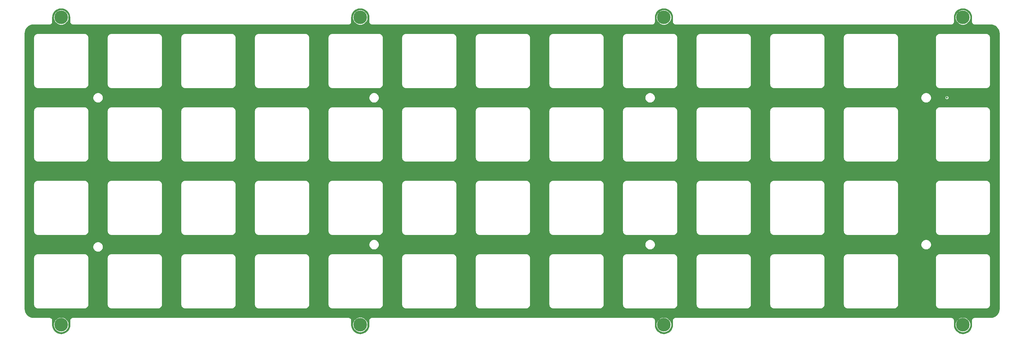
<source format=gbr>
G04 #@! TF.GenerationSoftware,KiCad,Pcbnew,(5.1.10-1-10_14)*
G04 #@! TF.CreationDate,2021-09-09T13:03:30-05:00*
G04 #@! TF.ProjectId,ori_top_plate,6f72695f-746f-4705-9f70-6c6174652e6b,rev?*
G04 #@! TF.SameCoordinates,Original*
G04 #@! TF.FileFunction,Copper,L1,Top*
G04 #@! TF.FilePolarity,Positive*
%FSLAX46Y46*%
G04 Gerber Fmt 4.6, Leading zero omitted, Abs format (unit mm)*
G04 Created by KiCad (PCBNEW (5.1.10-1-10_14)) date 2021-09-09 13:03:30*
%MOMM*%
%LPD*%
G01*
G04 APERTURE LIST*
G04 #@! TA.AperFunction,ComponentPad*
%ADD10C,3.500000*%
G04 #@! TD*
G04 #@! TA.AperFunction,ViaPad*
%ADD11C,0.500000*%
G04 #@! TD*
G04 #@! TA.AperFunction,Conductor*
%ADD12C,0.254000*%
G04 #@! TD*
G04 #@! TA.AperFunction,Conductor*
%ADD13C,0.100000*%
G04 #@! TD*
G04 APERTURE END LIST*
D10*
X155973586Y-38695532D03*
X155973586Y-118467340D03*
X233364146Y-38695532D03*
X233364146Y-118454889D03*
X311945330Y-38695532D03*
X311945330Y-118467340D03*
X389335890Y-38695532D03*
X389335890Y-118467340D03*
D11*
X373287551Y-59518904D03*
X385194165Y-59518840D03*
D12*
X389753465Y-36506481D02*
X390170706Y-36629281D01*
X390556143Y-36830783D01*
X390895099Y-37103311D01*
X391174668Y-37436488D01*
X391384200Y-37817623D01*
X391515709Y-38232194D01*
X391564965Y-38671316D01*
X391565137Y-38696020D01*
X391565138Y-39893617D01*
X391565804Y-39900377D01*
X391565778Y-39904087D01*
X391565985Y-39906199D01*
X391578129Y-40021746D01*
X391580900Y-40035247D01*
X391583481Y-40048775D01*
X391584094Y-40050807D01*
X391618451Y-40161796D01*
X391623781Y-40174476D01*
X391628950Y-40187269D01*
X391629946Y-40189142D01*
X391685206Y-40291345D01*
X391692927Y-40302792D01*
X391700454Y-40314294D01*
X391701795Y-40315938D01*
X391775854Y-40405461D01*
X391785668Y-40415206D01*
X391795269Y-40425011D01*
X391796904Y-40426364D01*
X391886941Y-40499796D01*
X391898421Y-40507423D01*
X391909783Y-40515203D01*
X391911650Y-40516212D01*
X392014235Y-40570757D01*
X392026978Y-40576010D01*
X392039634Y-40581434D01*
X392041661Y-40582062D01*
X392152887Y-40615643D01*
X392166439Y-40618326D01*
X392179876Y-40621183D01*
X392181987Y-40621405D01*
X392297617Y-40632743D01*
X392297629Y-40632743D01*
X392304989Y-40633468D01*
X396472185Y-40633455D01*
X396912491Y-40676628D01*
X397328859Y-40802336D01*
X397712883Y-41006524D01*
X398049932Y-41281415D01*
X398327169Y-41616537D01*
X398534036Y-41999129D01*
X398662648Y-42414608D01*
X398708864Y-42854321D01*
X398708895Y-42863246D01*
X398708894Y-114292705D01*
X398665722Y-114733002D01*
X398540012Y-115149373D01*
X398335824Y-115533395D01*
X398060935Y-115870441D01*
X397725813Y-116147679D01*
X397343220Y-116354547D01*
X396927742Y-116483158D01*
X396488030Y-116529374D01*
X396479391Y-116529404D01*
X392304998Y-116529404D01*
X392298228Y-116530071D01*
X392294528Y-116530045D01*
X392292416Y-116530252D01*
X392176868Y-116542396D01*
X392163361Y-116545169D01*
X392149840Y-116547748D01*
X392147808Y-116548361D01*
X392036819Y-116582718D01*
X392024139Y-116588048D01*
X392011346Y-116593217D01*
X392009473Y-116594213D01*
X391907271Y-116649473D01*
X391895841Y-116657183D01*
X391884321Y-116664721D01*
X391882677Y-116666062D01*
X391793155Y-116740121D01*
X391783428Y-116749916D01*
X391773604Y-116759536D01*
X391772251Y-116761171D01*
X391698819Y-116851208D01*
X391691192Y-116862688D01*
X391683412Y-116874050D01*
X391682403Y-116875916D01*
X391627858Y-116978502D01*
X391622605Y-116991245D01*
X391617181Y-117003901D01*
X391616553Y-117005928D01*
X391582972Y-117117154D01*
X391580283Y-117130736D01*
X391577433Y-117144143D01*
X391577212Y-117146246D01*
X391577210Y-117146255D01*
X391577210Y-117146263D01*
X391565872Y-117261884D01*
X391565872Y-117261896D01*
X391565147Y-117269256D01*
X391565148Y-118459892D01*
X391521975Y-118900197D01*
X391396266Y-119316567D01*
X391192078Y-119700588D01*
X390917189Y-120037636D01*
X390582072Y-120314868D01*
X390199479Y-120521735D01*
X389784001Y-120650348D01*
X389351453Y-120695810D01*
X388918315Y-120656391D01*
X388501074Y-120533591D01*
X388115637Y-120332089D01*
X387776681Y-120059561D01*
X387497109Y-119726380D01*
X387287580Y-119345247D01*
X387156071Y-118930679D01*
X387106815Y-118491556D01*
X387106643Y-118466853D01*
X387106643Y-118269668D01*
X387328890Y-118269668D01*
X387328890Y-118665012D01*
X387406018Y-119052760D01*
X387557310Y-119418011D01*
X387776951Y-119746728D01*
X388056502Y-120026279D01*
X388385219Y-120245920D01*
X388750470Y-120397212D01*
X389138218Y-120474340D01*
X389533562Y-120474340D01*
X389921310Y-120397212D01*
X390286561Y-120245920D01*
X390615278Y-120026279D01*
X390894829Y-119746728D01*
X391114470Y-119418011D01*
X391265762Y-119052760D01*
X391342890Y-118665012D01*
X391342890Y-118269668D01*
X391265762Y-117881920D01*
X391114470Y-117516669D01*
X390894829Y-117187952D01*
X390615278Y-116908401D01*
X390286561Y-116688760D01*
X389921310Y-116537468D01*
X389533562Y-116460340D01*
X389138218Y-116460340D01*
X388750470Y-116537468D01*
X388385219Y-116688760D01*
X388056502Y-116908401D01*
X387776951Y-117187952D01*
X387557310Y-117516669D01*
X387406018Y-117881920D01*
X387328890Y-118269668D01*
X387106643Y-118269668D01*
X387106643Y-117269255D01*
X387105976Y-117262485D01*
X387106002Y-117258785D01*
X387105795Y-117256673D01*
X387093651Y-117141125D01*
X387090878Y-117127618D01*
X387088299Y-117114097D01*
X387087686Y-117112065D01*
X387053329Y-117001076D01*
X387047999Y-116988396D01*
X387042830Y-116975603D01*
X387041834Y-116973730D01*
X386986574Y-116871528D01*
X386978864Y-116860098D01*
X386971326Y-116848578D01*
X386969985Y-116846934D01*
X386895926Y-116757412D01*
X386886131Y-116747685D01*
X386876511Y-116737861D01*
X386874876Y-116736508D01*
X386784839Y-116663076D01*
X386773359Y-116655449D01*
X386761997Y-116647669D01*
X386760131Y-116646660D01*
X386657545Y-116592115D01*
X386644802Y-116586862D01*
X386632146Y-116581438D01*
X386630119Y-116580810D01*
X386518893Y-116547229D01*
X386505311Y-116544540D01*
X386491904Y-116541690D01*
X386489801Y-116541469D01*
X386489792Y-116541467D01*
X386489784Y-116541467D01*
X386374163Y-116530129D01*
X386374152Y-116530129D01*
X386366792Y-116529404D01*
X314914438Y-116529404D01*
X314907668Y-116530071D01*
X314903968Y-116530045D01*
X314901856Y-116530252D01*
X314786308Y-116542396D01*
X314772801Y-116545169D01*
X314759280Y-116547748D01*
X314757248Y-116548361D01*
X314646259Y-116582718D01*
X314633579Y-116588048D01*
X314620786Y-116593217D01*
X314618913Y-116594213D01*
X314516711Y-116649473D01*
X314505281Y-116657183D01*
X314493761Y-116664721D01*
X314492117Y-116666062D01*
X314402595Y-116740121D01*
X314392868Y-116749916D01*
X314383044Y-116759536D01*
X314381691Y-116761171D01*
X314308259Y-116851208D01*
X314300632Y-116862688D01*
X314292852Y-116874050D01*
X314291843Y-116875916D01*
X314237298Y-116978502D01*
X314232045Y-116991245D01*
X314226621Y-117003901D01*
X314225993Y-117005928D01*
X314192412Y-117117154D01*
X314189723Y-117130736D01*
X314186873Y-117144143D01*
X314186652Y-117146246D01*
X314186650Y-117146255D01*
X314186650Y-117146263D01*
X314175312Y-117261884D01*
X314175312Y-117261896D01*
X314174587Y-117269256D01*
X314174588Y-118459892D01*
X314131415Y-118900197D01*
X314005706Y-119316567D01*
X313801518Y-119700588D01*
X313526629Y-120037636D01*
X313191512Y-120314868D01*
X312808919Y-120521735D01*
X312393441Y-120650348D01*
X311960893Y-120695810D01*
X311527755Y-120656391D01*
X311110514Y-120533591D01*
X310725077Y-120332089D01*
X310386121Y-120059561D01*
X310106549Y-119726380D01*
X309897020Y-119345247D01*
X309765511Y-118930679D01*
X309716255Y-118491556D01*
X309716083Y-118466853D01*
X309716083Y-118269668D01*
X309938330Y-118269668D01*
X309938330Y-118665012D01*
X310015458Y-119052760D01*
X310166750Y-119418011D01*
X310386391Y-119746728D01*
X310665942Y-120026279D01*
X310994659Y-120245920D01*
X311359910Y-120397212D01*
X311747658Y-120474340D01*
X312143002Y-120474340D01*
X312530750Y-120397212D01*
X312896001Y-120245920D01*
X313224718Y-120026279D01*
X313504269Y-119746728D01*
X313723910Y-119418011D01*
X313875202Y-119052760D01*
X313952330Y-118665012D01*
X313952330Y-118269668D01*
X313875202Y-117881920D01*
X313723910Y-117516669D01*
X313504269Y-117187952D01*
X313224718Y-116908401D01*
X312896001Y-116688760D01*
X312530750Y-116537468D01*
X312143002Y-116460340D01*
X311747658Y-116460340D01*
X311359910Y-116537468D01*
X310994659Y-116688760D01*
X310665942Y-116908401D01*
X310386391Y-117187952D01*
X310166750Y-117516669D01*
X310015458Y-117881920D01*
X309938330Y-118269668D01*
X309716083Y-118269668D01*
X309716083Y-117269255D01*
X309715416Y-117262485D01*
X309715442Y-117258785D01*
X309715235Y-117256673D01*
X309703091Y-117141125D01*
X309700318Y-117127618D01*
X309697739Y-117114097D01*
X309697126Y-117112065D01*
X309662769Y-117001076D01*
X309657439Y-116988396D01*
X309652270Y-116975603D01*
X309651274Y-116973730D01*
X309596014Y-116871528D01*
X309588304Y-116860098D01*
X309580766Y-116848578D01*
X309579425Y-116846934D01*
X309505366Y-116757412D01*
X309495571Y-116747685D01*
X309485951Y-116737861D01*
X309484316Y-116736508D01*
X309394279Y-116663076D01*
X309382799Y-116655449D01*
X309371437Y-116647669D01*
X309369571Y-116646660D01*
X309266985Y-116592115D01*
X309254242Y-116586862D01*
X309241586Y-116581438D01*
X309239559Y-116580810D01*
X309128333Y-116547229D01*
X309114751Y-116544540D01*
X309101344Y-116541690D01*
X309099241Y-116541469D01*
X309099232Y-116541467D01*
X309099224Y-116541467D01*
X308983603Y-116530129D01*
X308983592Y-116530129D01*
X308976232Y-116529404D01*
X236333254Y-116529404D01*
X236326484Y-116530071D01*
X236322784Y-116530045D01*
X236320672Y-116530252D01*
X236205124Y-116542396D01*
X236191617Y-116545169D01*
X236178096Y-116547748D01*
X236176064Y-116548361D01*
X236065075Y-116582718D01*
X236052395Y-116588048D01*
X236039602Y-116593217D01*
X236037729Y-116594213D01*
X235935527Y-116649473D01*
X235924097Y-116657183D01*
X235912577Y-116664721D01*
X235910933Y-116666062D01*
X235821411Y-116740121D01*
X235811684Y-116749916D01*
X235801860Y-116759536D01*
X235800507Y-116761171D01*
X235727075Y-116851208D01*
X235719448Y-116862688D01*
X235711668Y-116874050D01*
X235710659Y-116875916D01*
X235656114Y-116978502D01*
X235650861Y-116991245D01*
X235645437Y-117003901D01*
X235644809Y-117005928D01*
X235611228Y-117117154D01*
X235608539Y-117130736D01*
X235605689Y-117144143D01*
X235605468Y-117146246D01*
X235605466Y-117146255D01*
X235605466Y-117146263D01*
X235594128Y-117261884D01*
X235594128Y-117261896D01*
X235593403Y-117269256D01*
X235593404Y-118459892D01*
X235550231Y-118900197D01*
X235424522Y-119316567D01*
X235220334Y-119700588D01*
X234945445Y-120037636D01*
X234610328Y-120314868D01*
X234227735Y-120521735D01*
X233812257Y-120650348D01*
X233379709Y-120695810D01*
X232946571Y-120656391D01*
X232529330Y-120533591D01*
X232143893Y-120332089D01*
X231804937Y-120059561D01*
X231525365Y-119726380D01*
X231315836Y-119345247D01*
X231184327Y-118930679D01*
X231135071Y-118491556D01*
X231134899Y-118466853D01*
X231134899Y-118257217D01*
X231357146Y-118257217D01*
X231357146Y-118652561D01*
X231434274Y-119040309D01*
X231585566Y-119405560D01*
X231805207Y-119734277D01*
X232084758Y-120013828D01*
X232413475Y-120233469D01*
X232778726Y-120384761D01*
X233166474Y-120461889D01*
X233561818Y-120461889D01*
X233949566Y-120384761D01*
X234314817Y-120233469D01*
X234643534Y-120013828D01*
X234923085Y-119734277D01*
X235142726Y-119405560D01*
X235294018Y-119040309D01*
X235371146Y-118652561D01*
X235371146Y-118257217D01*
X235294018Y-117869469D01*
X235142726Y-117504218D01*
X234923085Y-117175501D01*
X234643534Y-116895950D01*
X234314817Y-116676309D01*
X233949566Y-116525017D01*
X233561818Y-116447889D01*
X233166474Y-116447889D01*
X232778726Y-116525017D01*
X232413475Y-116676309D01*
X232084758Y-116895950D01*
X231805207Y-117175501D01*
X231585566Y-117504218D01*
X231434274Y-117869469D01*
X231357146Y-118257217D01*
X231134899Y-118257217D01*
X231134899Y-117269255D01*
X231134232Y-117262485D01*
X231134258Y-117258785D01*
X231134051Y-117256673D01*
X231121907Y-117141125D01*
X231119134Y-117127618D01*
X231116555Y-117114097D01*
X231115942Y-117112065D01*
X231081585Y-117001076D01*
X231076255Y-116988396D01*
X231071086Y-116975603D01*
X231070090Y-116973730D01*
X231014830Y-116871528D01*
X231007120Y-116860098D01*
X230999582Y-116848578D01*
X230998241Y-116846934D01*
X230924182Y-116757412D01*
X230914387Y-116747685D01*
X230904767Y-116737861D01*
X230903132Y-116736508D01*
X230813095Y-116663076D01*
X230801615Y-116655449D01*
X230790253Y-116647669D01*
X230788387Y-116646660D01*
X230685801Y-116592115D01*
X230673058Y-116586862D01*
X230660402Y-116581438D01*
X230658375Y-116580810D01*
X230547149Y-116547229D01*
X230533567Y-116544540D01*
X230520160Y-116541690D01*
X230518057Y-116541469D01*
X230518048Y-116541467D01*
X230518040Y-116541467D01*
X230402419Y-116530129D01*
X230402408Y-116530129D01*
X230395048Y-116529404D01*
X158942694Y-116529404D01*
X158935924Y-116530071D01*
X158932224Y-116530045D01*
X158930112Y-116530252D01*
X158814564Y-116542396D01*
X158801057Y-116545169D01*
X158787536Y-116547748D01*
X158785504Y-116548361D01*
X158674515Y-116582718D01*
X158661835Y-116588048D01*
X158649042Y-116593217D01*
X158647169Y-116594213D01*
X158544967Y-116649473D01*
X158533537Y-116657183D01*
X158522017Y-116664721D01*
X158520373Y-116666062D01*
X158430851Y-116740121D01*
X158421124Y-116749916D01*
X158411300Y-116759536D01*
X158409947Y-116761171D01*
X158336515Y-116851208D01*
X158328888Y-116862688D01*
X158321108Y-116874050D01*
X158320099Y-116875916D01*
X158265554Y-116978502D01*
X158260301Y-116991245D01*
X158254877Y-117003901D01*
X158254249Y-117005928D01*
X158220668Y-117117154D01*
X158217979Y-117130736D01*
X158215129Y-117144143D01*
X158214908Y-117146246D01*
X158214906Y-117146255D01*
X158214906Y-117146263D01*
X158203568Y-117261884D01*
X158203568Y-117261896D01*
X158202843Y-117269256D01*
X158202844Y-118459892D01*
X158159671Y-118900197D01*
X158033962Y-119316567D01*
X157829774Y-119700588D01*
X157554885Y-120037636D01*
X157219768Y-120314868D01*
X156837175Y-120521735D01*
X156421697Y-120650348D01*
X155989149Y-120695810D01*
X155556011Y-120656391D01*
X155138770Y-120533591D01*
X154753333Y-120332089D01*
X154414377Y-120059561D01*
X154134805Y-119726380D01*
X153925276Y-119345247D01*
X153793767Y-118930679D01*
X153744511Y-118491556D01*
X153744339Y-118466853D01*
X153744339Y-118269668D01*
X153966586Y-118269668D01*
X153966586Y-118665012D01*
X154043714Y-119052760D01*
X154195006Y-119418011D01*
X154414647Y-119746728D01*
X154694198Y-120026279D01*
X155022915Y-120245920D01*
X155388166Y-120397212D01*
X155775914Y-120474340D01*
X156171258Y-120474340D01*
X156559006Y-120397212D01*
X156924257Y-120245920D01*
X157252974Y-120026279D01*
X157532525Y-119746728D01*
X157752166Y-119418011D01*
X157903458Y-119052760D01*
X157980586Y-118665012D01*
X157980586Y-118269668D01*
X157903458Y-117881920D01*
X157752166Y-117516669D01*
X157532525Y-117187952D01*
X157252974Y-116908401D01*
X156924257Y-116688760D01*
X156559006Y-116537468D01*
X156171258Y-116460340D01*
X155775914Y-116460340D01*
X155388166Y-116537468D01*
X155022915Y-116688760D01*
X154694198Y-116908401D01*
X154414647Y-117187952D01*
X154195006Y-117516669D01*
X154043714Y-117881920D01*
X153966586Y-118269668D01*
X153744339Y-118269668D01*
X153744339Y-117269255D01*
X153743672Y-117262485D01*
X153743698Y-117258785D01*
X153743491Y-117256673D01*
X153731347Y-117141125D01*
X153728574Y-117127618D01*
X153725995Y-117114097D01*
X153725382Y-117112065D01*
X153691025Y-117001076D01*
X153685695Y-116988396D01*
X153680526Y-116975603D01*
X153679530Y-116973730D01*
X153624270Y-116871528D01*
X153616560Y-116860098D01*
X153609022Y-116848578D01*
X153607681Y-116846934D01*
X153533622Y-116757412D01*
X153523827Y-116747685D01*
X153514207Y-116737861D01*
X153512572Y-116736508D01*
X153422535Y-116663076D01*
X153411055Y-116655449D01*
X153399693Y-116647669D01*
X153397827Y-116646660D01*
X153295241Y-116592115D01*
X153282498Y-116586862D01*
X153269842Y-116581438D01*
X153267815Y-116580810D01*
X153156589Y-116547229D01*
X153143007Y-116544540D01*
X153129600Y-116541690D01*
X153127497Y-116541469D01*
X153127488Y-116541467D01*
X153127480Y-116541467D01*
X153011859Y-116530129D01*
X153011840Y-116530129D01*
X153004533Y-116529407D01*
X148837306Y-116528147D01*
X148397229Y-116484996D01*
X147981092Y-116359357D01*
X147597288Y-116155285D01*
X147260433Y-115880552D01*
X146983353Y-115545621D01*
X146776602Y-115163243D01*
X146648062Y-114747998D01*
X146601872Y-114308531D01*
X146601842Y-114299872D01*
X146601822Y-113164161D01*
X148820530Y-113164161D01*
X148821224Y-113171203D01*
X148821180Y-113177458D01*
X148821387Y-113179570D01*
X148841788Y-113373667D01*
X148844557Y-113387157D01*
X148847139Y-113400694D01*
X148847753Y-113402725D01*
X148905465Y-113589163D01*
X148910790Y-113601830D01*
X148915964Y-113614637D01*
X148916960Y-113616511D01*
X149009785Y-113788187D01*
X149017484Y-113799602D01*
X149025033Y-113811137D01*
X149026374Y-113812782D01*
X149150778Y-113963159D01*
X149160573Y-113972886D01*
X149170193Y-113982710D01*
X149171828Y-113984063D01*
X149323070Y-114107413D01*
X149334550Y-114115040D01*
X149345912Y-114122820D01*
X149347778Y-114123829D01*
X149520101Y-114215454D01*
X149532844Y-114220707D01*
X149545500Y-114226131D01*
X149547527Y-114226759D01*
X149734363Y-114283168D01*
X149747923Y-114285853D01*
X149761353Y-114288708D01*
X149763463Y-114288930D01*
X149957697Y-114307975D01*
X149957708Y-114307975D01*
X149965068Y-114308700D01*
X161979992Y-114308700D01*
X161987034Y-114308006D01*
X161993288Y-114308050D01*
X161995400Y-114307843D01*
X162189497Y-114287442D01*
X162202987Y-114284673D01*
X162216524Y-114282091D01*
X162218553Y-114281478D01*
X162218559Y-114281476D01*
X162404993Y-114223765D01*
X162417660Y-114218440D01*
X162430467Y-114213266D01*
X162432341Y-114212270D01*
X162604017Y-114119445D01*
X162615432Y-114111746D01*
X162626967Y-114104197D01*
X162628612Y-114102856D01*
X162778989Y-113978452D01*
X162788716Y-113968657D01*
X162798540Y-113959037D01*
X162799893Y-113957402D01*
X162923243Y-113806160D01*
X162930870Y-113794680D01*
X162938650Y-113783318D01*
X162939659Y-113781452D01*
X163031284Y-113609129D01*
X163036537Y-113596386D01*
X163041961Y-113583730D01*
X163042589Y-113581703D01*
X163098998Y-113394867D01*
X163101683Y-113381307D01*
X163104538Y-113367877D01*
X163104760Y-113365767D01*
X163123805Y-113171533D01*
X163123805Y-113171522D01*
X163124530Y-113164162D01*
X163124530Y-113164161D01*
X167870610Y-113164161D01*
X167871304Y-113171203D01*
X167871260Y-113177458D01*
X167871467Y-113179570D01*
X167891868Y-113373667D01*
X167894637Y-113387157D01*
X167897219Y-113400694D01*
X167897833Y-113402725D01*
X167955545Y-113589163D01*
X167960870Y-113601830D01*
X167966044Y-113614637D01*
X167967040Y-113616511D01*
X168059865Y-113788187D01*
X168067564Y-113799602D01*
X168075113Y-113811137D01*
X168076454Y-113812782D01*
X168200858Y-113963159D01*
X168210653Y-113972886D01*
X168220273Y-113982710D01*
X168221908Y-113984063D01*
X168373150Y-114107413D01*
X168384630Y-114115040D01*
X168395992Y-114122820D01*
X168397858Y-114123829D01*
X168570181Y-114215454D01*
X168582924Y-114220707D01*
X168595580Y-114226131D01*
X168597607Y-114226759D01*
X168784443Y-114283168D01*
X168798003Y-114285853D01*
X168811433Y-114288708D01*
X168813543Y-114288930D01*
X169007777Y-114307975D01*
X169007788Y-114307975D01*
X169015148Y-114308700D01*
X181030072Y-114308700D01*
X181037114Y-114308006D01*
X181043368Y-114308050D01*
X181045480Y-114307843D01*
X181239577Y-114287442D01*
X181253067Y-114284673D01*
X181266604Y-114282091D01*
X181268633Y-114281478D01*
X181268639Y-114281476D01*
X181455073Y-114223765D01*
X181467740Y-114218440D01*
X181480547Y-114213266D01*
X181482421Y-114212270D01*
X181654097Y-114119445D01*
X181665512Y-114111746D01*
X181677047Y-114104197D01*
X181678692Y-114102856D01*
X181829069Y-113978452D01*
X181838796Y-113968657D01*
X181848620Y-113959037D01*
X181849973Y-113957402D01*
X181973323Y-113806160D01*
X181980950Y-113794680D01*
X181988730Y-113783318D01*
X181989739Y-113781452D01*
X182081364Y-113609129D01*
X182086617Y-113596386D01*
X182092041Y-113583730D01*
X182092669Y-113581703D01*
X182149078Y-113394867D01*
X182151763Y-113381307D01*
X182154618Y-113367877D01*
X182154840Y-113365767D01*
X182173885Y-113171533D01*
X182173885Y-113171522D01*
X182174610Y-113164162D01*
X182174610Y-113164161D01*
X186920690Y-113164161D01*
X186921384Y-113171203D01*
X186921340Y-113177458D01*
X186921547Y-113179570D01*
X186941948Y-113373667D01*
X186944717Y-113387157D01*
X186947299Y-113400694D01*
X186947913Y-113402725D01*
X187005625Y-113589163D01*
X187010950Y-113601830D01*
X187016124Y-113614637D01*
X187017120Y-113616511D01*
X187109945Y-113788187D01*
X187117644Y-113799602D01*
X187125193Y-113811137D01*
X187126534Y-113812782D01*
X187250938Y-113963159D01*
X187260733Y-113972886D01*
X187270353Y-113982710D01*
X187271988Y-113984063D01*
X187423230Y-114107413D01*
X187434710Y-114115040D01*
X187446072Y-114122820D01*
X187447938Y-114123829D01*
X187620261Y-114215454D01*
X187633004Y-114220707D01*
X187645660Y-114226131D01*
X187647687Y-114226759D01*
X187834523Y-114283168D01*
X187848083Y-114285853D01*
X187861513Y-114288708D01*
X187863623Y-114288930D01*
X188057857Y-114307975D01*
X188057868Y-114307975D01*
X188065228Y-114308700D01*
X200080152Y-114308700D01*
X200087194Y-114308006D01*
X200093448Y-114308050D01*
X200095560Y-114307843D01*
X200289657Y-114287442D01*
X200303147Y-114284673D01*
X200316684Y-114282091D01*
X200318713Y-114281478D01*
X200318719Y-114281476D01*
X200505153Y-114223765D01*
X200517820Y-114218440D01*
X200530627Y-114213266D01*
X200532501Y-114212270D01*
X200704177Y-114119445D01*
X200715592Y-114111746D01*
X200727127Y-114104197D01*
X200728772Y-114102856D01*
X200879149Y-113978452D01*
X200888876Y-113968657D01*
X200898700Y-113959037D01*
X200900053Y-113957402D01*
X201023403Y-113806160D01*
X201031030Y-113794680D01*
X201038810Y-113783318D01*
X201039819Y-113781452D01*
X201131444Y-113609129D01*
X201136697Y-113596386D01*
X201142121Y-113583730D01*
X201142749Y-113581703D01*
X201199158Y-113394867D01*
X201201843Y-113381307D01*
X201204698Y-113367877D01*
X201204920Y-113365767D01*
X201223965Y-113171533D01*
X201223965Y-113171522D01*
X201224690Y-113164162D01*
X201224690Y-113164161D01*
X205970770Y-113164161D01*
X205971464Y-113171203D01*
X205971420Y-113177458D01*
X205971627Y-113179570D01*
X205992028Y-113373667D01*
X205994797Y-113387157D01*
X205997379Y-113400694D01*
X205997993Y-113402725D01*
X206055705Y-113589163D01*
X206061030Y-113601830D01*
X206066204Y-113614637D01*
X206067200Y-113616511D01*
X206160025Y-113788187D01*
X206167724Y-113799602D01*
X206175273Y-113811137D01*
X206176614Y-113812782D01*
X206301018Y-113963159D01*
X206310813Y-113972886D01*
X206320433Y-113982710D01*
X206322068Y-113984063D01*
X206473310Y-114107413D01*
X206484790Y-114115040D01*
X206496152Y-114122820D01*
X206498018Y-114123829D01*
X206670341Y-114215454D01*
X206683084Y-114220707D01*
X206695740Y-114226131D01*
X206697767Y-114226759D01*
X206884603Y-114283168D01*
X206898163Y-114285853D01*
X206911593Y-114288708D01*
X206913703Y-114288930D01*
X207107937Y-114307975D01*
X207107948Y-114307975D01*
X207115308Y-114308700D01*
X219130232Y-114308700D01*
X219137274Y-114308006D01*
X219143528Y-114308050D01*
X219145640Y-114307843D01*
X219339737Y-114287442D01*
X219353227Y-114284673D01*
X219366764Y-114282091D01*
X219368793Y-114281478D01*
X219368799Y-114281476D01*
X219555233Y-114223765D01*
X219567900Y-114218440D01*
X219580707Y-114213266D01*
X219582581Y-114212270D01*
X219754257Y-114119445D01*
X219765672Y-114111746D01*
X219777207Y-114104197D01*
X219778852Y-114102856D01*
X219929229Y-113978452D01*
X219938956Y-113968657D01*
X219948780Y-113959037D01*
X219950133Y-113957402D01*
X220073483Y-113806160D01*
X220081110Y-113794680D01*
X220088890Y-113783318D01*
X220089899Y-113781452D01*
X220181524Y-113609129D01*
X220186777Y-113596386D01*
X220192201Y-113583730D01*
X220192829Y-113581703D01*
X220249238Y-113394867D01*
X220251923Y-113381307D01*
X220254778Y-113367877D01*
X220255000Y-113365767D01*
X220274045Y-113171533D01*
X220274045Y-113171522D01*
X220274770Y-113164162D01*
X220274770Y-113164161D01*
X225020850Y-113164161D01*
X225021544Y-113171203D01*
X225021500Y-113177458D01*
X225021707Y-113179570D01*
X225042108Y-113373667D01*
X225044877Y-113387157D01*
X225047459Y-113400694D01*
X225048073Y-113402725D01*
X225105785Y-113589163D01*
X225111110Y-113601830D01*
X225116284Y-113614637D01*
X225117280Y-113616511D01*
X225210105Y-113788187D01*
X225217804Y-113799602D01*
X225225353Y-113811137D01*
X225226694Y-113812782D01*
X225351098Y-113963159D01*
X225360893Y-113972886D01*
X225370513Y-113982710D01*
X225372148Y-113984063D01*
X225523390Y-114107413D01*
X225534870Y-114115040D01*
X225546232Y-114122820D01*
X225548098Y-114123829D01*
X225720421Y-114215454D01*
X225733164Y-114220707D01*
X225745820Y-114226131D01*
X225747847Y-114226759D01*
X225934683Y-114283168D01*
X225948243Y-114285853D01*
X225961673Y-114288708D01*
X225963783Y-114288930D01*
X226158017Y-114307975D01*
X226158028Y-114307975D01*
X226165388Y-114308700D01*
X238180312Y-114308700D01*
X238187354Y-114308006D01*
X238193608Y-114308050D01*
X238195720Y-114307843D01*
X238389817Y-114287442D01*
X238403307Y-114284673D01*
X238416844Y-114282091D01*
X238418873Y-114281478D01*
X238418879Y-114281476D01*
X238605313Y-114223765D01*
X238617980Y-114218440D01*
X238630787Y-114213266D01*
X238632661Y-114212270D01*
X238804337Y-114119445D01*
X238815752Y-114111746D01*
X238827287Y-114104197D01*
X238828932Y-114102856D01*
X238979309Y-113978452D01*
X238989036Y-113968657D01*
X238998860Y-113959037D01*
X239000213Y-113957402D01*
X239123563Y-113806160D01*
X239131190Y-113794680D01*
X239138970Y-113783318D01*
X239139979Y-113781452D01*
X239231604Y-113609129D01*
X239236857Y-113596386D01*
X239242281Y-113583730D01*
X239242909Y-113581703D01*
X239299318Y-113394867D01*
X239302003Y-113381307D01*
X239304858Y-113367877D01*
X239305080Y-113365767D01*
X239324125Y-113171533D01*
X239324125Y-113171522D01*
X239324850Y-113164162D01*
X239324850Y-113164161D01*
X244070930Y-113164161D01*
X244071624Y-113171203D01*
X244071580Y-113177458D01*
X244071787Y-113179570D01*
X244092188Y-113373667D01*
X244094957Y-113387157D01*
X244097539Y-113400694D01*
X244098153Y-113402725D01*
X244155865Y-113589163D01*
X244161190Y-113601830D01*
X244166364Y-113614637D01*
X244167360Y-113616511D01*
X244260185Y-113788187D01*
X244267884Y-113799602D01*
X244275433Y-113811137D01*
X244276774Y-113812782D01*
X244401178Y-113963159D01*
X244410973Y-113972886D01*
X244420593Y-113982710D01*
X244422228Y-113984063D01*
X244573470Y-114107413D01*
X244584950Y-114115040D01*
X244596312Y-114122820D01*
X244598178Y-114123829D01*
X244770501Y-114215454D01*
X244783244Y-114220707D01*
X244795900Y-114226131D01*
X244797927Y-114226759D01*
X244984763Y-114283168D01*
X244998323Y-114285853D01*
X245011753Y-114288708D01*
X245013863Y-114288930D01*
X245208097Y-114307975D01*
X245208108Y-114307975D01*
X245215468Y-114308700D01*
X257230392Y-114308700D01*
X257237434Y-114308006D01*
X257243688Y-114308050D01*
X257245800Y-114307843D01*
X257439897Y-114287442D01*
X257453387Y-114284673D01*
X257466924Y-114282091D01*
X257468953Y-114281478D01*
X257468959Y-114281476D01*
X257655393Y-114223765D01*
X257668060Y-114218440D01*
X257680867Y-114213266D01*
X257682741Y-114212270D01*
X257854417Y-114119445D01*
X257865832Y-114111746D01*
X257877367Y-114104197D01*
X257879012Y-114102856D01*
X258029389Y-113978452D01*
X258039116Y-113968657D01*
X258048940Y-113959037D01*
X258050293Y-113957402D01*
X258173643Y-113806160D01*
X258181270Y-113794680D01*
X258189050Y-113783318D01*
X258190059Y-113781452D01*
X258281684Y-113609129D01*
X258286937Y-113596386D01*
X258292361Y-113583730D01*
X258292989Y-113581703D01*
X258349398Y-113394867D01*
X258352083Y-113381307D01*
X258354938Y-113367877D01*
X258355160Y-113365767D01*
X258374205Y-113171533D01*
X258374205Y-113171522D01*
X258374930Y-113164162D01*
X258374930Y-113164161D01*
X263121010Y-113164161D01*
X263121704Y-113171203D01*
X263121660Y-113177458D01*
X263121867Y-113179570D01*
X263142268Y-113373667D01*
X263145037Y-113387157D01*
X263147619Y-113400694D01*
X263148233Y-113402725D01*
X263205945Y-113589163D01*
X263211270Y-113601830D01*
X263216444Y-113614637D01*
X263217440Y-113616511D01*
X263310265Y-113788187D01*
X263317964Y-113799602D01*
X263325513Y-113811137D01*
X263326854Y-113812782D01*
X263451258Y-113963159D01*
X263461053Y-113972886D01*
X263470673Y-113982710D01*
X263472308Y-113984063D01*
X263623550Y-114107413D01*
X263635030Y-114115040D01*
X263646392Y-114122820D01*
X263648258Y-114123829D01*
X263820581Y-114215454D01*
X263833324Y-114220707D01*
X263845980Y-114226131D01*
X263848007Y-114226759D01*
X264034843Y-114283168D01*
X264048403Y-114285853D01*
X264061833Y-114288708D01*
X264063943Y-114288930D01*
X264258177Y-114307975D01*
X264258188Y-114307975D01*
X264265548Y-114308700D01*
X276280472Y-114308700D01*
X276287514Y-114308006D01*
X276293768Y-114308050D01*
X276295880Y-114307843D01*
X276489977Y-114287442D01*
X276503467Y-114284673D01*
X276517004Y-114282091D01*
X276519033Y-114281478D01*
X276519039Y-114281476D01*
X276705473Y-114223765D01*
X276718140Y-114218440D01*
X276730947Y-114213266D01*
X276732821Y-114212270D01*
X276904497Y-114119445D01*
X276915912Y-114111746D01*
X276927447Y-114104197D01*
X276929092Y-114102856D01*
X277079469Y-113978452D01*
X277089196Y-113968657D01*
X277099020Y-113959037D01*
X277100373Y-113957402D01*
X277223723Y-113806160D01*
X277231350Y-113794680D01*
X277239130Y-113783318D01*
X277240139Y-113781452D01*
X277331764Y-113609129D01*
X277337017Y-113596386D01*
X277342441Y-113583730D01*
X277343069Y-113581703D01*
X277399478Y-113394867D01*
X277402163Y-113381307D01*
X277405018Y-113367877D01*
X277405240Y-113365767D01*
X277424285Y-113171533D01*
X277424285Y-113171522D01*
X277425010Y-113164162D01*
X277425010Y-113164161D01*
X282171090Y-113164161D01*
X282171784Y-113171203D01*
X282171740Y-113177458D01*
X282171947Y-113179570D01*
X282192348Y-113373667D01*
X282195117Y-113387157D01*
X282197699Y-113400694D01*
X282198313Y-113402725D01*
X282256025Y-113589163D01*
X282261350Y-113601830D01*
X282266524Y-113614637D01*
X282267520Y-113616511D01*
X282360345Y-113788187D01*
X282368044Y-113799602D01*
X282375593Y-113811137D01*
X282376934Y-113812782D01*
X282501338Y-113963159D01*
X282511133Y-113972886D01*
X282520753Y-113982710D01*
X282522388Y-113984063D01*
X282673630Y-114107413D01*
X282685110Y-114115040D01*
X282696472Y-114122820D01*
X282698338Y-114123829D01*
X282870661Y-114215454D01*
X282883404Y-114220707D01*
X282896060Y-114226131D01*
X282898087Y-114226759D01*
X283084923Y-114283168D01*
X283098483Y-114285853D01*
X283111913Y-114288708D01*
X283114023Y-114288930D01*
X283308257Y-114307975D01*
X283308268Y-114307975D01*
X283315628Y-114308700D01*
X295330552Y-114308700D01*
X295337594Y-114308006D01*
X295343848Y-114308050D01*
X295345960Y-114307843D01*
X295540057Y-114287442D01*
X295553547Y-114284673D01*
X295567084Y-114282091D01*
X295569113Y-114281478D01*
X295569119Y-114281476D01*
X295755553Y-114223765D01*
X295768220Y-114218440D01*
X295781027Y-114213266D01*
X295782901Y-114212270D01*
X295954577Y-114119445D01*
X295965992Y-114111746D01*
X295977527Y-114104197D01*
X295979172Y-114102856D01*
X296129549Y-113978452D01*
X296139276Y-113968657D01*
X296149100Y-113959037D01*
X296150453Y-113957402D01*
X296273803Y-113806160D01*
X296281430Y-113794680D01*
X296289210Y-113783318D01*
X296290219Y-113781452D01*
X296381844Y-113609129D01*
X296387097Y-113596386D01*
X296392521Y-113583730D01*
X296393149Y-113581703D01*
X296449558Y-113394867D01*
X296452243Y-113381307D01*
X296455098Y-113367877D01*
X296455320Y-113365767D01*
X296474365Y-113171533D01*
X296474365Y-113171522D01*
X296475090Y-113164162D01*
X296475090Y-113164161D01*
X301221170Y-113164161D01*
X301221864Y-113171203D01*
X301221820Y-113177458D01*
X301222027Y-113179570D01*
X301242428Y-113373667D01*
X301245197Y-113387157D01*
X301247779Y-113400694D01*
X301248393Y-113402725D01*
X301306105Y-113589163D01*
X301311430Y-113601830D01*
X301316604Y-113614637D01*
X301317600Y-113616511D01*
X301410425Y-113788187D01*
X301418124Y-113799602D01*
X301425673Y-113811137D01*
X301427014Y-113812782D01*
X301551418Y-113963159D01*
X301561213Y-113972886D01*
X301570833Y-113982710D01*
X301572468Y-113984063D01*
X301723710Y-114107413D01*
X301735190Y-114115040D01*
X301746552Y-114122820D01*
X301748418Y-114123829D01*
X301920741Y-114215454D01*
X301933484Y-114220707D01*
X301946140Y-114226131D01*
X301948167Y-114226759D01*
X302135003Y-114283168D01*
X302148563Y-114285853D01*
X302161993Y-114288708D01*
X302164103Y-114288930D01*
X302358337Y-114307975D01*
X302358348Y-114307975D01*
X302365708Y-114308700D01*
X314380632Y-114308700D01*
X314387674Y-114308006D01*
X314393928Y-114308050D01*
X314396040Y-114307843D01*
X314590137Y-114287442D01*
X314603627Y-114284673D01*
X314617164Y-114282091D01*
X314619193Y-114281478D01*
X314619199Y-114281476D01*
X314805633Y-114223765D01*
X314818300Y-114218440D01*
X314831107Y-114213266D01*
X314832981Y-114212270D01*
X315004657Y-114119445D01*
X315016072Y-114111746D01*
X315027607Y-114104197D01*
X315029252Y-114102856D01*
X315179629Y-113978452D01*
X315189356Y-113968657D01*
X315199180Y-113959037D01*
X315200533Y-113957402D01*
X315323883Y-113806160D01*
X315331510Y-113794680D01*
X315339290Y-113783318D01*
X315340299Y-113781452D01*
X315431924Y-113609129D01*
X315437177Y-113596386D01*
X315442601Y-113583730D01*
X315443229Y-113581703D01*
X315499638Y-113394867D01*
X315502323Y-113381307D01*
X315505178Y-113367877D01*
X315505400Y-113365767D01*
X315524445Y-113171533D01*
X315524445Y-113171522D01*
X315525170Y-113164162D01*
X315525170Y-113164161D01*
X320271250Y-113164161D01*
X320271944Y-113171203D01*
X320271900Y-113177458D01*
X320272107Y-113179570D01*
X320292508Y-113373667D01*
X320295277Y-113387157D01*
X320297859Y-113400694D01*
X320298473Y-113402725D01*
X320356185Y-113589163D01*
X320361510Y-113601830D01*
X320366684Y-113614637D01*
X320367680Y-113616511D01*
X320460505Y-113788187D01*
X320468204Y-113799602D01*
X320475753Y-113811137D01*
X320477094Y-113812782D01*
X320601498Y-113963159D01*
X320611293Y-113972886D01*
X320620913Y-113982710D01*
X320622548Y-113984063D01*
X320773790Y-114107413D01*
X320785270Y-114115040D01*
X320796632Y-114122820D01*
X320798498Y-114123829D01*
X320970821Y-114215454D01*
X320983564Y-114220707D01*
X320996220Y-114226131D01*
X320998247Y-114226759D01*
X321185083Y-114283168D01*
X321198643Y-114285853D01*
X321212073Y-114288708D01*
X321214183Y-114288930D01*
X321408417Y-114307975D01*
X321408428Y-114307975D01*
X321415788Y-114308700D01*
X333430712Y-114308700D01*
X333437754Y-114308006D01*
X333444008Y-114308050D01*
X333446120Y-114307843D01*
X333640217Y-114287442D01*
X333653707Y-114284673D01*
X333667244Y-114282091D01*
X333669273Y-114281478D01*
X333669279Y-114281476D01*
X333855713Y-114223765D01*
X333868380Y-114218440D01*
X333881187Y-114213266D01*
X333883061Y-114212270D01*
X334054737Y-114119445D01*
X334066152Y-114111746D01*
X334077687Y-114104197D01*
X334079332Y-114102856D01*
X334229709Y-113978452D01*
X334239436Y-113968657D01*
X334249260Y-113959037D01*
X334250613Y-113957402D01*
X334373963Y-113806160D01*
X334381590Y-113794680D01*
X334389370Y-113783318D01*
X334390379Y-113781452D01*
X334482004Y-113609129D01*
X334487257Y-113596386D01*
X334492681Y-113583730D01*
X334493309Y-113581703D01*
X334549718Y-113394867D01*
X334552403Y-113381307D01*
X334555258Y-113367877D01*
X334555480Y-113365767D01*
X334574525Y-113171533D01*
X334574525Y-113171522D01*
X334574925Y-113167461D01*
X339321330Y-113167461D01*
X339322024Y-113174503D01*
X339321980Y-113180758D01*
X339322187Y-113182870D01*
X339342588Y-113376967D01*
X339345357Y-113390457D01*
X339347939Y-113403994D01*
X339348553Y-113406025D01*
X339406265Y-113592463D01*
X339411590Y-113605130D01*
X339416764Y-113617937D01*
X339417760Y-113619811D01*
X339510585Y-113791487D01*
X339518284Y-113802902D01*
X339525833Y-113814437D01*
X339527174Y-113816082D01*
X339651578Y-113966459D01*
X339661373Y-113976186D01*
X339670993Y-113986010D01*
X339672628Y-113987363D01*
X339823870Y-114110713D01*
X339835350Y-114118340D01*
X339846712Y-114126120D01*
X339848578Y-114127129D01*
X340020901Y-114218754D01*
X340033644Y-114224007D01*
X340046300Y-114229431D01*
X340048327Y-114230059D01*
X340235163Y-114286468D01*
X340248723Y-114289153D01*
X340262153Y-114292008D01*
X340264263Y-114292230D01*
X340458497Y-114311275D01*
X340458508Y-114311275D01*
X340465868Y-114312000D01*
X352480792Y-114312000D01*
X352487834Y-114311306D01*
X352494088Y-114311350D01*
X352496200Y-114311143D01*
X352690297Y-114290742D01*
X352703787Y-114287973D01*
X352717324Y-114285391D01*
X352719353Y-114284778D01*
X352719359Y-114284776D01*
X352905793Y-114227065D01*
X352918460Y-114221740D01*
X352931267Y-114216566D01*
X352933141Y-114215570D01*
X353104817Y-114122745D01*
X353116232Y-114115046D01*
X353127767Y-114107497D01*
X353129412Y-114106156D01*
X353279789Y-113981752D01*
X353289516Y-113971957D01*
X353299340Y-113962337D01*
X353300693Y-113960702D01*
X353424043Y-113809460D01*
X353431670Y-113797980D01*
X353439450Y-113786618D01*
X353440459Y-113784752D01*
X353532084Y-113612429D01*
X353537337Y-113599686D01*
X353542761Y-113587030D01*
X353543389Y-113585003D01*
X353599798Y-113398167D01*
X353602483Y-113384607D01*
X353605338Y-113371177D01*
X353605560Y-113369067D01*
X353624605Y-113174833D01*
X353624605Y-113174822D01*
X353625330Y-113167462D01*
X353625330Y-113164161D01*
X358371410Y-113164161D01*
X358372104Y-113171203D01*
X358372060Y-113177458D01*
X358372267Y-113179570D01*
X358392668Y-113373667D01*
X358395437Y-113387157D01*
X358398019Y-113400694D01*
X358398633Y-113402725D01*
X358456345Y-113589163D01*
X358461670Y-113601830D01*
X358466844Y-113614637D01*
X358467840Y-113616511D01*
X358560665Y-113788187D01*
X358568364Y-113799602D01*
X358575913Y-113811137D01*
X358577254Y-113812782D01*
X358701658Y-113963159D01*
X358711453Y-113972886D01*
X358721073Y-113982710D01*
X358722708Y-113984063D01*
X358873950Y-114107413D01*
X358885430Y-114115040D01*
X358896792Y-114122820D01*
X358898658Y-114123829D01*
X359070981Y-114215454D01*
X359083724Y-114220707D01*
X359096380Y-114226131D01*
X359098407Y-114226759D01*
X359285243Y-114283168D01*
X359298803Y-114285853D01*
X359312233Y-114288708D01*
X359314343Y-114288930D01*
X359508577Y-114307975D01*
X359508588Y-114307975D01*
X359515948Y-114308700D01*
X371530872Y-114308700D01*
X371537914Y-114308006D01*
X371544168Y-114308050D01*
X371546280Y-114307843D01*
X371740377Y-114287442D01*
X371753867Y-114284673D01*
X371767404Y-114282091D01*
X371769433Y-114281478D01*
X371769439Y-114281476D01*
X371955873Y-114223765D01*
X371968540Y-114218440D01*
X371981347Y-114213266D01*
X371983221Y-114212270D01*
X372154897Y-114119445D01*
X372166312Y-114111746D01*
X372177847Y-114104197D01*
X372179492Y-114102856D01*
X372329869Y-113978452D01*
X372339596Y-113968657D01*
X372349420Y-113959037D01*
X372350773Y-113957402D01*
X372474123Y-113806160D01*
X372481750Y-113794680D01*
X372489530Y-113783318D01*
X372490539Y-113781452D01*
X372582164Y-113609129D01*
X372587417Y-113596386D01*
X372592841Y-113583730D01*
X372593469Y-113581703D01*
X372649878Y-113394867D01*
X372652563Y-113381307D01*
X372655418Y-113367877D01*
X372655640Y-113365767D01*
X372674685Y-113171533D01*
X372674685Y-113171522D01*
X372675410Y-113164162D01*
X372675410Y-113164161D01*
X382184010Y-113164161D01*
X382184704Y-113171203D01*
X382184660Y-113177458D01*
X382184867Y-113179570D01*
X382205268Y-113373667D01*
X382208037Y-113387157D01*
X382210619Y-113400694D01*
X382211233Y-113402725D01*
X382268945Y-113589163D01*
X382274270Y-113601830D01*
X382279444Y-113614637D01*
X382280440Y-113616511D01*
X382373265Y-113788187D01*
X382380964Y-113799602D01*
X382388513Y-113811137D01*
X382389854Y-113812782D01*
X382514258Y-113963159D01*
X382524053Y-113972886D01*
X382533673Y-113982710D01*
X382535308Y-113984063D01*
X382686550Y-114107413D01*
X382698030Y-114115040D01*
X382709392Y-114122820D01*
X382711258Y-114123829D01*
X382883581Y-114215454D01*
X382896324Y-114220707D01*
X382908980Y-114226131D01*
X382911007Y-114226759D01*
X383097843Y-114283168D01*
X383111403Y-114285853D01*
X383124833Y-114288708D01*
X383126943Y-114288930D01*
X383321177Y-114307975D01*
X383321188Y-114307975D01*
X383328548Y-114308700D01*
X395343472Y-114308700D01*
X395350514Y-114308006D01*
X395356768Y-114308050D01*
X395358880Y-114307843D01*
X395552977Y-114287442D01*
X395566467Y-114284673D01*
X395580004Y-114282091D01*
X395582033Y-114281478D01*
X395582039Y-114281476D01*
X395768473Y-114223765D01*
X395781140Y-114218440D01*
X395793947Y-114213266D01*
X395795821Y-114212270D01*
X395967497Y-114119445D01*
X395978912Y-114111746D01*
X395990447Y-114104197D01*
X395992092Y-114102856D01*
X396142469Y-113978452D01*
X396152196Y-113968657D01*
X396162020Y-113959037D01*
X396163373Y-113957402D01*
X396286723Y-113806160D01*
X396294350Y-113794680D01*
X396302130Y-113783318D01*
X396303139Y-113781452D01*
X396394764Y-113609129D01*
X396400017Y-113596386D01*
X396405441Y-113583730D01*
X396406069Y-113581703D01*
X396462478Y-113394867D01*
X396465163Y-113381307D01*
X396468018Y-113367877D01*
X396468240Y-113365767D01*
X396487285Y-113171533D01*
X396487285Y-113171522D01*
X396488010Y-113164162D01*
X396488010Y-101149238D01*
X396487316Y-101142196D01*
X396487360Y-101135942D01*
X396487153Y-101133830D01*
X396466752Y-100939733D01*
X396463977Y-100926212D01*
X396461400Y-100912706D01*
X396460787Y-100910674D01*
X396403075Y-100724237D01*
X396397750Y-100711570D01*
X396392576Y-100698763D01*
X396391580Y-100696889D01*
X396298755Y-100525212D01*
X396291044Y-100513780D01*
X396283507Y-100502263D01*
X396282166Y-100500618D01*
X396157762Y-100350240D01*
X396147948Y-100340495D01*
X396138347Y-100330690D01*
X396136712Y-100329337D01*
X395985470Y-100205987D01*
X395973964Y-100198343D01*
X395962628Y-100190581D01*
X395960762Y-100189571D01*
X395788440Y-100097946D01*
X395775682Y-100092688D01*
X395763040Y-100087269D01*
X395761013Y-100086641D01*
X395574177Y-100030232D01*
X395560642Y-100027552D01*
X395547187Y-100024692D01*
X395545076Y-100024470D01*
X395350843Y-100005425D01*
X395350832Y-100005425D01*
X395343472Y-100004700D01*
X383328548Y-100004700D01*
X383321506Y-100005394D01*
X383315252Y-100005350D01*
X383313140Y-100005557D01*
X383119043Y-100025958D01*
X383105522Y-100028733D01*
X383092016Y-100031310D01*
X383089984Y-100031923D01*
X382903547Y-100089635D01*
X382890880Y-100094960D01*
X382878073Y-100100134D01*
X382876199Y-100101130D01*
X382704522Y-100193955D01*
X382693090Y-100201666D01*
X382681573Y-100209203D01*
X382679928Y-100210544D01*
X382529550Y-100334948D01*
X382519805Y-100344762D01*
X382510000Y-100354363D01*
X382508647Y-100355998D01*
X382385297Y-100507240D01*
X382377653Y-100518746D01*
X382369891Y-100530082D01*
X382368881Y-100531948D01*
X382277256Y-100704270D01*
X382271998Y-100717028D01*
X382266579Y-100729670D01*
X382265951Y-100731697D01*
X382209542Y-100918533D01*
X382206862Y-100932068D01*
X382204002Y-100945523D01*
X382203780Y-100947634D01*
X382184735Y-101141867D01*
X382184735Y-101141888D01*
X382184011Y-101149238D01*
X382184010Y-113164161D01*
X372675410Y-113164161D01*
X372675410Y-101149238D01*
X372674716Y-101142196D01*
X372674760Y-101135942D01*
X372674553Y-101133830D01*
X372654152Y-100939733D01*
X372651377Y-100926212D01*
X372648800Y-100912706D01*
X372648187Y-100910674D01*
X372590475Y-100724237D01*
X372585150Y-100711570D01*
X372579976Y-100698763D01*
X372578980Y-100696889D01*
X372486155Y-100525212D01*
X372478444Y-100513780D01*
X372470907Y-100502263D01*
X372469566Y-100500618D01*
X372345162Y-100350240D01*
X372335348Y-100340495D01*
X372325747Y-100330690D01*
X372324112Y-100329337D01*
X372172870Y-100205987D01*
X372161364Y-100198343D01*
X372150028Y-100190581D01*
X372148162Y-100189571D01*
X371975840Y-100097946D01*
X371963082Y-100092688D01*
X371950440Y-100087269D01*
X371948413Y-100086641D01*
X371761577Y-100030232D01*
X371748042Y-100027552D01*
X371734587Y-100024692D01*
X371732476Y-100024470D01*
X371538243Y-100005425D01*
X371538232Y-100005425D01*
X371530872Y-100004700D01*
X359515948Y-100004700D01*
X359508906Y-100005394D01*
X359502652Y-100005350D01*
X359500540Y-100005557D01*
X359306443Y-100025958D01*
X359292922Y-100028733D01*
X359279416Y-100031310D01*
X359277384Y-100031923D01*
X359090947Y-100089635D01*
X359078280Y-100094960D01*
X359065473Y-100100134D01*
X359063599Y-100101130D01*
X358891922Y-100193955D01*
X358880490Y-100201666D01*
X358868973Y-100209203D01*
X358867328Y-100210544D01*
X358716950Y-100334948D01*
X358707205Y-100344762D01*
X358697400Y-100354363D01*
X358696047Y-100355998D01*
X358572697Y-100507240D01*
X358565053Y-100518746D01*
X358557291Y-100530082D01*
X358556281Y-100531948D01*
X358464656Y-100704270D01*
X358459398Y-100717028D01*
X358453979Y-100729670D01*
X358453351Y-100731697D01*
X358396942Y-100918533D01*
X358394262Y-100932068D01*
X358391402Y-100945523D01*
X358391180Y-100947634D01*
X358372135Y-101141867D01*
X358372135Y-101141888D01*
X358371411Y-101149238D01*
X358371410Y-113164161D01*
X353625330Y-113164161D01*
X353625330Y-101152538D01*
X353624636Y-101145496D01*
X353624680Y-101139242D01*
X353624473Y-101137130D01*
X353604072Y-100943033D01*
X353601297Y-100929512D01*
X353598720Y-100916006D01*
X353598107Y-100913974D01*
X353540395Y-100727537D01*
X353535070Y-100714870D01*
X353529896Y-100702063D01*
X353528900Y-100700189D01*
X353436075Y-100528512D01*
X353428364Y-100517080D01*
X353420827Y-100505563D01*
X353419486Y-100503918D01*
X353295082Y-100353540D01*
X353285268Y-100343795D01*
X353275667Y-100333990D01*
X353274032Y-100332637D01*
X353122790Y-100209287D01*
X353111284Y-100201643D01*
X353099948Y-100193881D01*
X353098082Y-100192871D01*
X352925760Y-100101246D01*
X352913002Y-100095988D01*
X352900360Y-100090569D01*
X352898333Y-100089941D01*
X352711497Y-100033532D01*
X352697962Y-100030852D01*
X352684507Y-100027992D01*
X352682396Y-100027770D01*
X352488163Y-100008725D01*
X352488152Y-100008725D01*
X352480792Y-100008000D01*
X340465868Y-100008000D01*
X340458826Y-100008694D01*
X340452572Y-100008650D01*
X340450460Y-100008857D01*
X340256363Y-100029258D01*
X340242842Y-100032033D01*
X340229336Y-100034610D01*
X340227304Y-100035223D01*
X340040867Y-100092935D01*
X340028200Y-100098260D01*
X340015393Y-100103434D01*
X340013519Y-100104430D01*
X339841842Y-100197255D01*
X339830410Y-100204966D01*
X339818893Y-100212503D01*
X339817248Y-100213844D01*
X339666870Y-100338248D01*
X339657125Y-100348062D01*
X339647320Y-100357663D01*
X339645967Y-100359298D01*
X339522617Y-100510540D01*
X339514973Y-100522046D01*
X339507211Y-100533382D01*
X339506201Y-100535248D01*
X339414576Y-100707570D01*
X339409318Y-100720328D01*
X339403899Y-100732970D01*
X339403271Y-100734997D01*
X339346862Y-100921833D01*
X339344182Y-100935368D01*
X339341322Y-100948823D01*
X339341100Y-100950934D01*
X339322055Y-101145167D01*
X339322055Y-101145188D01*
X339321331Y-101152538D01*
X339321330Y-113167461D01*
X334574925Y-113167461D01*
X334575250Y-113164162D01*
X334575250Y-101149238D01*
X334574556Y-101142196D01*
X334574600Y-101135942D01*
X334574393Y-101133830D01*
X334553992Y-100939733D01*
X334551217Y-100926212D01*
X334548640Y-100912706D01*
X334548027Y-100910674D01*
X334490315Y-100724237D01*
X334484990Y-100711570D01*
X334479816Y-100698763D01*
X334478820Y-100696889D01*
X334385995Y-100525212D01*
X334378284Y-100513780D01*
X334370747Y-100502263D01*
X334369406Y-100500618D01*
X334245002Y-100350240D01*
X334235188Y-100340495D01*
X334225587Y-100330690D01*
X334223952Y-100329337D01*
X334072710Y-100205987D01*
X334061204Y-100198343D01*
X334049868Y-100190581D01*
X334048002Y-100189571D01*
X333875680Y-100097946D01*
X333862922Y-100092688D01*
X333850280Y-100087269D01*
X333848253Y-100086641D01*
X333661417Y-100030232D01*
X333647882Y-100027552D01*
X333634427Y-100024692D01*
X333632316Y-100024470D01*
X333438083Y-100005425D01*
X333438072Y-100005425D01*
X333430712Y-100004700D01*
X321415788Y-100004700D01*
X321408746Y-100005394D01*
X321402492Y-100005350D01*
X321400380Y-100005557D01*
X321206283Y-100025958D01*
X321192762Y-100028733D01*
X321179256Y-100031310D01*
X321177224Y-100031923D01*
X320990787Y-100089635D01*
X320978120Y-100094960D01*
X320965313Y-100100134D01*
X320963439Y-100101130D01*
X320791762Y-100193955D01*
X320780330Y-100201666D01*
X320768813Y-100209203D01*
X320767168Y-100210544D01*
X320616790Y-100334948D01*
X320607045Y-100344762D01*
X320597240Y-100354363D01*
X320595887Y-100355998D01*
X320472537Y-100507240D01*
X320464893Y-100518746D01*
X320457131Y-100530082D01*
X320456121Y-100531948D01*
X320364496Y-100704270D01*
X320359238Y-100717028D01*
X320353819Y-100729670D01*
X320353191Y-100731697D01*
X320296782Y-100918533D01*
X320294102Y-100932068D01*
X320291242Y-100945523D01*
X320291020Y-100947634D01*
X320271975Y-101141867D01*
X320271975Y-101141888D01*
X320271251Y-101149238D01*
X320271250Y-113164161D01*
X315525170Y-113164161D01*
X315525170Y-101149238D01*
X315524476Y-101142196D01*
X315524520Y-101135942D01*
X315524313Y-101133830D01*
X315503912Y-100939733D01*
X315501137Y-100926212D01*
X315498560Y-100912706D01*
X315497947Y-100910674D01*
X315440235Y-100724237D01*
X315434910Y-100711570D01*
X315429736Y-100698763D01*
X315428740Y-100696889D01*
X315335915Y-100525212D01*
X315328204Y-100513780D01*
X315320667Y-100502263D01*
X315319326Y-100500618D01*
X315194922Y-100350240D01*
X315185108Y-100340495D01*
X315175507Y-100330690D01*
X315173872Y-100329337D01*
X315022630Y-100205987D01*
X315011124Y-100198343D01*
X314999788Y-100190581D01*
X314997922Y-100189571D01*
X314825600Y-100097946D01*
X314812842Y-100092688D01*
X314800200Y-100087269D01*
X314798173Y-100086641D01*
X314611337Y-100030232D01*
X314597802Y-100027552D01*
X314584347Y-100024692D01*
X314582236Y-100024470D01*
X314388003Y-100005425D01*
X314387992Y-100005425D01*
X314380632Y-100004700D01*
X302365708Y-100004700D01*
X302358666Y-100005394D01*
X302352412Y-100005350D01*
X302350300Y-100005557D01*
X302156203Y-100025958D01*
X302142682Y-100028733D01*
X302129176Y-100031310D01*
X302127144Y-100031923D01*
X301940707Y-100089635D01*
X301928040Y-100094960D01*
X301915233Y-100100134D01*
X301913359Y-100101130D01*
X301741682Y-100193955D01*
X301730250Y-100201666D01*
X301718733Y-100209203D01*
X301717088Y-100210544D01*
X301566710Y-100334948D01*
X301556965Y-100344762D01*
X301547160Y-100354363D01*
X301545807Y-100355998D01*
X301422457Y-100507240D01*
X301414813Y-100518746D01*
X301407051Y-100530082D01*
X301406041Y-100531948D01*
X301314416Y-100704270D01*
X301309158Y-100717028D01*
X301303739Y-100729670D01*
X301303111Y-100731697D01*
X301246702Y-100918533D01*
X301244022Y-100932068D01*
X301241162Y-100945523D01*
X301240940Y-100947634D01*
X301221895Y-101141867D01*
X301221895Y-101141888D01*
X301221171Y-101149238D01*
X301221170Y-113164161D01*
X296475090Y-113164161D01*
X296475090Y-101149238D01*
X296474396Y-101142196D01*
X296474440Y-101135942D01*
X296474233Y-101133830D01*
X296453832Y-100939733D01*
X296451057Y-100926212D01*
X296448480Y-100912706D01*
X296447867Y-100910674D01*
X296390155Y-100724237D01*
X296384830Y-100711570D01*
X296379656Y-100698763D01*
X296378660Y-100696889D01*
X296285835Y-100525212D01*
X296278124Y-100513780D01*
X296270587Y-100502263D01*
X296269246Y-100500618D01*
X296144842Y-100350240D01*
X296135028Y-100340495D01*
X296125427Y-100330690D01*
X296123792Y-100329337D01*
X295972550Y-100205987D01*
X295961044Y-100198343D01*
X295949708Y-100190581D01*
X295947842Y-100189571D01*
X295775520Y-100097946D01*
X295762762Y-100092688D01*
X295750120Y-100087269D01*
X295748093Y-100086641D01*
X295561257Y-100030232D01*
X295547722Y-100027552D01*
X295534267Y-100024692D01*
X295532156Y-100024470D01*
X295337923Y-100005425D01*
X295337912Y-100005425D01*
X295330552Y-100004700D01*
X283315628Y-100004700D01*
X283308586Y-100005394D01*
X283302332Y-100005350D01*
X283300220Y-100005557D01*
X283106123Y-100025958D01*
X283092602Y-100028733D01*
X283079096Y-100031310D01*
X283077064Y-100031923D01*
X282890627Y-100089635D01*
X282877960Y-100094960D01*
X282865153Y-100100134D01*
X282863279Y-100101130D01*
X282691602Y-100193955D01*
X282680170Y-100201666D01*
X282668653Y-100209203D01*
X282667008Y-100210544D01*
X282516630Y-100334948D01*
X282506885Y-100344762D01*
X282497080Y-100354363D01*
X282495727Y-100355998D01*
X282372377Y-100507240D01*
X282364733Y-100518746D01*
X282356971Y-100530082D01*
X282355961Y-100531948D01*
X282264336Y-100704270D01*
X282259078Y-100717028D01*
X282253659Y-100729670D01*
X282253031Y-100731697D01*
X282196622Y-100918533D01*
X282193942Y-100932068D01*
X282191082Y-100945523D01*
X282190860Y-100947634D01*
X282171815Y-101141867D01*
X282171815Y-101141888D01*
X282171091Y-101149238D01*
X282171090Y-113164161D01*
X277425010Y-113164161D01*
X277425010Y-101149238D01*
X277424316Y-101142196D01*
X277424360Y-101135942D01*
X277424153Y-101133830D01*
X277403752Y-100939733D01*
X277400977Y-100926212D01*
X277398400Y-100912706D01*
X277397787Y-100910674D01*
X277340075Y-100724237D01*
X277334750Y-100711570D01*
X277329576Y-100698763D01*
X277328580Y-100696889D01*
X277235755Y-100525212D01*
X277228044Y-100513780D01*
X277220507Y-100502263D01*
X277219166Y-100500618D01*
X277094762Y-100350240D01*
X277084948Y-100340495D01*
X277075347Y-100330690D01*
X277073712Y-100329337D01*
X276922470Y-100205987D01*
X276910964Y-100198343D01*
X276899628Y-100190581D01*
X276897762Y-100189571D01*
X276725440Y-100097946D01*
X276712682Y-100092688D01*
X276700040Y-100087269D01*
X276698013Y-100086641D01*
X276511177Y-100030232D01*
X276497642Y-100027552D01*
X276484187Y-100024692D01*
X276482076Y-100024470D01*
X276287843Y-100005425D01*
X276287832Y-100005425D01*
X276280472Y-100004700D01*
X264265548Y-100004700D01*
X264258506Y-100005394D01*
X264252252Y-100005350D01*
X264250140Y-100005557D01*
X264056043Y-100025958D01*
X264042522Y-100028733D01*
X264029016Y-100031310D01*
X264026984Y-100031923D01*
X263840547Y-100089635D01*
X263827880Y-100094960D01*
X263815073Y-100100134D01*
X263813199Y-100101130D01*
X263641522Y-100193955D01*
X263630090Y-100201666D01*
X263618573Y-100209203D01*
X263616928Y-100210544D01*
X263466550Y-100334948D01*
X263456805Y-100344762D01*
X263447000Y-100354363D01*
X263445647Y-100355998D01*
X263322297Y-100507240D01*
X263314653Y-100518746D01*
X263306891Y-100530082D01*
X263305881Y-100531948D01*
X263214256Y-100704270D01*
X263208998Y-100717028D01*
X263203579Y-100729670D01*
X263202951Y-100731697D01*
X263146542Y-100918533D01*
X263143862Y-100932068D01*
X263141002Y-100945523D01*
X263140780Y-100947634D01*
X263121735Y-101141867D01*
X263121735Y-101141888D01*
X263121011Y-101149238D01*
X263121010Y-113164161D01*
X258374930Y-113164161D01*
X258374930Y-101149238D01*
X258374236Y-101142196D01*
X258374280Y-101135942D01*
X258374073Y-101133830D01*
X258353672Y-100939733D01*
X258350897Y-100926212D01*
X258348320Y-100912706D01*
X258347707Y-100910674D01*
X258289995Y-100724237D01*
X258284670Y-100711570D01*
X258279496Y-100698763D01*
X258278500Y-100696889D01*
X258185675Y-100525212D01*
X258177964Y-100513780D01*
X258170427Y-100502263D01*
X258169086Y-100500618D01*
X258044682Y-100350240D01*
X258034868Y-100340495D01*
X258025267Y-100330690D01*
X258023632Y-100329337D01*
X257872390Y-100205987D01*
X257860884Y-100198343D01*
X257849548Y-100190581D01*
X257847682Y-100189571D01*
X257675360Y-100097946D01*
X257662602Y-100092688D01*
X257649960Y-100087269D01*
X257647933Y-100086641D01*
X257461097Y-100030232D01*
X257447562Y-100027552D01*
X257434107Y-100024692D01*
X257431996Y-100024470D01*
X257237763Y-100005425D01*
X257237752Y-100005425D01*
X257230392Y-100004700D01*
X245215468Y-100004700D01*
X245208426Y-100005394D01*
X245202172Y-100005350D01*
X245200060Y-100005557D01*
X245005963Y-100025958D01*
X244992442Y-100028733D01*
X244978936Y-100031310D01*
X244976904Y-100031923D01*
X244790467Y-100089635D01*
X244777800Y-100094960D01*
X244764993Y-100100134D01*
X244763119Y-100101130D01*
X244591442Y-100193955D01*
X244580010Y-100201666D01*
X244568493Y-100209203D01*
X244566848Y-100210544D01*
X244416470Y-100334948D01*
X244406725Y-100344762D01*
X244396920Y-100354363D01*
X244395567Y-100355998D01*
X244272217Y-100507240D01*
X244264573Y-100518746D01*
X244256811Y-100530082D01*
X244255801Y-100531948D01*
X244164176Y-100704270D01*
X244158918Y-100717028D01*
X244153499Y-100729670D01*
X244152871Y-100731697D01*
X244096462Y-100918533D01*
X244093782Y-100932068D01*
X244090922Y-100945523D01*
X244090700Y-100947634D01*
X244071655Y-101141867D01*
X244071655Y-101141888D01*
X244070931Y-101149238D01*
X244070930Y-113164161D01*
X239324850Y-113164161D01*
X239324850Y-101149238D01*
X239324156Y-101142196D01*
X239324200Y-101135942D01*
X239323993Y-101133830D01*
X239303592Y-100939733D01*
X239300817Y-100926212D01*
X239298240Y-100912706D01*
X239297627Y-100910674D01*
X239239915Y-100724237D01*
X239234590Y-100711570D01*
X239229416Y-100698763D01*
X239228420Y-100696889D01*
X239135595Y-100525212D01*
X239127884Y-100513780D01*
X239120347Y-100502263D01*
X239119006Y-100500618D01*
X238994602Y-100350240D01*
X238984788Y-100340495D01*
X238975187Y-100330690D01*
X238973552Y-100329337D01*
X238822310Y-100205987D01*
X238810804Y-100198343D01*
X238799468Y-100190581D01*
X238797602Y-100189571D01*
X238625280Y-100097946D01*
X238612522Y-100092688D01*
X238599880Y-100087269D01*
X238597853Y-100086641D01*
X238411017Y-100030232D01*
X238397482Y-100027552D01*
X238384027Y-100024692D01*
X238381916Y-100024470D01*
X238187683Y-100005425D01*
X238187672Y-100005425D01*
X238180312Y-100004700D01*
X226165388Y-100004700D01*
X226158346Y-100005394D01*
X226152092Y-100005350D01*
X226149980Y-100005557D01*
X225955883Y-100025958D01*
X225942362Y-100028733D01*
X225928856Y-100031310D01*
X225926824Y-100031923D01*
X225740387Y-100089635D01*
X225727720Y-100094960D01*
X225714913Y-100100134D01*
X225713039Y-100101130D01*
X225541362Y-100193955D01*
X225529930Y-100201666D01*
X225518413Y-100209203D01*
X225516768Y-100210544D01*
X225366390Y-100334948D01*
X225356645Y-100344762D01*
X225346840Y-100354363D01*
X225345487Y-100355998D01*
X225222137Y-100507240D01*
X225214493Y-100518746D01*
X225206731Y-100530082D01*
X225205721Y-100531948D01*
X225114096Y-100704270D01*
X225108838Y-100717028D01*
X225103419Y-100729670D01*
X225102791Y-100731697D01*
X225046382Y-100918533D01*
X225043702Y-100932068D01*
X225040842Y-100945523D01*
X225040620Y-100947634D01*
X225021575Y-101141867D01*
X225021575Y-101141888D01*
X225020851Y-101149238D01*
X225020850Y-113164161D01*
X220274770Y-113164161D01*
X220274770Y-101149238D01*
X220274076Y-101142196D01*
X220274120Y-101135942D01*
X220273913Y-101133830D01*
X220253512Y-100939733D01*
X220250737Y-100926212D01*
X220248160Y-100912706D01*
X220247547Y-100910674D01*
X220189835Y-100724237D01*
X220184510Y-100711570D01*
X220179336Y-100698763D01*
X220178340Y-100696889D01*
X220085515Y-100525212D01*
X220077804Y-100513780D01*
X220070267Y-100502263D01*
X220068926Y-100500618D01*
X219944522Y-100350240D01*
X219934708Y-100340495D01*
X219925107Y-100330690D01*
X219923472Y-100329337D01*
X219772230Y-100205987D01*
X219760724Y-100198343D01*
X219749388Y-100190581D01*
X219747522Y-100189571D01*
X219575200Y-100097946D01*
X219562442Y-100092688D01*
X219549800Y-100087269D01*
X219547773Y-100086641D01*
X219360937Y-100030232D01*
X219347402Y-100027552D01*
X219333947Y-100024692D01*
X219331836Y-100024470D01*
X219137603Y-100005425D01*
X219137592Y-100005425D01*
X219130232Y-100004700D01*
X207115308Y-100004700D01*
X207108266Y-100005394D01*
X207102012Y-100005350D01*
X207099900Y-100005557D01*
X206905803Y-100025958D01*
X206892282Y-100028733D01*
X206878776Y-100031310D01*
X206876744Y-100031923D01*
X206690307Y-100089635D01*
X206677640Y-100094960D01*
X206664833Y-100100134D01*
X206662959Y-100101130D01*
X206491282Y-100193955D01*
X206479850Y-100201666D01*
X206468333Y-100209203D01*
X206466688Y-100210544D01*
X206316310Y-100334948D01*
X206306565Y-100344762D01*
X206296760Y-100354363D01*
X206295407Y-100355998D01*
X206172057Y-100507240D01*
X206164413Y-100518746D01*
X206156651Y-100530082D01*
X206155641Y-100531948D01*
X206064016Y-100704270D01*
X206058758Y-100717028D01*
X206053339Y-100729670D01*
X206052711Y-100731697D01*
X205996302Y-100918533D01*
X205993622Y-100932068D01*
X205990762Y-100945523D01*
X205990540Y-100947634D01*
X205971495Y-101141867D01*
X205971495Y-101141888D01*
X205970771Y-101149238D01*
X205970770Y-113164161D01*
X201224690Y-113164161D01*
X201224690Y-101149238D01*
X201223996Y-101142196D01*
X201224040Y-101135942D01*
X201223833Y-101133830D01*
X201203432Y-100939733D01*
X201200657Y-100926212D01*
X201198080Y-100912706D01*
X201197467Y-100910674D01*
X201139755Y-100724237D01*
X201134430Y-100711570D01*
X201129256Y-100698763D01*
X201128260Y-100696889D01*
X201035435Y-100525212D01*
X201027724Y-100513780D01*
X201020187Y-100502263D01*
X201018846Y-100500618D01*
X200894442Y-100350240D01*
X200884628Y-100340495D01*
X200875027Y-100330690D01*
X200873392Y-100329337D01*
X200722150Y-100205987D01*
X200710644Y-100198343D01*
X200699308Y-100190581D01*
X200697442Y-100189571D01*
X200525120Y-100097946D01*
X200512362Y-100092688D01*
X200499720Y-100087269D01*
X200497693Y-100086641D01*
X200310857Y-100030232D01*
X200297322Y-100027552D01*
X200283867Y-100024692D01*
X200281756Y-100024470D01*
X200087523Y-100005425D01*
X200087512Y-100005425D01*
X200080152Y-100004700D01*
X188065228Y-100004700D01*
X188058186Y-100005394D01*
X188051932Y-100005350D01*
X188049820Y-100005557D01*
X187855723Y-100025958D01*
X187842202Y-100028733D01*
X187828696Y-100031310D01*
X187826664Y-100031923D01*
X187640227Y-100089635D01*
X187627560Y-100094960D01*
X187614753Y-100100134D01*
X187612879Y-100101130D01*
X187441202Y-100193955D01*
X187429770Y-100201666D01*
X187418253Y-100209203D01*
X187416608Y-100210544D01*
X187266230Y-100334948D01*
X187256485Y-100344762D01*
X187246680Y-100354363D01*
X187245327Y-100355998D01*
X187121977Y-100507240D01*
X187114333Y-100518746D01*
X187106571Y-100530082D01*
X187105561Y-100531948D01*
X187013936Y-100704270D01*
X187008678Y-100717028D01*
X187003259Y-100729670D01*
X187002631Y-100731697D01*
X186946222Y-100918533D01*
X186943542Y-100932068D01*
X186940682Y-100945523D01*
X186940460Y-100947634D01*
X186921415Y-101141867D01*
X186921415Y-101141888D01*
X186920691Y-101149238D01*
X186920690Y-113164161D01*
X182174610Y-113164161D01*
X182174610Y-101149238D01*
X182173916Y-101142196D01*
X182173960Y-101135942D01*
X182173753Y-101133830D01*
X182153352Y-100939733D01*
X182150577Y-100926212D01*
X182148000Y-100912706D01*
X182147387Y-100910674D01*
X182089675Y-100724237D01*
X182084350Y-100711570D01*
X182079176Y-100698763D01*
X182078180Y-100696889D01*
X181985355Y-100525212D01*
X181977644Y-100513780D01*
X181970107Y-100502263D01*
X181968766Y-100500618D01*
X181844362Y-100350240D01*
X181834548Y-100340495D01*
X181824947Y-100330690D01*
X181823312Y-100329337D01*
X181672070Y-100205987D01*
X181660564Y-100198343D01*
X181649228Y-100190581D01*
X181647362Y-100189571D01*
X181475040Y-100097946D01*
X181462282Y-100092688D01*
X181449640Y-100087269D01*
X181447613Y-100086641D01*
X181260777Y-100030232D01*
X181247242Y-100027552D01*
X181233787Y-100024692D01*
X181231676Y-100024470D01*
X181037443Y-100005425D01*
X181037432Y-100005425D01*
X181030072Y-100004700D01*
X169015148Y-100004700D01*
X169008106Y-100005394D01*
X169001852Y-100005350D01*
X168999740Y-100005557D01*
X168805643Y-100025958D01*
X168792122Y-100028733D01*
X168778616Y-100031310D01*
X168776584Y-100031923D01*
X168590147Y-100089635D01*
X168577480Y-100094960D01*
X168564673Y-100100134D01*
X168562799Y-100101130D01*
X168391122Y-100193955D01*
X168379690Y-100201666D01*
X168368173Y-100209203D01*
X168366528Y-100210544D01*
X168216150Y-100334948D01*
X168206405Y-100344762D01*
X168196600Y-100354363D01*
X168195247Y-100355998D01*
X168071897Y-100507240D01*
X168064253Y-100518746D01*
X168056491Y-100530082D01*
X168055481Y-100531948D01*
X167963856Y-100704270D01*
X167958598Y-100717028D01*
X167953179Y-100729670D01*
X167952551Y-100731697D01*
X167896142Y-100918533D01*
X167893462Y-100932068D01*
X167890602Y-100945523D01*
X167890380Y-100947634D01*
X167871335Y-101141867D01*
X167871335Y-101141888D01*
X167870611Y-101149238D01*
X167870610Y-113164161D01*
X163124530Y-113164161D01*
X163124530Y-101149238D01*
X163123836Y-101142196D01*
X163123880Y-101135942D01*
X163123673Y-101133830D01*
X163103272Y-100939733D01*
X163100497Y-100926212D01*
X163097920Y-100912706D01*
X163097307Y-100910674D01*
X163039595Y-100724237D01*
X163034270Y-100711570D01*
X163029096Y-100698763D01*
X163028100Y-100696889D01*
X162935275Y-100525212D01*
X162927564Y-100513780D01*
X162920027Y-100502263D01*
X162918686Y-100500618D01*
X162794282Y-100350240D01*
X162784468Y-100340495D01*
X162774867Y-100330690D01*
X162773232Y-100329337D01*
X162621990Y-100205987D01*
X162610484Y-100198343D01*
X162599148Y-100190581D01*
X162597282Y-100189571D01*
X162424960Y-100097946D01*
X162412202Y-100092688D01*
X162399560Y-100087269D01*
X162397533Y-100086641D01*
X162210697Y-100030232D01*
X162197162Y-100027552D01*
X162183707Y-100024692D01*
X162181596Y-100024470D01*
X161987363Y-100005425D01*
X161987352Y-100005425D01*
X161979992Y-100004700D01*
X149965068Y-100004700D01*
X149958026Y-100005394D01*
X149951772Y-100005350D01*
X149949660Y-100005557D01*
X149755563Y-100025958D01*
X149742042Y-100028733D01*
X149728536Y-100031310D01*
X149726504Y-100031923D01*
X149540067Y-100089635D01*
X149527400Y-100094960D01*
X149514593Y-100100134D01*
X149512719Y-100101130D01*
X149341042Y-100193955D01*
X149329610Y-100201666D01*
X149318093Y-100209203D01*
X149316448Y-100210544D01*
X149166070Y-100334948D01*
X149156325Y-100344762D01*
X149146520Y-100354363D01*
X149145167Y-100355998D01*
X149021817Y-100507240D01*
X149014173Y-100518746D01*
X149006411Y-100530082D01*
X149005401Y-100531948D01*
X148913776Y-100704270D01*
X148908518Y-100717028D01*
X148903099Y-100729670D01*
X148902471Y-100731697D01*
X148846062Y-100918533D01*
X148843382Y-100932068D01*
X148840522Y-100945523D01*
X148840300Y-100947634D01*
X148821255Y-101141867D01*
X148821255Y-101141888D01*
X148820531Y-101149238D01*
X148820530Y-113164161D01*
X146601822Y-113164161D01*
X146601557Y-98093079D01*
X164141578Y-98093079D01*
X164141578Y-98360385D01*
X164193727Y-98622554D01*
X164296020Y-98869513D01*
X164444527Y-99091769D01*
X164633541Y-99280783D01*
X164855797Y-99429290D01*
X165102756Y-99531583D01*
X165364925Y-99583732D01*
X165632231Y-99583732D01*
X165894400Y-99531583D01*
X166141359Y-99429290D01*
X166363615Y-99280783D01*
X166552629Y-99091769D01*
X166701136Y-98869513D01*
X166803429Y-98622554D01*
X166855578Y-98360385D01*
X166855578Y-98093079D01*
X166803429Y-97830910D01*
X166701136Y-97583951D01*
X166643550Y-97497767D01*
X235579018Y-97497767D01*
X235579018Y-97765073D01*
X235631167Y-98027242D01*
X235733460Y-98274201D01*
X235881967Y-98496457D01*
X236070981Y-98685471D01*
X236293237Y-98833978D01*
X236540196Y-98936271D01*
X236802365Y-98988420D01*
X237069671Y-98988420D01*
X237331840Y-98936271D01*
X237578799Y-98833978D01*
X237801055Y-98685471D01*
X237990069Y-98496457D01*
X238138576Y-98274201D01*
X238240869Y-98027242D01*
X238293018Y-97765073D01*
X238293018Y-97497767D01*
X307016458Y-97497767D01*
X307016458Y-97765073D01*
X307068607Y-98027242D01*
X307170900Y-98274201D01*
X307319407Y-98496457D01*
X307508421Y-98685471D01*
X307730677Y-98833978D01*
X307977636Y-98936271D01*
X308239805Y-98988420D01*
X308507111Y-98988420D01*
X308769280Y-98936271D01*
X309016239Y-98833978D01*
X309238495Y-98685471D01*
X309427509Y-98496457D01*
X309576016Y-98274201D01*
X309678309Y-98027242D01*
X309730458Y-97765073D01*
X309730458Y-97497767D01*
X378453898Y-97497767D01*
X378453898Y-97765073D01*
X378506047Y-98027242D01*
X378608340Y-98274201D01*
X378756847Y-98496457D01*
X378945861Y-98685471D01*
X379168117Y-98833978D01*
X379415076Y-98936271D01*
X379677245Y-98988420D01*
X379944551Y-98988420D01*
X380206720Y-98936271D01*
X380453679Y-98833978D01*
X380675935Y-98685471D01*
X380864949Y-98496457D01*
X381013456Y-98274201D01*
X381115749Y-98027242D01*
X381167898Y-97765073D01*
X381167898Y-97497767D01*
X381115749Y-97235598D01*
X381013456Y-96988639D01*
X380864949Y-96766383D01*
X380675935Y-96577369D01*
X380453679Y-96428862D01*
X380206720Y-96326569D01*
X379944551Y-96274420D01*
X379677245Y-96274420D01*
X379415076Y-96326569D01*
X379168117Y-96428862D01*
X378945861Y-96577369D01*
X378756847Y-96766383D01*
X378608340Y-96988639D01*
X378506047Y-97235598D01*
X378453898Y-97497767D01*
X309730458Y-97497767D01*
X309678309Y-97235598D01*
X309576016Y-96988639D01*
X309427509Y-96766383D01*
X309238495Y-96577369D01*
X309016239Y-96428862D01*
X308769280Y-96326569D01*
X308507111Y-96274420D01*
X308239805Y-96274420D01*
X307977636Y-96326569D01*
X307730677Y-96428862D01*
X307508421Y-96577369D01*
X307319407Y-96766383D01*
X307170900Y-96988639D01*
X307068607Y-97235598D01*
X307016458Y-97497767D01*
X238293018Y-97497767D01*
X238240869Y-97235598D01*
X238138576Y-96988639D01*
X237990069Y-96766383D01*
X237801055Y-96577369D01*
X237578799Y-96428862D01*
X237331840Y-96326569D01*
X237069671Y-96274420D01*
X236802365Y-96274420D01*
X236540196Y-96326569D01*
X236293237Y-96428862D01*
X236070981Y-96577369D01*
X235881967Y-96766383D01*
X235733460Y-96988639D01*
X235631167Y-97235598D01*
X235579018Y-97497767D01*
X166643550Y-97497767D01*
X166552629Y-97361695D01*
X166363615Y-97172681D01*
X166141359Y-97024174D01*
X165894400Y-96921881D01*
X165632231Y-96869732D01*
X165364925Y-96869732D01*
X165102756Y-96921881D01*
X164855797Y-97024174D01*
X164633541Y-97172681D01*
X164444527Y-97361695D01*
X164296020Y-97583951D01*
X164193727Y-97830910D01*
X164141578Y-98093079D01*
X146601557Y-98093079D01*
X146601486Y-94114081D01*
X148820530Y-94114081D01*
X148821224Y-94121123D01*
X148821180Y-94127378D01*
X148821387Y-94129490D01*
X148841788Y-94323587D01*
X148844557Y-94337077D01*
X148847139Y-94350614D01*
X148847753Y-94352645D01*
X148905465Y-94539083D01*
X148910790Y-94551750D01*
X148915964Y-94564557D01*
X148916960Y-94566431D01*
X149009785Y-94738107D01*
X149017484Y-94749522D01*
X149025033Y-94761057D01*
X149026374Y-94762702D01*
X149150778Y-94913079D01*
X149160573Y-94922806D01*
X149170193Y-94932630D01*
X149171828Y-94933983D01*
X149323070Y-95057333D01*
X149334550Y-95064960D01*
X149345912Y-95072740D01*
X149347778Y-95073749D01*
X149520101Y-95165374D01*
X149532844Y-95170627D01*
X149545500Y-95176051D01*
X149547527Y-95176679D01*
X149734363Y-95233088D01*
X149747923Y-95235773D01*
X149761353Y-95238628D01*
X149763463Y-95238850D01*
X149957697Y-95257895D01*
X149957708Y-95257895D01*
X149965068Y-95258620D01*
X161979992Y-95258620D01*
X161987034Y-95257926D01*
X161993288Y-95257970D01*
X161995400Y-95257763D01*
X162189497Y-95237362D01*
X162202987Y-95234593D01*
X162216524Y-95232011D01*
X162218553Y-95231398D01*
X162218559Y-95231396D01*
X162404993Y-95173685D01*
X162417660Y-95168360D01*
X162430467Y-95163186D01*
X162432341Y-95162190D01*
X162604017Y-95069365D01*
X162615432Y-95061666D01*
X162626967Y-95054117D01*
X162628612Y-95052776D01*
X162778989Y-94928372D01*
X162788716Y-94918577D01*
X162798540Y-94908957D01*
X162799893Y-94907322D01*
X162923243Y-94756080D01*
X162930870Y-94744600D01*
X162938650Y-94733238D01*
X162939659Y-94731372D01*
X163031284Y-94559049D01*
X163036537Y-94546306D01*
X163041961Y-94533650D01*
X163042589Y-94531623D01*
X163098998Y-94344787D01*
X163101683Y-94331227D01*
X163104538Y-94317797D01*
X163104760Y-94315687D01*
X163123805Y-94121453D01*
X163123805Y-94121442D01*
X163124530Y-94114082D01*
X163124530Y-94114081D01*
X167870610Y-94114081D01*
X167871304Y-94121123D01*
X167871260Y-94127378D01*
X167871467Y-94129490D01*
X167891868Y-94323587D01*
X167894637Y-94337077D01*
X167897219Y-94350614D01*
X167897833Y-94352645D01*
X167955545Y-94539083D01*
X167960870Y-94551750D01*
X167966044Y-94564557D01*
X167967040Y-94566431D01*
X168059865Y-94738107D01*
X168067564Y-94749522D01*
X168075113Y-94761057D01*
X168076454Y-94762702D01*
X168200858Y-94913079D01*
X168210653Y-94922806D01*
X168220273Y-94932630D01*
X168221908Y-94933983D01*
X168373150Y-95057333D01*
X168384630Y-95064960D01*
X168395992Y-95072740D01*
X168397858Y-95073749D01*
X168570181Y-95165374D01*
X168582924Y-95170627D01*
X168595580Y-95176051D01*
X168597607Y-95176679D01*
X168784443Y-95233088D01*
X168798003Y-95235773D01*
X168811433Y-95238628D01*
X168813543Y-95238850D01*
X169007777Y-95257895D01*
X169007788Y-95257895D01*
X169015148Y-95258620D01*
X181030072Y-95258620D01*
X181037114Y-95257926D01*
X181043368Y-95257970D01*
X181045480Y-95257763D01*
X181239577Y-95237362D01*
X181253067Y-95234593D01*
X181266604Y-95232011D01*
X181268633Y-95231398D01*
X181268639Y-95231396D01*
X181455073Y-95173685D01*
X181467740Y-95168360D01*
X181480547Y-95163186D01*
X181482421Y-95162190D01*
X181654097Y-95069365D01*
X181665512Y-95061666D01*
X181677047Y-95054117D01*
X181678692Y-95052776D01*
X181829069Y-94928372D01*
X181838796Y-94918577D01*
X181848620Y-94908957D01*
X181849973Y-94907322D01*
X181973323Y-94756080D01*
X181980950Y-94744600D01*
X181988730Y-94733238D01*
X181989739Y-94731372D01*
X182081364Y-94559049D01*
X182086617Y-94546306D01*
X182092041Y-94533650D01*
X182092669Y-94531623D01*
X182149078Y-94344787D01*
X182151763Y-94331227D01*
X182154618Y-94317797D01*
X182154840Y-94315687D01*
X182173885Y-94121453D01*
X182173885Y-94121442D01*
X182174610Y-94114082D01*
X182174610Y-94114081D01*
X186920690Y-94114081D01*
X186921384Y-94121123D01*
X186921340Y-94127378D01*
X186921547Y-94129490D01*
X186941948Y-94323587D01*
X186944717Y-94337077D01*
X186947299Y-94350614D01*
X186947913Y-94352645D01*
X187005625Y-94539083D01*
X187010950Y-94551750D01*
X187016124Y-94564557D01*
X187017120Y-94566431D01*
X187109945Y-94738107D01*
X187117644Y-94749522D01*
X187125193Y-94761057D01*
X187126534Y-94762702D01*
X187250938Y-94913079D01*
X187260733Y-94922806D01*
X187270353Y-94932630D01*
X187271988Y-94933983D01*
X187423230Y-95057333D01*
X187434710Y-95064960D01*
X187446072Y-95072740D01*
X187447938Y-95073749D01*
X187620261Y-95165374D01*
X187633004Y-95170627D01*
X187645660Y-95176051D01*
X187647687Y-95176679D01*
X187834523Y-95233088D01*
X187848083Y-95235773D01*
X187861513Y-95238628D01*
X187863623Y-95238850D01*
X188057857Y-95257895D01*
X188057868Y-95257895D01*
X188065228Y-95258620D01*
X200080152Y-95258620D01*
X200087194Y-95257926D01*
X200093448Y-95257970D01*
X200095560Y-95257763D01*
X200289657Y-95237362D01*
X200303147Y-95234593D01*
X200316684Y-95232011D01*
X200318713Y-95231398D01*
X200318719Y-95231396D01*
X200505153Y-95173685D01*
X200517820Y-95168360D01*
X200530627Y-95163186D01*
X200532501Y-95162190D01*
X200704177Y-95069365D01*
X200715592Y-95061666D01*
X200727127Y-95054117D01*
X200728772Y-95052776D01*
X200879149Y-94928372D01*
X200888876Y-94918577D01*
X200898700Y-94908957D01*
X200900053Y-94907322D01*
X201023403Y-94756080D01*
X201031030Y-94744600D01*
X201038810Y-94733238D01*
X201039819Y-94731372D01*
X201131444Y-94559049D01*
X201136697Y-94546306D01*
X201142121Y-94533650D01*
X201142749Y-94531623D01*
X201199158Y-94344787D01*
X201201843Y-94331227D01*
X201204698Y-94317797D01*
X201204920Y-94315687D01*
X201223965Y-94121453D01*
X201223965Y-94121442D01*
X201224690Y-94114082D01*
X201224690Y-94114081D01*
X205970770Y-94114081D01*
X205971464Y-94121123D01*
X205971420Y-94127378D01*
X205971627Y-94129490D01*
X205992028Y-94323587D01*
X205994797Y-94337077D01*
X205997379Y-94350614D01*
X205997993Y-94352645D01*
X206055705Y-94539083D01*
X206061030Y-94551750D01*
X206066204Y-94564557D01*
X206067200Y-94566431D01*
X206160025Y-94738107D01*
X206167724Y-94749522D01*
X206175273Y-94761057D01*
X206176614Y-94762702D01*
X206301018Y-94913079D01*
X206310813Y-94922806D01*
X206320433Y-94932630D01*
X206322068Y-94933983D01*
X206473310Y-95057333D01*
X206484790Y-95064960D01*
X206496152Y-95072740D01*
X206498018Y-95073749D01*
X206670341Y-95165374D01*
X206683084Y-95170627D01*
X206695740Y-95176051D01*
X206697767Y-95176679D01*
X206884603Y-95233088D01*
X206898163Y-95235773D01*
X206911593Y-95238628D01*
X206913703Y-95238850D01*
X207107937Y-95257895D01*
X207107948Y-95257895D01*
X207115308Y-95258620D01*
X219130232Y-95258620D01*
X219137274Y-95257926D01*
X219143528Y-95257970D01*
X219145640Y-95257763D01*
X219339737Y-95237362D01*
X219353227Y-95234593D01*
X219366764Y-95232011D01*
X219368793Y-95231398D01*
X219368799Y-95231396D01*
X219555233Y-95173685D01*
X219567900Y-95168360D01*
X219580707Y-95163186D01*
X219582581Y-95162190D01*
X219754257Y-95069365D01*
X219765672Y-95061666D01*
X219777207Y-95054117D01*
X219778852Y-95052776D01*
X219929229Y-94928372D01*
X219938956Y-94918577D01*
X219948780Y-94908957D01*
X219950133Y-94907322D01*
X220073483Y-94756080D01*
X220081110Y-94744600D01*
X220088890Y-94733238D01*
X220089899Y-94731372D01*
X220181524Y-94559049D01*
X220186777Y-94546306D01*
X220192201Y-94533650D01*
X220192829Y-94531623D01*
X220249238Y-94344787D01*
X220251923Y-94331227D01*
X220254778Y-94317797D01*
X220255000Y-94315687D01*
X220274045Y-94121453D01*
X220274045Y-94121442D01*
X220274770Y-94114082D01*
X220274770Y-94114081D01*
X225020850Y-94114081D01*
X225021544Y-94121123D01*
X225021500Y-94127378D01*
X225021707Y-94129490D01*
X225042108Y-94323587D01*
X225044877Y-94337077D01*
X225047459Y-94350614D01*
X225048073Y-94352645D01*
X225105785Y-94539083D01*
X225111110Y-94551750D01*
X225116284Y-94564557D01*
X225117280Y-94566431D01*
X225210105Y-94738107D01*
X225217804Y-94749522D01*
X225225353Y-94761057D01*
X225226694Y-94762702D01*
X225351098Y-94913079D01*
X225360893Y-94922806D01*
X225370513Y-94932630D01*
X225372148Y-94933983D01*
X225523390Y-95057333D01*
X225534870Y-95064960D01*
X225546232Y-95072740D01*
X225548098Y-95073749D01*
X225720421Y-95165374D01*
X225733164Y-95170627D01*
X225745820Y-95176051D01*
X225747847Y-95176679D01*
X225934683Y-95233088D01*
X225948243Y-95235773D01*
X225961673Y-95238628D01*
X225963783Y-95238850D01*
X226158017Y-95257895D01*
X226158028Y-95257895D01*
X226165388Y-95258620D01*
X238180312Y-95258620D01*
X238187354Y-95257926D01*
X238193608Y-95257970D01*
X238195720Y-95257763D01*
X238389817Y-95237362D01*
X238403307Y-95234593D01*
X238416844Y-95232011D01*
X238418873Y-95231398D01*
X238418879Y-95231396D01*
X238605313Y-95173685D01*
X238617980Y-95168360D01*
X238630787Y-95163186D01*
X238632661Y-95162190D01*
X238804337Y-95069365D01*
X238815752Y-95061666D01*
X238827287Y-95054117D01*
X238828932Y-95052776D01*
X238979309Y-94928372D01*
X238989036Y-94918577D01*
X238998860Y-94908957D01*
X239000213Y-94907322D01*
X239123563Y-94756080D01*
X239131190Y-94744600D01*
X239138970Y-94733238D01*
X239139979Y-94731372D01*
X239231604Y-94559049D01*
X239236857Y-94546306D01*
X239242281Y-94533650D01*
X239242909Y-94531623D01*
X239299318Y-94344787D01*
X239302003Y-94331227D01*
X239304858Y-94317797D01*
X239305080Y-94315687D01*
X239324125Y-94121453D01*
X239324125Y-94121442D01*
X239324850Y-94114082D01*
X239324850Y-94114081D01*
X244070930Y-94114081D01*
X244071624Y-94121123D01*
X244071580Y-94127378D01*
X244071787Y-94129490D01*
X244092188Y-94323587D01*
X244094957Y-94337077D01*
X244097539Y-94350614D01*
X244098153Y-94352645D01*
X244155865Y-94539083D01*
X244161190Y-94551750D01*
X244166364Y-94564557D01*
X244167360Y-94566431D01*
X244260185Y-94738107D01*
X244267884Y-94749522D01*
X244275433Y-94761057D01*
X244276774Y-94762702D01*
X244401178Y-94913079D01*
X244410973Y-94922806D01*
X244420593Y-94932630D01*
X244422228Y-94933983D01*
X244573470Y-95057333D01*
X244584950Y-95064960D01*
X244596312Y-95072740D01*
X244598178Y-95073749D01*
X244770501Y-95165374D01*
X244783244Y-95170627D01*
X244795900Y-95176051D01*
X244797927Y-95176679D01*
X244984763Y-95233088D01*
X244998323Y-95235773D01*
X245011753Y-95238628D01*
X245013863Y-95238850D01*
X245208097Y-95257895D01*
X245208108Y-95257895D01*
X245215468Y-95258620D01*
X257230392Y-95258620D01*
X257237434Y-95257926D01*
X257243688Y-95257970D01*
X257245800Y-95257763D01*
X257439897Y-95237362D01*
X257453387Y-95234593D01*
X257466924Y-95232011D01*
X257468953Y-95231398D01*
X257468959Y-95231396D01*
X257655393Y-95173685D01*
X257668060Y-95168360D01*
X257680867Y-95163186D01*
X257682741Y-95162190D01*
X257854417Y-95069365D01*
X257865832Y-95061666D01*
X257877367Y-95054117D01*
X257879012Y-95052776D01*
X258029389Y-94928372D01*
X258039116Y-94918577D01*
X258048940Y-94908957D01*
X258050293Y-94907322D01*
X258173643Y-94756080D01*
X258181270Y-94744600D01*
X258189050Y-94733238D01*
X258190059Y-94731372D01*
X258281684Y-94559049D01*
X258286937Y-94546306D01*
X258292361Y-94533650D01*
X258292989Y-94531623D01*
X258349398Y-94344787D01*
X258352083Y-94331227D01*
X258354938Y-94317797D01*
X258355160Y-94315687D01*
X258374205Y-94121453D01*
X258374205Y-94121442D01*
X258374930Y-94114082D01*
X258374930Y-94114081D01*
X263121010Y-94114081D01*
X263121704Y-94121123D01*
X263121660Y-94127378D01*
X263121867Y-94129490D01*
X263142268Y-94323587D01*
X263145037Y-94337077D01*
X263147619Y-94350614D01*
X263148233Y-94352645D01*
X263205945Y-94539083D01*
X263211270Y-94551750D01*
X263216444Y-94564557D01*
X263217440Y-94566431D01*
X263310265Y-94738107D01*
X263317964Y-94749522D01*
X263325513Y-94761057D01*
X263326854Y-94762702D01*
X263451258Y-94913079D01*
X263461053Y-94922806D01*
X263470673Y-94932630D01*
X263472308Y-94933983D01*
X263623550Y-95057333D01*
X263635030Y-95064960D01*
X263646392Y-95072740D01*
X263648258Y-95073749D01*
X263820581Y-95165374D01*
X263833324Y-95170627D01*
X263845980Y-95176051D01*
X263848007Y-95176679D01*
X264034843Y-95233088D01*
X264048403Y-95235773D01*
X264061833Y-95238628D01*
X264063943Y-95238850D01*
X264258177Y-95257895D01*
X264258188Y-95257895D01*
X264265548Y-95258620D01*
X276280472Y-95258620D01*
X276287514Y-95257926D01*
X276293768Y-95257970D01*
X276295880Y-95257763D01*
X276489977Y-95237362D01*
X276503467Y-95234593D01*
X276517004Y-95232011D01*
X276519033Y-95231398D01*
X276519039Y-95231396D01*
X276705473Y-95173685D01*
X276718140Y-95168360D01*
X276730947Y-95163186D01*
X276732821Y-95162190D01*
X276904497Y-95069365D01*
X276915912Y-95061666D01*
X276927447Y-95054117D01*
X276929092Y-95052776D01*
X277079469Y-94928372D01*
X277089196Y-94918577D01*
X277099020Y-94908957D01*
X277100373Y-94907322D01*
X277223723Y-94756080D01*
X277231350Y-94744600D01*
X277239130Y-94733238D01*
X277240139Y-94731372D01*
X277331764Y-94559049D01*
X277337017Y-94546306D01*
X277342441Y-94533650D01*
X277343069Y-94531623D01*
X277399478Y-94344787D01*
X277402163Y-94331227D01*
X277405018Y-94317797D01*
X277405240Y-94315687D01*
X277424285Y-94121453D01*
X277424285Y-94121442D01*
X277425010Y-94114082D01*
X277425010Y-94114081D01*
X282171090Y-94114081D01*
X282171784Y-94121123D01*
X282171740Y-94127378D01*
X282171947Y-94129490D01*
X282192348Y-94323587D01*
X282195117Y-94337077D01*
X282197699Y-94350614D01*
X282198313Y-94352645D01*
X282256025Y-94539083D01*
X282261350Y-94551750D01*
X282266524Y-94564557D01*
X282267520Y-94566431D01*
X282360345Y-94738107D01*
X282368044Y-94749522D01*
X282375593Y-94761057D01*
X282376934Y-94762702D01*
X282501338Y-94913079D01*
X282511133Y-94922806D01*
X282520753Y-94932630D01*
X282522388Y-94933983D01*
X282673630Y-95057333D01*
X282685110Y-95064960D01*
X282696472Y-95072740D01*
X282698338Y-95073749D01*
X282870661Y-95165374D01*
X282883404Y-95170627D01*
X282896060Y-95176051D01*
X282898087Y-95176679D01*
X283084923Y-95233088D01*
X283098483Y-95235773D01*
X283111913Y-95238628D01*
X283114023Y-95238850D01*
X283308257Y-95257895D01*
X283308268Y-95257895D01*
X283315628Y-95258620D01*
X295330552Y-95258620D01*
X295337594Y-95257926D01*
X295343848Y-95257970D01*
X295345960Y-95257763D01*
X295540057Y-95237362D01*
X295553547Y-95234593D01*
X295567084Y-95232011D01*
X295569113Y-95231398D01*
X295569119Y-95231396D01*
X295755553Y-95173685D01*
X295768220Y-95168360D01*
X295781027Y-95163186D01*
X295782901Y-95162190D01*
X295954577Y-95069365D01*
X295965992Y-95061666D01*
X295977527Y-95054117D01*
X295979172Y-95052776D01*
X296129549Y-94928372D01*
X296139276Y-94918577D01*
X296149100Y-94908957D01*
X296150453Y-94907322D01*
X296273803Y-94756080D01*
X296281430Y-94744600D01*
X296289210Y-94733238D01*
X296290219Y-94731372D01*
X296381844Y-94559049D01*
X296387097Y-94546306D01*
X296392521Y-94533650D01*
X296393149Y-94531623D01*
X296449558Y-94344787D01*
X296452243Y-94331227D01*
X296455098Y-94317797D01*
X296455320Y-94315687D01*
X296474365Y-94121453D01*
X296474365Y-94121442D01*
X296475090Y-94114082D01*
X296475090Y-94114081D01*
X301221170Y-94114081D01*
X301221864Y-94121123D01*
X301221820Y-94127378D01*
X301222027Y-94129490D01*
X301242428Y-94323587D01*
X301245197Y-94337077D01*
X301247779Y-94350614D01*
X301248393Y-94352645D01*
X301306105Y-94539083D01*
X301311430Y-94551750D01*
X301316604Y-94564557D01*
X301317600Y-94566431D01*
X301410425Y-94738107D01*
X301418124Y-94749522D01*
X301425673Y-94761057D01*
X301427014Y-94762702D01*
X301551418Y-94913079D01*
X301561213Y-94922806D01*
X301570833Y-94932630D01*
X301572468Y-94933983D01*
X301723710Y-95057333D01*
X301735190Y-95064960D01*
X301746552Y-95072740D01*
X301748418Y-95073749D01*
X301920741Y-95165374D01*
X301933484Y-95170627D01*
X301946140Y-95176051D01*
X301948167Y-95176679D01*
X302135003Y-95233088D01*
X302148563Y-95235773D01*
X302161993Y-95238628D01*
X302164103Y-95238850D01*
X302358337Y-95257895D01*
X302358348Y-95257895D01*
X302365708Y-95258620D01*
X314380632Y-95258620D01*
X314387674Y-95257926D01*
X314393928Y-95257970D01*
X314396040Y-95257763D01*
X314590137Y-95237362D01*
X314603627Y-95234593D01*
X314617164Y-95232011D01*
X314619193Y-95231398D01*
X314619199Y-95231396D01*
X314805633Y-95173685D01*
X314818300Y-95168360D01*
X314831107Y-95163186D01*
X314832981Y-95162190D01*
X315004657Y-95069365D01*
X315016072Y-95061666D01*
X315027607Y-95054117D01*
X315029252Y-95052776D01*
X315179629Y-94928372D01*
X315189356Y-94918577D01*
X315199180Y-94908957D01*
X315200533Y-94907322D01*
X315323883Y-94756080D01*
X315331510Y-94744600D01*
X315339290Y-94733238D01*
X315340299Y-94731372D01*
X315431924Y-94559049D01*
X315437177Y-94546306D01*
X315442601Y-94533650D01*
X315443229Y-94531623D01*
X315499638Y-94344787D01*
X315502323Y-94331227D01*
X315505178Y-94317797D01*
X315505400Y-94315687D01*
X315524445Y-94121453D01*
X315524445Y-94121442D01*
X315525170Y-94114082D01*
X315525170Y-94114081D01*
X320271250Y-94114081D01*
X320271944Y-94121123D01*
X320271900Y-94127378D01*
X320272107Y-94129490D01*
X320292508Y-94323587D01*
X320295277Y-94337077D01*
X320297859Y-94350614D01*
X320298473Y-94352645D01*
X320356185Y-94539083D01*
X320361510Y-94551750D01*
X320366684Y-94564557D01*
X320367680Y-94566431D01*
X320460505Y-94738107D01*
X320468204Y-94749522D01*
X320475753Y-94761057D01*
X320477094Y-94762702D01*
X320601498Y-94913079D01*
X320611293Y-94922806D01*
X320620913Y-94932630D01*
X320622548Y-94933983D01*
X320773790Y-95057333D01*
X320785270Y-95064960D01*
X320796632Y-95072740D01*
X320798498Y-95073749D01*
X320970821Y-95165374D01*
X320983564Y-95170627D01*
X320996220Y-95176051D01*
X320998247Y-95176679D01*
X321185083Y-95233088D01*
X321198643Y-95235773D01*
X321212073Y-95238628D01*
X321214183Y-95238850D01*
X321408417Y-95257895D01*
X321408428Y-95257895D01*
X321415788Y-95258620D01*
X333430712Y-95258620D01*
X333437754Y-95257926D01*
X333444008Y-95257970D01*
X333446120Y-95257763D01*
X333640217Y-95237362D01*
X333653707Y-95234593D01*
X333667244Y-95232011D01*
X333669273Y-95231398D01*
X333669279Y-95231396D01*
X333855713Y-95173685D01*
X333868380Y-95168360D01*
X333881187Y-95163186D01*
X333883061Y-95162190D01*
X334054737Y-95069365D01*
X334066152Y-95061666D01*
X334077687Y-95054117D01*
X334079332Y-95052776D01*
X334229709Y-94928372D01*
X334239436Y-94918577D01*
X334249260Y-94908957D01*
X334250613Y-94907322D01*
X334373963Y-94756080D01*
X334381590Y-94744600D01*
X334389370Y-94733238D01*
X334390379Y-94731372D01*
X334482004Y-94559049D01*
X334487257Y-94546306D01*
X334492681Y-94533650D01*
X334493309Y-94531623D01*
X334549718Y-94344787D01*
X334552403Y-94331227D01*
X334555258Y-94317797D01*
X334555480Y-94315687D01*
X334574525Y-94121453D01*
X334574525Y-94121442D01*
X334575250Y-94114082D01*
X334575250Y-94114081D01*
X339321330Y-94114081D01*
X339322024Y-94121123D01*
X339321980Y-94127378D01*
X339322187Y-94129490D01*
X339342588Y-94323587D01*
X339345357Y-94337077D01*
X339347939Y-94350614D01*
X339348553Y-94352645D01*
X339406265Y-94539083D01*
X339411590Y-94551750D01*
X339416764Y-94564557D01*
X339417760Y-94566431D01*
X339510585Y-94738107D01*
X339518284Y-94749522D01*
X339525833Y-94761057D01*
X339527174Y-94762702D01*
X339651578Y-94913079D01*
X339661373Y-94922806D01*
X339670993Y-94932630D01*
X339672628Y-94933983D01*
X339823870Y-95057333D01*
X339835350Y-95064960D01*
X339846712Y-95072740D01*
X339848578Y-95073749D01*
X340020901Y-95165374D01*
X340033644Y-95170627D01*
X340046300Y-95176051D01*
X340048327Y-95176679D01*
X340235163Y-95233088D01*
X340248723Y-95235773D01*
X340262153Y-95238628D01*
X340264263Y-95238850D01*
X340458497Y-95257895D01*
X340458508Y-95257895D01*
X340465868Y-95258620D01*
X352480792Y-95258620D01*
X352487834Y-95257926D01*
X352494088Y-95257970D01*
X352496200Y-95257763D01*
X352690297Y-95237362D01*
X352703787Y-95234593D01*
X352717324Y-95232011D01*
X352719353Y-95231398D01*
X352719359Y-95231396D01*
X352905793Y-95173685D01*
X352918460Y-95168360D01*
X352931267Y-95163186D01*
X352933141Y-95162190D01*
X353104817Y-95069365D01*
X353116232Y-95061666D01*
X353127767Y-95054117D01*
X353129412Y-95052776D01*
X353279789Y-94928372D01*
X353289516Y-94918577D01*
X353299340Y-94908957D01*
X353300693Y-94907322D01*
X353424043Y-94756080D01*
X353431670Y-94744600D01*
X353439450Y-94733238D01*
X353440459Y-94731372D01*
X353532084Y-94559049D01*
X353537337Y-94546306D01*
X353542761Y-94533650D01*
X353543389Y-94531623D01*
X353599798Y-94344787D01*
X353602483Y-94331227D01*
X353605338Y-94317797D01*
X353605560Y-94315687D01*
X353624605Y-94121453D01*
X353624605Y-94121442D01*
X353625330Y-94114082D01*
X353625330Y-94114081D01*
X358371410Y-94114081D01*
X358372104Y-94121123D01*
X358372060Y-94127378D01*
X358372267Y-94129490D01*
X358392668Y-94323587D01*
X358395437Y-94337077D01*
X358398019Y-94350614D01*
X358398633Y-94352645D01*
X358456345Y-94539083D01*
X358461670Y-94551750D01*
X358466844Y-94564557D01*
X358467840Y-94566431D01*
X358560665Y-94738107D01*
X358568364Y-94749522D01*
X358575913Y-94761057D01*
X358577254Y-94762702D01*
X358701658Y-94913079D01*
X358711453Y-94922806D01*
X358721073Y-94932630D01*
X358722708Y-94933983D01*
X358873950Y-95057333D01*
X358885430Y-95064960D01*
X358896792Y-95072740D01*
X358898658Y-95073749D01*
X359070981Y-95165374D01*
X359083724Y-95170627D01*
X359096380Y-95176051D01*
X359098407Y-95176679D01*
X359285243Y-95233088D01*
X359298803Y-95235773D01*
X359312233Y-95238628D01*
X359314343Y-95238850D01*
X359508577Y-95257895D01*
X359508588Y-95257895D01*
X359515948Y-95258620D01*
X371530872Y-95258620D01*
X371537914Y-95257926D01*
X371544168Y-95257970D01*
X371546280Y-95257763D01*
X371740377Y-95237362D01*
X371753867Y-95234593D01*
X371767404Y-95232011D01*
X371769433Y-95231398D01*
X371769439Y-95231396D01*
X371955873Y-95173685D01*
X371968540Y-95168360D01*
X371981347Y-95163186D01*
X371983221Y-95162190D01*
X372154897Y-95069365D01*
X372166312Y-95061666D01*
X372177847Y-95054117D01*
X372179492Y-95052776D01*
X372329869Y-94928372D01*
X372339596Y-94918577D01*
X372349420Y-94908957D01*
X372350773Y-94907322D01*
X372474123Y-94756080D01*
X372481750Y-94744600D01*
X372489530Y-94733238D01*
X372490539Y-94731372D01*
X372582164Y-94559049D01*
X372587417Y-94546306D01*
X372592841Y-94533650D01*
X372593469Y-94531623D01*
X372649878Y-94344787D01*
X372652563Y-94331227D01*
X372655418Y-94317797D01*
X372655640Y-94315687D01*
X372674685Y-94121453D01*
X372674685Y-94121442D01*
X372675410Y-94114082D01*
X372675410Y-94113889D01*
X382183890Y-94113889D01*
X382184584Y-94120931D01*
X382184540Y-94127186D01*
X382184747Y-94129298D01*
X382205148Y-94323395D01*
X382207917Y-94336885D01*
X382210499Y-94350422D01*
X382211113Y-94352453D01*
X382268825Y-94538891D01*
X382274150Y-94551558D01*
X382279324Y-94564365D01*
X382280320Y-94566239D01*
X382373145Y-94737915D01*
X382380844Y-94749330D01*
X382388393Y-94760865D01*
X382389734Y-94762510D01*
X382514138Y-94912887D01*
X382523933Y-94922614D01*
X382533553Y-94932438D01*
X382535188Y-94933791D01*
X382686430Y-95057141D01*
X382697910Y-95064768D01*
X382709272Y-95072548D01*
X382711138Y-95073557D01*
X382883461Y-95165182D01*
X382896204Y-95170435D01*
X382908860Y-95175859D01*
X382910887Y-95176487D01*
X383097723Y-95232896D01*
X383111283Y-95235581D01*
X383124713Y-95238436D01*
X383126823Y-95238658D01*
X383321057Y-95257703D01*
X383321068Y-95257703D01*
X383328428Y-95258428D01*
X395343352Y-95258428D01*
X395350394Y-95257734D01*
X395356648Y-95257778D01*
X395358760Y-95257571D01*
X395552857Y-95237170D01*
X395566347Y-95234401D01*
X395579884Y-95231819D01*
X395581913Y-95231206D01*
X395581919Y-95231204D01*
X395768353Y-95173493D01*
X395781020Y-95168168D01*
X395793827Y-95162994D01*
X395795701Y-95161998D01*
X395967377Y-95069173D01*
X395978792Y-95061474D01*
X395990327Y-95053925D01*
X395991972Y-95052584D01*
X396142349Y-94928180D01*
X396152076Y-94918385D01*
X396161900Y-94908765D01*
X396163253Y-94907130D01*
X396286603Y-94755888D01*
X396294230Y-94744408D01*
X396302010Y-94733046D01*
X396303019Y-94731180D01*
X396394644Y-94558857D01*
X396399897Y-94546114D01*
X396405321Y-94533458D01*
X396405949Y-94531431D01*
X396462358Y-94344595D01*
X396465043Y-94331035D01*
X396467898Y-94317605D01*
X396468120Y-94315495D01*
X396487165Y-94121261D01*
X396487165Y-94121250D01*
X396487890Y-94113890D01*
X396487890Y-82098966D01*
X396487196Y-82091924D01*
X396487240Y-82085670D01*
X396487033Y-82083558D01*
X396466632Y-81889461D01*
X396463857Y-81875940D01*
X396461280Y-81862434D01*
X396460667Y-81860402D01*
X396402955Y-81673965D01*
X396397630Y-81661298D01*
X396392456Y-81648491D01*
X396391460Y-81646617D01*
X396298635Y-81474940D01*
X396290924Y-81463508D01*
X396283387Y-81451991D01*
X396282046Y-81450346D01*
X396157642Y-81299968D01*
X396147828Y-81290223D01*
X396138227Y-81280418D01*
X396136592Y-81279065D01*
X395985350Y-81155715D01*
X395973844Y-81148071D01*
X395962508Y-81140309D01*
X395960642Y-81139299D01*
X395788320Y-81047674D01*
X395775562Y-81042416D01*
X395762920Y-81036997D01*
X395760893Y-81036369D01*
X395574057Y-80979960D01*
X395560522Y-80977280D01*
X395547067Y-80974420D01*
X395544956Y-80974198D01*
X395350723Y-80955153D01*
X395350712Y-80955153D01*
X395343352Y-80954428D01*
X383328428Y-80954428D01*
X383321386Y-80955122D01*
X383315132Y-80955078D01*
X383313020Y-80955285D01*
X383118923Y-80975686D01*
X383105402Y-80978461D01*
X383091896Y-80981038D01*
X383089864Y-80981651D01*
X382903427Y-81039363D01*
X382890760Y-81044688D01*
X382877953Y-81049862D01*
X382876079Y-81050858D01*
X382704402Y-81143683D01*
X382692970Y-81151394D01*
X382681453Y-81158931D01*
X382679808Y-81160272D01*
X382529430Y-81284676D01*
X382519685Y-81294490D01*
X382509880Y-81304091D01*
X382508527Y-81305726D01*
X382385177Y-81456968D01*
X382377533Y-81468474D01*
X382369771Y-81479810D01*
X382368761Y-81481676D01*
X382277136Y-81653998D01*
X382271878Y-81666756D01*
X382266459Y-81679398D01*
X382265831Y-81681425D01*
X382209422Y-81868261D01*
X382206742Y-81881796D01*
X382203882Y-81895251D01*
X382203660Y-81897362D01*
X382184615Y-82091595D01*
X382184615Y-82091616D01*
X382183891Y-82098966D01*
X382183890Y-94113889D01*
X372675410Y-94113889D01*
X372675410Y-82099158D01*
X372674716Y-82092116D01*
X372674760Y-82085862D01*
X372674553Y-82083750D01*
X372654152Y-81889653D01*
X372651377Y-81876132D01*
X372648800Y-81862626D01*
X372648187Y-81860594D01*
X372590475Y-81674157D01*
X372585150Y-81661490D01*
X372579976Y-81648683D01*
X372578980Y-81646809D01*
X372486155Y-81475132D01*
X372478444Y-81463700D01*
X372470907Y-81452183D01*
X372469566Y-81450538D01*
X372345162Y-81300160D01*
X372335348Y-81290415D01*
X372325747Y-81280610D01*
X372324112Y-81279257D01*
X372172870Y-81155907D01*
X372161364Y-81148263D01*
X372150028Y-81140501D01*
X372148162Y-81139491D01*
X371975840Y-81047866D01*
X371963082Y-81042608D01*
X371950440Y-81037189D01*
X371948413Y-81036561D01*
X371761577Y-80980152D01*
X371748042Y-80977472D01*
X371734587Y-80974612D01*
X371732476Y-80974390D01*
X371538243Y-80955345D01*
X371538232Y-80955345D01*
X371530872Y-80954620D01*
X359515948Y-80954620D01*
X359508906Y-80955314D01*
X359502652Y-80955270D01*
X359500540Y-80955477D01*
X359306443Y-80975878D01*
X359292922Y-80978653D01*
X359279416Y-80981230D01*
X359277384Y-80981843D01*
X359090947Y-81039555D01*
X359078280Y-81044880D01*
X359065473Y-81050054D01*
X359063599Y-81051050D01*
X358891922Y-81143875D01*
X358880490Y-81151586D01*
X358868973Y-81159123D01*
X358867328Y-81160464D01*
X358716950Y-81284868D01*
X358707205Y-81294682D01*
X358697400Y-81304283D01*
X358696047Y-81305918D01*
X358572697Y-81457160D01*
X358565053Y-81468666D01*
X358557291Y-81480002D01*
X358556281Y-81481868D01*
X358464656Y-81654190D01*
X358459398Y-81666948D01*
X358453979Y-81679590D01*
X358453351Y-81681617D01*
X358396942Y-81868453D01*
X358394262Y-81881988D01*
X358391402Y-81895443D01*
X358391180Y-81897554D01*
X358372135Y-82091787D01*
X358372135Y-82091808D01*
X358371411Y-82099158D01*
X358371410Y-94114081D01*
X353625330Y-94114081D01*
X353625330Y-82099158D01*
X353624636Y-82092116D01*
X353624680Y-82085862D01*
X353624473Y-82083750D01*
X353604072Y-81889653D01*
X353601297Y-81876132D01*
X353598720Y-81862626D01*
X353598107Y-81860594D01*
X353540395Y-81674157D01*
X353535070Y-81661490D01*
X353529896Y-81648683D01*
X353528900Y-81646809D01*
X353436075Y-81475132D01*
X353428364Y-81463700D01*
X353420827Y-81452183D01*
X353419486Y-81450538D01*
X353295082Y-81300160D01*
X353285268Y-81290415D01*
X353275667Y-81280610D01*
X353274032Y-81279257D01*
X353122790Y-81155907D01*
X353111284Y-81148263D01*
X353099948Y-81140501D01*
X353098082Y-81139491D01*
X352925760Y-81047866D01*
X352913002Y-81042608D01*
X352900360Y-81037189D01*
X352898333Y-81036561D01*
X352711497Y-80980152D01*
X352697962Y-80977472D01*
X352684507Y-80974612D01*
X352682396Y-80974390D01*
X352488163Y-80955345D01*
X352488152Y-80955345D01*
X352480792Y-80954620D01*
X340465868Y-80954620D01*
X340458826Y-80955314D01*
X340452572Y-80955270D01*
X340450460Y-80955477D01*
X340256363Y-80975878D01*
X340242842Y-80978653D01*
X340229336Y-80981230D01*
X340227304Y-80981843D01*
X340040867Y-81039555D01*
X340028200Y-81044880D01*
X340015393Y-81050054D01*
X340013519Y-81051050D01*
X339841842Y-81143875D01*
X339830410Y-81151586D01*
X339818893Y-81159123D01*
X339817248Y-81160464D01*
X339666870Y-81284868D01*
X339657125Y-81294682D01*
X339647320Y-81304283D01*
X339645967Y-81305918D01*
X339522617Y-81457160D01*
X339514973Y-81468666D01*
X339507211Y-81480002D01*
X339506201Y-81481868D01*
X339414576Y-81654190D01*
X339409318Y-81666948D01*
X339403899Y-81679590D01*
X339403271Y-81681617D01*
X339346862Y-81868453D01*
X339344182Y-81881988D01*
X339341322Y-81895443D01*
X339341100Y-81897554D01*
X339322055Y-82091787D01*
X339322055Y-82091808D01*
X339321331Y-82099158D01*
X339321330Y-94114081D01*
X334575250Y-94114081D01*
X334575250Y-82099158D01*
X334574556Y-82092116D01*
X334574600Y-82085862D01*
X334574393Y-82083750D01*
X334553992Y-81889653D01*
X334551217Y-81876132D01*
X334548640Y-81862626D01*
X334548027Y-81860594D01*
X334490315Y-81674157D01*
X334484990Y-81661490D01*
X334479816Y-81648683D01*
X334478820Y-81646809D01*
X334385995Y-81475132D01*
X334378284Y-81463700D01*
X334370747Y-81452183D01*
X334369406Y-81450538D01*
X334245002Y-81300160D01*
X334235188Y-81290415D01*
X334225587Y-81280610D01*
X334223952Y-81279257D01*
X334072710Y-81155907D01*
X334061204Y-81148263D01*
X334049868Y-81140501D01*
X334048002Y-81139491D01*
X333875680Y-81047866D01*
X333862922Y-81042608D01*
X333850280Y-81037189D01*
X333848253Y-81036561D01*
X333661417Y-80980152D01*
X333647882Y-80977472D01*
X333634427Y-80974612D01*
X333632316Y-80974390D01*
X333438083Y-80955345D01*
X333438072Y-80955345D01*
X333430712Y-80954620D01*
X321415788Y-80954620D01*
X321408746Y-80955314D01*
X321402492Y-80955270D01*
X321400380Y-80955477D01*
X321206283Y-80975878D01*
X321192762Y-80978653D01*
X321179256Y-80981230D01*
X321177224Y-80981843D01*
X320990787Y-81039555D01*
X320978120Y-81044880D01*
X320965313Y-81050054D01*
X320963439Y-81051050D01*
X320791762Y-81143875D01*
X320780330Y-81151586D01*
X320768813Y-81159123D01*
X320767168Y-81160464D01*
X320616790Y-81284868D01*
X320607045Y-81294682D01*
X320597240Y-81304283D01*
X320595887Y-81305918D01*
X320472537Y-81457160D01*
X320464893Y-81468666D01*
X320457131Y-81480002D01*
X320456121Y-81481868D01*
X320364496Y-81654190D01*
X320359238Y-81666948D01*
X320353819Y-81679590D01*
X320353191Y-81681617D01*
X320296782Y-81868453D01*
X320294102Y-81881988D01*
X320291242Y-81895443D01*
X320291020Y-81897554D01*
X320271975Y-82091787D01*
X320271975Y-82091808D01*
X320271251Y-82099158D01*
X320271250Y-94114081D01*
X315525170Y-94114081D01*
X315525170Y-82099158D01*
X315524476Y-82092116D01*
X315524520Y-82085862D01*
X315524313Y-82083750D01*
X315503912Y-81889653D01*
X315501137Y-81876132D01*
X315498560Y-81862626D01*
X315497947Y-81860594D01*
X315440235Y-81674157D01*
X315434910Y-81661490D01*
X315429736Y-81648683D01*
X315428740Y-81646809D01*
X315335915Y-81475132D01*
X315328204Y-81463700D01*
X315320667Y-81452183D01*
X315319326Y-81450538D01*
X315194922Y-81300160D01*
X315185108Y-81290415D01*
X315175507Y-81280610D01*
X315173872Y-81279257D01*
X315022630Y-81155907D01*
X315011124Y-81148263D01*
X314999788Y-81140501D01*
X314997922Y-81139491D01*
X314825600Y-81047866D01*
X314812842Y-81042608D01*
X314800200Y-81037189D01*
X314798173Y-81036561D01*
X314611337Y-80980152D01*
X314597802Y-80977472D01*
X314584347Y-80974612D01*
X314582236Y-80974390D01*
X314388003Y-80955345D01*
X314387992Y-80955345D01*
X314380632Y-80954620D01*
X302365708Y-80954620D01*
X302358666Y-80955314D01*
X302352412Y-80955270D01*
X302350300Y-80955477D01*
X302156203Y-80975878D01*
X302142682Y-80978653D01*
X302129176Y-80981230D01*
X302127144Y-80981843D01*
X301940707Y-81039555D01*
X301928040Y-81044880D01*
X301915233Y-81050054D01*
X301913359Y-81051050D01*
X301741682Y-81143875D01*
X301730250Y-81151586D01*
X301718733Y-81159123D01*
X301717088Y-81160464D01*
X301566710Y-81284868D01*
X301556965Y-81294682D01*
X301547160Y-81304283D01*
X301545807Y-81305918D01*
X301422457Y-81457160D01*
X301414813Y-81468666D01*
X301407051Y-81480002D01*
X301406041Y-81481868D01*
X301314416Y-81654190D01*
X301309158Y-81666948D01*
X301303739Y-81679590D01*
X301303111Y-81681617D01*
X301246702Y-81868453D01*
X301244022Y-81881988D01*
X301241162Y-81895443D01*
X301240940Y-81897554D01*
X301221895Y-82091787D01*
X301221895Y-82091808D01*
X301221171Y-82099158D01*
X301221170Y-94114081D01*
X296475090Y-94114081D01*
X296475090Y-82099158D01*
X296474396Y-82092116D01*
X296474440Y-82085862D01*
X296474233Y-82083750D01*
X296453832Y-81889653D01*
X296451057Y-81876132D01*
X296448480Y-81862626D01*
X296447867Y-81860594D01*
X296390155Y-81674157D01*
X296384830Y-81661490D01*
X296379656Y-81648683D01*
X296378660Y-81646809D01*
X296285835Y-81475132D01*
X296278124Y-81463700D01*
X296270587Y-81452183D01*
X296269246Y-81450538D01*
X296144842Y-81300160D01*
X296135028Y-81290415D01*
X296125427Y-81280610D01*
X296123792Y-81279257D01*
X295972550Y-81155907D01*
X295961044Y-81148263D01*
X295949708Y-81140501D01*
X295947842Y-81139491D01*
X295775520Y-81047866D01*
X295762762Y-81042608D01*
X295750120Y-81037189D01*
X295748093Y-81036561D01*
X295561257Y-80980152D01*
X295547722Y-80977472D01*
X295534267Y-80974612D01*
X295532156Y-80974390D01*
X295337923Y-80955345D01*
X295337912Y-80955345D01*
X295330552Y-80954620D01*
X283315628Y-80954620D01*
X283308586Y-80955314D01*
X283302332Y-80955270D01*
X283300220Y-80955477D01*
X283106123Y-80975878D01*
X283092602Y-80978653D01*
X283079096Y-80981230D01*
X283077064Y-80981843D01*
X282890627Y-81039555D01*
X282877960Y-81044880D01*
X282865153Y-81050054D01*
X282863279Y-81051050D01*
X282691602Y-81143875D01*
X282680170Y-81151586D01*
X282668653Y-81159123D01*
X282667008Y-81160464D01*
X282516630Y-81284868D01*
X282506885Y-81294682D01*
X282497080Y-81304283D01*
X282495727Y-81305918D01*
X282372377Y-81457160D01*
X282364733Y-81468666D01*
X282356971Y-81480002D01*
X282355961Y-81481868D01*
X282264336Y-81654190D01*
X282259078Y-81666948D01*
X282253659Y-81679590D01*
X282253031Y-81681617D01*
X282196622Y-81868453D01*
X282193942Y-81881988D01*
X282191082Y-81895443D01*
X282190860Y-81897554D01*
X282171815Y-82091787D01*
X282171815Y-82091808D01*
X282171091Y-82099158D01*
X282171090Y-94114081D01*
X277425010Y-94114081D01*
X277425010Y-82099158D01*
X277424316Y-82092116D01*
X277424360Y-82085862D01*
X277424153Y-82083750D01*
X277403752Y-81889653D01*
X277400977Y-81876132D01*
X277398400Y-81862626D01*
X277397787Y-81860594D01*
X277340075Y-81674157D01*
X277334750Y-81661490D01*
X277329576Y-81648683D01*
X277328580Y-81646809D01*
X277235755Y-81475132D01*
X277228044Y-81463700D01*
X277220507Y-81452183D01*
X277219166Y-81450538D01*
X277094762Y-81300160D01*
X277084948Y-81290415D01*
X277075347Y-81280610D01*
X277073712Y-81279257D01*
X276922470Y-81155907D01*
X276910964Y-81148263D01*
X276899628Y-81140501D01*
X276897762Y-81139491D01*
X276725440Y-81047866D01*
X276712682Y-81042608D01*
X276700040Y-81037189D01*
X276698013Y-81036561D01*
X276511177Y-80980152D01*
X276497642Y-80977472D01*
X276484187Y-80974612D01*
X276482076Y-80974390D01*
X276287843Y-80955345D01*
X276287832Y-80955345D01*
X276280472Y-80954620D01*
X264265548Y-80954620D01*
X264258506Y-80955314D01*
X264252252Y-80955270D01*
X264250140Y-80955477D01*
X264056043Y-80975878D01*
X264042522Y-80978653D01*
X264029016Y-80981230D01*
X264026984Y-80981843D01*
X263840547Y-81039555D01*
X263827880Y-81044880D01*
X263815073Y-81050054D01*
X263813199Y-81051050D01*
X263641522Y-81143875D01*
X263630090Y-81151586D01*
X263618573Y-81159123D01*
X263616928Y-81160464D01*
X263466550Y-81284868D01*
X263456805Y-81294682D01*
X263447000Y-81304283D01*
X263445647Y-81305918D01*
X263322297Y-81457160D01*
X263314653Y-81468666D01*
X263306891Y-81480002D01*
X263305881Y-81481868D01*
X263214256Y-81654190D01*
X263208998Y-81666948D01*
X263203579Y-81679590D01*
X263202951Y-81681617D01*
X263146542Y-81868453D01*
X263143862Y-81881988D01*
X263141002Y-81895443D01*
X263140780Y-81897554D01*
X263121735Y-82091787D01*
X263121735Y-82091808D01*
X263121011Y-82099158D01*
X263121010Y-94114081D01*
X258374930Y-94114081D01*
X258374930Y-82099158D01*
X258374236Y-82092116D01*
X258374280Y-82085862D01*
X258374073Y-82083750D01*
X258353672Y-81889653D01*
X258350897Y-81876132D01*
X258348320Y-81862626D01*
X258347707Y-81860594D01*
X258289995Y-81674157D01*
X258284670Y-81661490D01*
X258279496Y-81648683D01*
X258278500Y-81646809D01*
X258185675Y-81475132D01*
X258177964Y-81463700D01*
X258170427Y-81452183D01*
X258169086Y-81450538D01*
X258044682Y-81300160D01*
X258034868Y-81290415D01*
X258025267Y-81280610D01*
X258023632Y-81279257D01*
X257872390Y-81155907D01*
X257860884Y-81148263D01*
X257849548Y-81140501D01*
X257847682Y-81139491D01*
X257675360Y-81047866D01*
X257662602Y-81042608D01*
X257649960Y-81037189D01*
X257647933Y-81036561D01*
X257461097Y-80980152D01*
X257447562Y-80977472D01*
X257434107Y-80974612D01*
X257431996Y-80974390D01*
X257237763Y-80955345D01*
X257237752Y-80955345D01*
X257230392Y-80954620D01*
X245215468Y-80954620D01*
X245208426Y-80955314D01*
X245202172Y-80955270D01*
X245200060Y-80955477D01*
X245005963Y-80975878D01*
X244992442Y-80978653D01*
X244978936Y-80981230D01*
X244976904Y-80981843D01*
X244790467Y-81039555D01*
X244777800Y-81044880D01*
X244764993Y-81050054D01*
X244763119Y-81051050D01*
X244591442Y-81143875D01*
X244580010Y-81151586D01*
X244568493Y-81159123D01*
X244566848Y-81160464D01*
X244416470Y-81284868D01*
X244406725Y-81294682D01*
X244396920Y-81304283D01*
X244395567Y-81305918D01*
X244272217Y-81457160D01*
X244264573Y-81468666D01*
X244256811Y-81480002D01*
X244255801Y-81481868D01*
X244164176Y-81654190D01*
X244158918Y-81666948D01*
X244153499Y-81679590D01*
X244152871Y-81681617D01*
X244096462Y-81868453D01*
X244093782Y-81881988D01*
X244090922Y-81895443D01*
X244090700Y-81897554D01*
X244071655Y-82091787D01*
X244071655Y-82091808D01*
X244070931Y-82099158D01*
X244070930Y-94114081D01*
X239324850Y-94114081D01*
X239324850Y-82099158D01*
X239324156Y-82092116D01*
X239324200Y-82085862D01*
X239323993Y-82083750D01*
X239303592Y-81889653D01*
X239300817Y-81876132D01*
X239298240Y-81862626D01*
X239297627Y-81860594D01*
X239239915Y-81674157D01*
X239234590Y-81661490D01*
X239229416Y-81648683D01*
X239228420Y-81646809D01*
X239135595Y-81475132D01*
X239127884Y-81463700D01*
X239120347Y-81452183D01*
X239119006Y-81450538D01*
X238994602Y-81300160D01*
X238984788Y-81290415D01*
X238975187Y-81280610D01*
X238973552Y-81279257D01*
X238822310Y-81155907D01*
X238810804Y-81148263D01*
X238799468Y-81140501D01*
X238797602Y-81139491D01*
X238625280Y-81047866D01*
X238612522Y-81042608D01*
X238599880Y-81037189D01*
X238597853Y-81036561D01*
X238411017Y-80980152D01*
X238397482Y-80977472D01*
X238384027Y-80974612D01*
X238381916Y-80974390D01*
X238187683Y-80955345D01*
X238187672Y-80955345D01*
X238180312Y-80954620D01*
X226165388Y-80954620D01*
X226158346Y-80955314D01*
X226152092Y-80955270D01*
X226149980Y-80955477D01*
X225955883Y-80975878D01*
X225942362Y-80978653D01*
X225928856Y-80981230D01*
X225926824Y-80981843D01*
X225740387Y-81039555D01*
X225727720Y-81044880D01*
X225714913Y-81050054D01*
X225713039Y-81051050D01*
X225541362Y-81143875D01*
X225529930Y-81151586D01*
X225518413Y-81159123D01*
X225516768Y-81160464D01*
X225366390Y-81284868D01*
X225356645Y-81294682D01*
X225346840Y-81304283D01*
X225345487Y-81305918D01*
X225222137Y-81457160D01*
X225214493Y-81468666D01*
X225206731Y-81480002D01*
X225205721Y-81481868D01*
X225114096Y-81654190D01*
X225108838Y-81666948D01*
X225103419Y-81679590D01*
X225102791Y-81681617D01*
X225046382Y-81868453D01*
X225043702Y-81881988D01*
X225040842Y-81895443D01*
X225040620Y-81897554D01*
X225021575Y-82091787D01*
X225021575Y-82091808D01*
X225020851Y-82099158D01*
X225020850Y-94114081D01*
X220274770Y-94114081D01*
X220274770Y-82099158D01*
X220274076Y-82092116D01*
X220274120Y-82085862D01*
X220273913Y-82083750D01*
X220253512Y-81889653D01*
X220250737Y-81876132D01*
X220248160Y-81862626D01*
X220247547Y-81860594D01*
X220189835Y-81674157D01*
X220184510Y-81661490D01*
X220179336Y-81648683D01*
X220178340Y-81646809D01*
X220085515Y-81475132D01*
X220077804Y-81463700D01*
X220070267Y-81452183D01*
X220068926Y-81450538D01*
X219944522Y-81300160D01*
X219934708Y-81290415D01*
X219925107Y-81280610D01*
X219923472Y-81279257D01*
X219772230Y-81155907D01*
X219760724Y-81148263D01*
X219749388Y-81140501D01*
X219747522Y-81139491D01*
X219575200Y-81047866D01*
X219562442Y-81042608D01*
X219549800Y-81037189D01*
X219547773Y-81036561D01*
X219360937Y-80980152D01*
X219347402Y-80977472D01*
X219333947Y-80974612D01*
X219331836Y-80974390D01*
X219137603Y-80955345D01*
X219137592Y-80955345D01*
X219130232Y-80954620D01*
X207115308Y-80954620D01*
X207108266Y-80955314D01*
X207102012Y-80955270D01*
X207099900Y-80955477D01*
X206905803Y-80975878D01*
X206892282Y-80978653D01*
X206878776Y-80981230D01*
X206876744Y-80981843D01*
X206690307Y-81039555D01*
X206677640Y-81044880D01*
X206664833Y-81050054D01*
X206662959Y-81051050D01*
X206491282Y-81143875D01*
X206479850Y-81151586D01*
X206468333Y-81159123D01*
X206466688Y-81160464D01*
X206316310Y-81284868D01*
X206306565Y-81294682D01*
X206296760Y-81304283D01*
X206295407Y-81305918D01*
X206172057Y-81457160D01*
X206164413Y-81468666D01*
X206156651Y-81480002D01*
X206155641Y-81481868D01*
X206064016Y-81654190D01*
X206058758Y-81666948D01*
X206053339Y-81679590D01*
X206052711Y-81681617D01*
X205996302Y-81868453D01*
X205993622Y-81881988D01*
X205990762Y-81895443D01*
X205990540Y-81897554D01*
X205971495Y-82091787D01*
X205971495Y-82091808D01*
X205970771Y-82099158D01*
X205970770Y-94114081D01*
X201224690Y-94114081D01*
X201224690Y-82099158D01*
X201223996Y-82092116D01*
X201224040Y-82085862D01*
X201223833Y-82083750D01*
X201203432Y-81889653D01*
X201200657Y-81876132D01*
X201198080Y-81862626D01*
X201197467Y-81860594D01*
X201139755Y-81674157D01*
X201134430Y-81661490D01*
X201129256Y-81648683D01*
X201128260Y-81646809D01*
X201035435Y-81475132D01*
X201027724Y-81463700D01*
X201020187Y-81452183D01*
X201018846Y-81450538D01*
X200894442Y-81300160D01*
X200884628Y-81290415D01*
X200875027Y-81280610D01*
X200873392Y-81279257D01*
X200722150Y-81155907D01*
X200710644Y-81148263D01*
X200699308Y-81140501D01*
X200697442Y-81139491D01*
X200525120Y-81047866D01*
X200512362Y-81042608D01*
X200499720Y-81037189D01*
X200497693Y-81036561D01*
X200310857Y-80980152D01*
X200297322Y-80977472D01*
X200283867Y-80974612D01*
X200281756Y-80974390D01*
X200087523Y-80955345D01*
X200087512Y-80955345D01*
X200080152Y-80954620D01*
X188065228Y-80954620D01*
X188058186Y-80955314D01*
X188051932Y-80955270D01*
X188049820Y-80955477D01*
X187855723Y-80975878D01*
X187842202Y-80978653D01*
X187828696Y-80981230D01*
X187826664Y-80981843D01*
X187640227Y-81039555D01*
X187627560Y-81044880D01*
X187614753Y-81050054D01*
X187612879Y-81051050D01*
X187441202Y-81143875D01*
X187429770Y-81151586D01*
X187418253Y-81159123D01*
X187416608Y-81160464D01*
X187266230Y-81284868D01*
X187256485Y-81294682D01*
X187246680Y-81304283D01*
X187245327Y-81305918D01*
X187121977Y-81457160D01*
X187114333Y-81468666D01*
X187106571Y-81480002D01*
X187105561Y-81481868D01*
X187013936Y-81654190D01*
X187008678Y-81666948D01*
X187003259Y-81679590D01*
X187002631Y-81681617D01*
X186946222Y-81868453D01*
X186943542Y-81881988D01*
X186940682Y-81895443D01*
X186940460Y-81897554D01*
X186921415Y-82091787D01*
X186921415Y-82091808D01*
X186920691Y-82099158D01*
X186920690Y-94114081D01*
X182174610Y-94114081D01*
X182174610Y-82099158D01*
X182173916Y-82092116D01*
X182173960Y-82085862D01*
X182173753Y-82083750D01*
X182153352Y-81889653D01*
X182150577Y-81876132D01*
X182148000Y-81862626D01*
X182147387Y-81860594D01*
X182089675Y-81674157D01*
X182084350Y-81661490D01*
X182079176Y-81648683D01*
X182078180Y-81646809D01*
X181985355Y-81475132D01*
X181977644Y-81463700D01*
X181970107Y-81452183D01*
X181968766Y-81450538D01*
X181844362Y-81300160D01*
X181834548Y-81290415D01*
X181824947Y-81280610D01*
X181823312Y-81279257D01*
X181672070Y-81155907D01*
X181660564Y-81148263D01*
X181649228Y-81140501D01*
X181647362Y-81139491D01*
X181475040Y-81047866D01*
X181462282Y-81042608D01*
X181449640Y-81037189D01*
X181447613Y-81036561D01*
X181260777Y-80980152D01*
X181247242Y-80977472D01*
X181233787Y-80974612D01*
X181231676Y-80974390D01*
X181037443Y-80955345D01*
X181037432Y-80955345D01*
X181030072Y-80954620D01*
X169015148Y-80954620D01*
X169008106Y-80955314D01*
X169001852Y-80955270D01*
X168999740Y-80955477D01*
X168805643Y-80975878D01*
X168792122Y-80978653D01*
X168778616Y-80981230D01*
X168776584Y-80981843D01*
X168590147Y-81039555D01*
X168577480Y-81044880D01*
X168564673Y-81050054D01*
X168562799Y-81051050D01*
X168391122Y-81143875D01*
X168379690Y-81151586D01*
X168368173Y-81159123D01*
X168366528Y-81160464D01*
X168216150Y-81284868D01*
X168206405Y-81294682D01*
X168196600Y-81304283D01*
X168195247Y-81305918D01*
X168071897Y-81457160D01*
X168064253Y-81468666D01*
X168056491Y-81480002D01*
X168055481Y-81481868D01*
X167963856Y-81654190D01*
X167958598Y-81666948D01*
X167953179Y-81679590D01*
X167952551Y-81681617D01*
X167896142Y-81868453D01*
X167893462Y-81881988D01*
X167890602Y-81895443D01*
X167890380Y-81897554D01*
X167871335Y-82091787D01*
X167871335Y-82091808D01*
X167870611Y-82099158D01*
X167870610Y-94114081D01*
X163124530Y-94114081D01*
X163124530Y-82099158D01*
X163123836Y-82092116D01*
X163123880Y-82085862D01*
X163123673Y-82083750D01*
X163103272Y-81889653D01*
X163100497Y-81876132D01*
X163097920Y-81862626D01*
X163097307Y-81860594D01*
X163039595Y-81674157D01*
X163034270Y-81661490D01*
X163029096Y-81648683D01*
X163028100Y-81646809D01*
X162935275Y-81475132D01*
X162927564Y-81463700D01*
X162920027Y-81452183D01*
X162918686Y-81450538D01*
X162794282Y-81300160D01*
X162784468Y-81290415D01*
X162774867Y-81280610D01*
X162773232Y-81279257D01*
X162621990Y-81155907D01*
X162610484Y-81148263D01*
X162599148Y-81140501D01*
X162597282Y-81139491D01*
X162424960Y-81047866D01*
X162412202Y-81042608D01*
X162399560Y-81037189D01*
X162397533Y-81036561D01*
X162210697Y-80980152D01*
X162197162Y-80977472D01*
X162183707Y-80974612D01*
X162181596Y-80974390D01*
X161987363Y-80955345D01*
X161987352Y-80955345D01*
X161979992Y-80954620D01*
X149965068Y-80954620D01*
X149958026Y-80955314D01*
X149951772Y-80955270D01*
X149949660Y-80955477D01*
X149755563Y-80975878D01*
X149742042Y-80978653D01*
X149728536Y-80981230D01*
X149726504Y-80981843D01*
X149540067Y-81039555D01*
X149527400Y-81044880D01*
X149514593Y-81050054D01*
X149512719Y-81051050D01*
X149341042Y-81143875D01*
X149329610Y-81151586D01*
X149318093Y-81159123D01*
X149316448Y-81160464D01*
X149166070Y-81284868D01*
X149156325Y-81294682D01*
X149146520Y-81304283D01*
X149145167Y-81305918D01*
X149021817Y-81457160D01*
X149014173Y-81468666D01*
X149006411Y-81480002D01*
X149005401Y-81481868D01*
X148913776Y-81654190D01*
X148908518Y-81666948D01*
X148903099Y-81679590D01*
X148902471Y-81681617D01*
X148846062Y-81868453D01*
X148843382Y-81881988D01*
X148840522Y-81895443D01*
X148840300Y-81897554D01*
X148821255Y-82091787D01*
X148821255Y-82091808D01*
X148820531Y-82099158D01*
X148820530Y-94114081D01*
X146601486Y-94114081D01*
X146601150Y-75064001D01*
X148820530Y-75064001D01*
X148821224Y-75071043D01*
X148821180Y-75077298D01*
X148821387Y-75079410D01*
X148841788Y-75273507D01*
X148844557Y-75286997D01*
X148847139Y-75300534D01*
X148847753Y-75302565D01*
X148905465Y-75489003D01*
X148910790Y-75501670D01*
X148915964Y-75514477D01*
X148916960Y-75516351D01*
X149009785Y-75688027D01*
X149017484Y-75699442D01*
X149025033Y-75710977D01*
X149026374Y-75712622D01*
X149150778Y-75862999D01*
X149160573Y-75872726D01*
X149170193Y-75882550D01*
X149171828Y-75883903D01*
X149323070Y-76007253D01*
X149334550Y-76014880D01*
X149345912Y-76022660D01*
X149347778Y-76023669D01*
X149520101Y-76115294D01*
X149532844Y-76120547D01*
X149545500Y-76125971D01*
X149547527Y-76126599D01*
X149734363Y-76183008D01*
X149747923Y-76185693D01*
X149761353Y-76188548D01*
X149763463Y-76188770D01*
X149957697Y-76207815D01*
X149957708Y-76207815D01*
X149965068Y-76208540D01*
X161979992Y-76208540D01*
X161987034Y-76207846D01*
X161993288Y-76207890D01*
X161995400Y-76207683D01*
X162189497Y-76187282D01*
X162202987Y-76184513D01*
X162216524Y-76181931D01*
X162218553Y-76181318D01*
X162218559Y-76181316D01*
X162404993Y-76123605D01*
X162417660Y-76118280D01*
X162430467Y-76113106D01*
X162432341Y-76112110D01*
X162604017Y-76019285D01*
X162615432Y-76011586D01*
X162626967Y-76004037D01*
X162628612Y-76002696D01*
X162778989Y-75878292D01*
X162788716Y-75868497D01*
X162798540Y-75858877D01*
X162799893Y-75857242D01*
X162923243Y-75706000D01*
X162930870Y-75694520D01*
X162938650Y-75683158D01*
X162939659Y-75681292D01*
X163031284Y-75508969D01*
X163036537Y-75496226D01*
X163041961Y-75483570D01*
X163042589Y-75481543D01*
X163098998Y-75294707D01*
X163101683Y-75281147D01*
X163104538Y-75267717D01*
X163104760Y-75265607D01*
X163123805Y-75071373D01*
X163123805Y-75071362D01*
X163124530Y-75064002D01*
X163124530Y-75064001D01*
X167870610Y-75064001D01*
X167871304Y-75071043D01*
X167871260Y-75077298D01*
X167871467Y-75079410D01*
X167891868Y-75273507D01*
X167894637Y-75286997D01*
X167897219Y-75300534D01*
X167897833Y-75302565D01*
X167955545Y-75489003D01*
X167960870Y-75501670D01*
X167966044Y-75514477D01*
X167967040Y-75516351D01*
X168059865Y-75688027D01*
X168067564Y-75699442D01*
X168075113Y-75710977D01*
X168076454Y-75712622D01*
X168200858Y-75862999D01*
X168210653Y-75872726D01*
X168220273Y-75882550D01*
X168221908Y-75883903D01*
X168373150Y-76007253D01*
X168384630Y-76014880D01*
X168395992Y-76022660D01*
X168397858Y-76023669D01*
X168570181Y-76115294D01*
X168582924Y-76120547D01*
X168595580Y-76125971D01*
X168597607Y-76126599D01*
X168784443Y-76183008D01*
X168798003Y-76185693D01*
X168811433Y-76188548D01*
X168813543Y-76188770D01*
X169007777Y-76207815D01*
X169007788Y-76207815D01*
X169015148Y-76208540D01*
X181030072Y-76208540D01*
X181037114Y-76207846D01*
X181043368Y-76207890D01*
X181045480Y-76207683D01*
X181239577Y-76187282D01*
X181253067Y-76184513D01*
X181266604Y-76181931D01*
X181268633Y-76181318D01*
X181268639Y-76181316D01*
X181455073Y-76123605D01*
X181467740Y-76118280D01*
X181480547Y-76113106D01*
X181482421Y-76112110D01*
X181654097Y-76019285D01*
X181665512Y-76011586D01*
X181677047Y-76004037D01*
X181678692Y-76002696D01*
X181829069Y-75878292D01*
X181838796Y-75868497D01*
X181848620Y-75858877D01*
X181849973Y-75857242D01*
X181973323Y-75706000D01*
X181980950Y-75694520D01*
X181988730Y-75683158D01*
X181989739Y-75681292D01*
X182081364Y-75508969D01*
X182086617Y-75496226D01*
X182092041Y-75483570D01*
X182092669Y-75481543D01*
X182149078Y-75294707D01*
X182151763Y-75281147D01*
X182154618Y-75267717D01*
X182154840Y-75265607D01*
X182173885Y-75071373D01*
X182173885Y-75071362D01*
X182174610Y-75064002D01*
X182174610Y-75064001D01*
X186920690Y-75064001D01*
X186921384Y-75071043D01*
X186921340Y-75077298D01*
X186921547Y-75079410D01*
X186941948Y-75273507D01*
X186944717Y-75286997D01*
X186947299Y-75300534D01*
X186947913Y-75302565D01*
X187005625Y-75489003D01*
X187010950Y-75501670D01*
X187016124Y-75514477D01*
X187017120Y-75516351D01*
X187109945Y-75688027D01*
X187117644Y-75699442D01*
X187125193Y-75710977D01*
X187126534Y-75712622D01*
X187250938Y-75862999D01*
X187260733Y-75872726D01*
X187270353Y-75882550D01*
X187271988Y-75883903D01*
X187423230Y-76007253D01*
X187434710Y-76014880D01*
X187446072Y-76022660D01*
X187447938Y-76023669D01*
X187620261Y-76115294D01*
X187633004Y-76120547D01*
X187645660Y-76125971D01*
X187647687Y-76126599D01*
X187834523Y-76183008D01*
X187848083Y-76185693D01*
X187861513Y-76188548D01*
X187863623Y-76188770D01*
X188057857Y-76207815D01*
X188057868Y-76207815D01*
X188065228Y-76208540D01*
X200080152Y-76208540D01*
X200087194Y-76207846D01*
X200093448Y-76207890D01*
X200095560Y-76207683D01*
X200289657Y-76187282D01*
X200303147Y-76184513D01*
X200316684Y-76181931D01*
X200318713Y-76181318D01*
X200318719Y-76181316D01*
X200505153Y-76123605D01*
X200517820Y-76118280D01*
X200530627Y-76113106D01*
X200532501Y-76112110D01*
X200704177Y-76019285D01*
X200715592Y-76011586D01*
X200727127Y-76004037D01*
X200728772Y-76002696D01*
X200879149Y-75878292D01*
X200888876Y-75868497D01*
X200898700Y-75858877D01*
X200900053Y-75857242D01*
X201023403Y-75706000D01*
X201031030Y-75694520D01*
X201038810Y-75683158D01*
X201039819Y-75681292D01*
X201131444Y-75508969D01*
X201136697Y-75496226D01*
X201142121Y-75483570D01*
X201142749Y-75481543D01*
X201199158Y-75294707D01*
X201201843Y-75281147D01*
X201204698Y-75267717D01*
X201204920Y-75265607D01*
X201223965Y-75071373D01*
X201223965Y-75071362D01*
X201224690Y-75064002D01*
X201224690Y-75064001D01*
X205970770Y-75064001D01*
X205971464Y-75071043D01*
X205971420Y-75077298D01*
X205971627Y-75079410D01*
X205992028Y-75273507D01*
X205994797Y-75286997D01*
X205997379Y-75300534D01*
X205997993Y-75302565D01*
X206055705Y-75489003D01*
X206061030Y-75501670D01*
X206066204Y-75514477D01*
X206067200Y-75516351D01*
X206160025Y-75688027D01*
X206167724Y-75699442D01*
X206175273Y-75710977D01*
X206176614Y-75712622D01*
X206301018Y-75862999D01*
X206310813Y-75872726D01*
X206320433Y-75882550D01*
X206322068Y-75883903D01*
X206473310Y-76007253D01*
X206484790Y-76014880D01*
X206496152Y-76022660D01*
X206498018Y-76023669D01*
X206670341Y-76115294D01*
X206683084Y-76120547D01*
X206695740Y-76125971D01*
X206697767Y-76126599D01*
X206884603Y-76183008D01*
X206898163Y-76185693D01*
X206911593Y-76188548D01*
X206913703Y-76188770D01*
X207107937Y-76207815D01*
X207107948Y-76207815D01*
X207115308Y-76208540D01*
X219130232Y-76208540D01*
X219137274Y-76207846D01*
X219143528Y-76207890D01*
X219145640Y-76207683D01*
X219339737Y-76187282D01*
X219353227Y-76184513D01*
X219366764Y-76181931D01*
X219368793Y-76181318D01*
X219368799Y-76181316D01*
X219555233Y-76123605D01*
X219567900Y-76118280D01*
X219580707Y-76113106D01*
X219582581Y-76112110D01*
X219754257Y-76019285D01*
X219765672Y-76011586D01*
X219777207Y-76004037D01*
X219778852Y-76002696D01*
X219929229Y-75878292D01*
X219938956Y-75868497D01*
X219948780Y-75858877D01*
X219950133Y-75857242D01*
X220073483Y-75706000D01*
X220081110Y-75694520D01*
X220088890Y-75683158D01*
X220089899Y-75681292D01*
X220181524Y-75508969D01*
X220186777Y-75496226D01*
X220192201Y-75483570D01*
X220192829Y-75481543D01*
X220249238Y-75294707D01*
X220251923Y-75281147D01*
X220254778Y-75267717D01*
X220255000Y-75265607D01*
X220274045Y-75071373D01*
X220274045Y-75071362D01*
X220274770Y-75064002D01*
X220274770Y-75064001D01*
X225020850Y-75064001D01*
X225021544Y-75071043D01*
X225021500Y-75077298D01*
X225021707Y-75079410D01*
X225042108Y-75273507D01*
X225044877Y-75286997D01*
X225047459Y-75300534D01*
X225048073Y-75302565D01*
X225105785Y-75489003D01*
X225111110Y-75501670D01*
X225116284Y-75514477D01*
X225117280Y-75516351D01*
X225210105Y-75688027D01*
X225217804Y-75699442D01*
X225225353Y-75710977D01*
X225226694Y-75712622D01*
X225351098Y-75862999D01*
X225360893Y-75872726D01*
X225370513Y-75882550D01*
X225372148Y-75883903D01*
X225523390Y-76007253D01*
X225534870Y-76014880D01*
X225546232Y-76022660D01*
X225548098Y-76023669D01*
X225720421Y-76115294D01*
X225733164Y-76120547D01*
X225745820Y-76125971D01*
X225747847Y-76126599D01*
X225934683Y-76183008D01*
X225948243Y-76185693D01*
X225961673Y-76188548D01*
X225963783Y-76188770D01*
X226158017Y-76207815D01*
X226158028Y-76207815D01*
X226165388Y-76208540D01*
X238180312Y-76208540D01*
X238187354Y-76207846D01*
X238193608Y-76207890D01*
X238195720Y-76207683D01*
X238389817Y-76187282D01*
X238403307Y-76184513D01*
X238416844Y-76181931D01*
X238418873Y-76181318D01*
X238418879Y-76181316D01*
X238605313Y-76123605D01*
X238617980Y-76118280D01*
X238630787Y-76113106D01*
X238632661Y-76112110D01*
X238804337Y-76019285D01*
X238815752Y-76011586D01*
X238827287Y-76004037D01*
X238828932Y-76002696D01*
X238979309Y-75878292D01*
X238989036Y-75868497D01*
X238998860Y-75858877D01*
X239000213Y-75857242D01*
X239123563Y-75706000D01*
X239131190Y-75694520D01*
X239138970Y-75683158D01*
X239139979Y-75681292D01*
X239231604Y-75508969D01*
X239236857Y-75496226D01*
X239242281Y-75483570D01*
X239242909Y-75481543D01*
X239299318Y-75294707D01*
X239302003Y-75281147D01*
X239304858Y-75267717D01*
X239305080Y-75265607D01*
X239324125Y-75071373D01*
X239324125Y-75071362D01*
X239324850Y-75064002D01*
X239324850Y-75064001D01*
X244070930Y-75064001D01*
X244071624Y-75071043D01*
X244071580Y-75077298D01*
X244071787Y-75079410D01*
X244092188Y-75273507D01*
X244094957Y-75286997D01*
X244097539Y-75300534D01*
X244098153Y-75302565D01*
X244155865Y-75489003D01*
X244161190Y-75501670D01*
X244166364Y-75514477D01*
X244167360Y-75516351D01*
X244260185Y-75688027D01*
X244267884Y-75699442D01*
X244275433Y-75710977D01*
X244276774Y-75712622D01*
X244401178Y-75862999D01*
X244410973Y-75872726D01*
X244420593Y-75882550D01*
X244422228Y-75883903D01*
X244573470Y-76007253D01*
X244584950Y-76014880D01*
X244596312Y-76022660D01*
X244598178Y-76023669D01*
X244770501Y-76115294D01*
X244783244Y-76120547D01*
X244795900Y-76125971D01*
X244797927Y-76126599D01*
X244984763Y-76183008D01*
X244998323Y-76185693D01*
X245011753Y-76188548D01*
X245013863Y-76188770D01*
X245208097Y-76207815D01*
X245208108Y-76207815D01*
X245215468Y-76208540D01*
X257230392Y-76208540D01*
X257237434Y-76207846D01*
X257243688Y-76207890D01*
X257245800Y-76207683D01*
X257439897Y-76187282D01*
X257453387Y-76184513D01*
X257466924Y-76181931D01*
X257468953Y-76181318D01*
X257468959Y-76181316D01*
X257655393Y-76123605D01*
X257668060Y-76118280D01*
X257680867Y-76113106D01*
X257682741Y-76112110D01*
X257854417Y-76019285D01*
X257865832Y-76011586D01*
X257877367Y-76004037D01*
X257879012Y-76002696D01*
X258029389Y-75878292D01*
X258039116Y-75868497D01*
X258048940Y-75858877D01*
X258050293Y-75857242D01*
X258173643Y-75706000D01*
X258181270Y-75694520D01*
X258189050Y-75683158D01*
X258190059Y-75681292D01*
X258281684Y-75508969D01*
X258286937Y-75496226D01*
X258292361Y-75483570D01*
X258292989Y-75481543D01*
X258349398Y-75294707D01*
X258352083Y-75281147D01*
X258354938Y-75267717D01*
X258355160Y-75265607D01*
X258374205Y-75071373D01*
X258374205Y-75071362D01*
X258374930Y-75064002D01*
X258374930Y-75064001D01*
X263121010Y-75064001D01*
X263121704Y-75071043D01*
X263121660Y-75077298D01*
X263121867Y-75079410D01*
X263142268Y-75273507D01*
X263145037Y-75286997D01*
X263147619Y-75300534D01*
X263148233Y-75302565D01*
X263205945Y-75489003D01*
X263211270Y-75501670D01*
X263216444Y-75514477D01*
X263217440Y-75516351D01*
X263310265Y-75688027D01*
X263317964Y-75699442D01*
X263325513Y-75710977D01*
X263326854Y-75712622D01*
X263451258Y-75862999D01*
X263461053Y-75872726D01*
X263470673Y-75882550D01*
X263472308Y-75883903D01*
X263623550Y-76007253D01*
X263635030Y-76014880D01*
X263646392Y-76022660D01*
X263648258Y-76023669D01*
X263820581Y-76115294D01*
X263833324Y-76120547D01*
X263845980Y-76125971D01*
X263848007Y-76126599D01*
X264034843Y-76183008D01*
X264048403Y-76185693D01*
X264061833Y-76188548D01*
X264063943Y-76188770D01*
X264258177Y-76207815D01*
X264258188Y-76207815D01*
X264265548Y-76208540D01*
X276280472Y-76208540D01*
X276287514Y-76207846D01*
X276293768Y-76207890D01*
X276295880Y-76207683D01*
X276489977Y-76187282D01*
X276503467Y-76184513D01*
X276517004Y-76181931D01*
X276519033Y-76181318D01*
X276519039Y-76181316D01*
X276705473Y-76123605D01*
X276718140Y-76118280D01*
X276730947Y-76113106D01*
X276732821Y-76112110D01*
X276904497Y-76019285D01*
X276915912Y-76011586D01*
X276927447Y-76004037D01*
X276929092Y-76002696D01*
X277079469Y-75878292D01*
X277089196Y-75868497D01*
X277099020Y-75858877D01*
X277100373Y-75857242D01*
X277223723Y-75706000D01*
X277231350Y-75694520D01*
X277239130Y-75683158D01*
X277240139Y-75681292D01*
X277331764Y-75508969D01*
X277337017Y-75496226D01*
X277342441Y-75483570D01*
X277343069Y-75481543D01*
X277399478Y-75294707D01*
X277402163Y-75281147D01*
X277405018Y-75267717D01*
X277405240Y-75265607D01*
X277424285Y-75071373D01*
X277424285Y-75071362D01*
X277425010Y-75064002D01*
X277425010Y-75064001D01*
X282171090Y-75064001D01*
X282171784Y-75071043D01*
X282171740Y-75077298D01*
X282171947Y-75079410D01*
X282192348Y-75273507D01*
X282195117Y-75286997D01*
X282197699Y-75300534D01*
X282198313Y-75302565D01*
X282256025Y-75489003D01*
X282261350Y-75501670D01*
X282266524Y-75514477D01*
X282267520Y-75516351D01*
X282360345Y-75688027D01*
X282368044Y-75699442D01*
X282375593Y-75710977D01*
X282376934Y-75712622D01*
X282501338Y-75862999D01*
X282511133Y-75872726D01*
X282520753Y-75882550D01*
X282522388Y-75883903D01*
X282673630Y-76007253D01*
X282685110Y-76014880D01*
X282696472Y-76022660D01*
X282698338Y-76023669D01*
X282870661Y-76115294D01*
X282883404Y-76120547D01*
X282896060Y-76125971D01*
X282898087Y-76126599D01*
X283084923Y-76183008D01*
X283098483Y-76185693D01*
X283111913Y-76188548D01*
X283114023Y-76188770D01*
X283308257Y-76207815D01*
X283308268Y-76207815D01*
X283315628Y-76208540D01*
X295330552Y-76208540D01*
X295337594Y-76207846D01*
X295343848Y-76207890D01*
X295345960Y-76207683D01*
X295540057Y-76187282D01*
X295553547Y-76184513D01*
X295567084Y-76181931D01*
X295569113Y-76181318D01*
X295569119Y-76181316D01*
X295755553Y-76123605D01*
X295768220Y-76118280D01*
X295781027Y-76113106D01*
X295782901Y-76112110D01*
X295954577Y-76019285D01*
X295965992Y-76011586D01*
X295977527Y-76004037D01*
X295979172Y-76002696D01*
X296129549Y-75878292D01*
X296139276Y-75868497D01*
X296149100Y-75858877D01*
X296150453Y-75857242D01*
X296273803Y-75706000D01*
X296281430Y-75694520D01*
X296289210Y-75683158D01*
X296290219Y-75681292D01*
X296381844Y-75508969D01*
X296387097Y-75496226D01*
X296392521Y-75483570D01*
X296393149Y-75481543D01*
X296449558Y-75294707D01*
X296452243Y-75281147D01*
X296455098Y-75267717D01*
X296455320Y-75265607D01*
X296474365Y-75071373D01*
X296474365Y-75071362D01*
X296475090Y-75064002D01*
X296475090Y-75064001D01*
X301221170Y-75064001D01*
X301221864Y-75071043D01*
X301221820Y-75077298D01*
X301222027Y-75079410D01*
X301242428Y-75273507D01*
X301245197Y-75286997D01*
X301247779Y-75300534D01*
X301248393Y-75302565D01*
X301306105Y-75489003D01*
X301311430Y-75501670D01*
X301316604Y-75514477D01*
X301317600Y-75516351D01*
X301410425Y-75688027D01*
X301418124Y-75699442D01*
X301425673Y-75710977D01*
X301427014Y-75712622D01*
X301551418Y-75862999D01*
X301561213Y-75872726D01*
X301570833Y-75882550D01*
X301572468Y-75883903D01*
X301723710Y-76007253D01*
X301735190Y-76014880D01*
X301746552Y-76022660D01*
X301748418Y-76023669D01*
X301920741Y-76115294D01*
X301933484Y-76120547D01*
X301946140Y-76125971D01*
X301948167Y-76126599D01*
X302135003Y-76183008D01*
X302148563Y-76185693D01*
X302161993Y-76188548D01*
X302164103Y-76188770D01*
X302358337Y-76207815D01*
X302358348Y-76207815D01*
X302365708Y-76208540D01*
X314380632Y-76208540D01*
X314387674Y-76207846D01*
X314393928Y-76207890D01*
X314396040Y-76207683D01*
X314590137Y-76187282D01*
X314603627Y-76184513D01*
X314617164Y-76181931D01*
X314619193Y-76181318D01*
X314619199Y-76181316D01*
X314805633Y-76123605D01*
X314818300Y-76118280D01*
X314831107Y-76113106D01*
X314832981Y-76112110D01*
X315004657Y-76019285D01*
X315016072Y-76011586D01*
X315027607Y-76004037D01*
X315029252Y-76002696D01*
X315179629Y-75878292D01*
X315189356Y-75868497D01*
X315199180Y-75858877D01*
X315200533Y-75857242D01*
X315323883Y-75706000D01*
X315331510Y-75694520D01*
X315339290Y-75683158D01*
X315340299Y-75681292D01*
X315431924Y-75508969D01*
X315437177Y-75496226D01*
X315442601Y-75483570D01*
X315443229Y-75481543D01*
X315499638Y-75294707D01*
X315502323Y-75281147D01*
X315505178Y-75267717D01*
X315505400Y-75265607D01*
X315524445Y-75071373D01*
X315524445Y-75071362D01*
X315525170Y-75064002D01*
X315525170Y-75064001D01*
X320271250Y-75064001D01*
X320271944Y-75071043D01*
X320271900Y-75077298D01*
X320272107Y-75079410D01*
X320292508Y-75273507D01*
X320295277Y-75286997D01*
X320297859Y-75300534D01*
X320298473Y-75302565D01*
X320356185Y-75489003D01*
X320361510Y-75501670D01*
X320366684Y-75514477D01*
X320367680Y-75516351D01*
X320460505Y-75688027D01*
X320468204Y-75699442D01*
X320475753Y-75710977D01*
X320477094Y-75712622D01*
X320601498Y-75862999D01*
X320611293Y-75872726D01*
X320620913Y-75882550D01*
X320622548Y-75883903D01*
X320773790Y-76007253D01*
X320785270Y-76014880D01*
X320796632Y-76022660D01*
X320798498Y-76023669D01*
X320970821Y-76115294D01*
X320983564Y-76120547D01*
X320996220Y-76125971D01*
X320998247Y-76126599D01*
X321185083Y-76183008D01*
X321198643Y-76185693D01*
X321212073Y-76188548D01*
X321214183Y-76188770D01*
X321408417Y-76207815D01*
X321408428Y-76207815D01*
X321415788Y-76208540D01*
X333430712Y-76208540D01*
X333437754Y-76207846D01*
X333444008Y-76207890D01*
X333446120Y-76207683D01*
X333640217Y-76187282D01*
X333653707Y-76184513D01*
X333667244Y-76181931D01*
X333669273Y-76181318D01*
X333669279Y-76181316D01*
X333855713Y-76123605D01*
X333868380Y-76118280D01*
X333881187Y-76113106D01*
X333883061Y-76112110D01*
X334054737Y-76019285D01*
X334066152Y-76011586D01*
X334077687Y-76004037D01*
X334079332Y-76002696D01*
X334229709Y-75878292D01*
X334239436Y-75868497D01*
X334249260Y-75858877D01*
X334250613Y-75857242D01*
X334373963Y-75706000D01*
X334381590Y-75694520D01*
X334389370Y-75683158D01*
X334390379Y-75681292D01*
X334482004Y-75508969D01*
X334487257Y-75496226D01*
X334492681Y-75483570D01*
X334493309Y-75481543D01*
X334549718Y-75294707D01*
X334552403Y-75281147D01*
X334555258Y-75267717D01*
X334555480Y-75265607D01*
X334574525Y-75071373D01*
X334574525Y-75071362D01*
X334575250Y-75064002D01*
X334575250Y-75064001D01*
X339321330Y-75064001D01*
X339322024Y-75071043D01*
X339321980Y-75077298D01*
X339322187Y-75079410D01*
X339342588Y-75273507D01*
X339345357Y-75286997D01*
X339347939Y-75300534D01*
X339348553Y-75302565D01*
X339406265Y-75489003D01*
X339411590Y-75501670D01*
X339416764Y-75514477D01*
X339417760Y-75516351D01*
X339510585Y-75688027D01*
X339518284Y-75699442D01*
X339525833Y-75710977D01*
X339527174Y-75712622D01*
X339651578Y-75862999D01*
X339661373Y-75872726D01*
X339670993Y-75882550D01*
X339672628Y-75883903D01*
X339823870Y-76007253D01*
X339835350Y-76014880D01*
X339846712Y-76022660D01*
X339848578Y-76023669D01*
X340020901Y-76115294D01*
X340033644Y-76120547D01*
X340046300Y-76125971D01*
X340048327Y-76126599D01*
X340235163Y-76183008D01*
X340248723Y-76185693D01*
X340262153Y-76188548D01*
X340264263Y-76188770D01*
X340458497Y-76207815D01*
X340458508Y-76207815D01*
X340465868Y-76208540D01*
X352480792Y-76208540D01*
X352487834Y-76207846D01*
X352494088Y-76207890D01*
X352496200Y-76207683D01*
X352690297Y-76187282D01*
X352703787Y-76184513D01*
X352717324Y-76181931D01*
X352719353Y-76181318D01*
X352719359Y-76181316D01*
X352905793Y-76123605D01*
X352918460Y-76118280D01*
X352931267Y-76113106D01*
X352933141Y-76112110D01*
X353104817Y-76019285D01*
X353116232Y-76011586D01*
X353127767Y-76004037D01*
X353129412Y-76002696D01*
X353279789Y-75878292D01*
X353289516Y-75868497D01*
X353299340Y-75858877D01*
X353300693Y-75857242D01*
X353424043Y-75706000D01*
X353431670Y-75694520D01*
X353439450Y-75683158D01*
X353440459Y-75681292D01*
X353532084Y-75508969D01*
X353537337Y-75496226D01*
X353542761Y-75483570D01*
X353543389Y-75481543D01*
X353599798Y-75294707D01*
X353602483Y-75281147D01*
X353605338Y-75267717D01*
X353605560Y-75265607D01*
X353624605Y-75071373D01*
X353624605Y-75071362D01*
X353625330Y-75064002D01*
X353625330Y-75064001D01*
X358371410Y-75064001D01*
X358372104Y-75071043D01*
X358372060Y-75077298D01*
X358372267Y-75079410D01*
X358392668Y-75273507D01*
X358395437Y-75286997D01*
X358398019Y-75300534D01*
X358398633Y-75302565D01*
X358456345Y-75489003D01*
X358461670Y-75501670D01*
X358466844Y-75514477D01*
X358467840Y-75516351D01*
X358560665Y-75688027D01*
X358568364Y-75699442D01*
X358575913Y-75710977D01*
X358577254Y-75712622D01*
X358701658Y-75862999D01*
X358711453Y-75872726D01*
X358721073Y-75882550D01*
X358722708Y-75883903D01*
X358873950Y-76007253D01*
X358885430Y-76014880D01*
X358896792Y-76022660D01*
X358898658Y-76023669D01*
X359070981Y-76115294D01*
X359083724Y-76120547D01*
X359096380Y-76125971D01*
X359098407Y-76126599D01*
X359285243Y-76183008D01*
X359298803Y-76185693D01*
X359312233Y-76188548D01*
X359314343Y-76188770D01*
X359508577Y-76207815D01*
X359508588Y-76207815D01*
X359515948Y-76208540D01*
X371530872Y-76208540D01*
X371537914Y-76207846D01*
X371544168Y-76207890D01*
X371546280Y-76207683D01*
X371740377Y-76187282D01*
X371753867Y-76184513D01*
X371767404Y-76181931D01*
X371769433Y-76181318D01*
X371769439Y-76181316D01*
X371955873Y-76123605D01*
X371968540Y-76118280D01*
X371981347Y-76113106D01*
X371983221Y-76112110D01*
X372154897Y-76019285D01*
X372166312Y-76011586D01*
X372177847Y-76004037D01*
X372179492Y-76002696D01*
X372329869Y-75878292D01*
X372339596Y-75868497D01*
X372349420Y-75858877D01*
X372350773Y-75857242D01*
X372474123Y-75706000D01*
X372481750Y-75694520D01*
X372489530Y-75683158D01*
X372490539Y-75681292D01*
X372582164Y-75508969D01*
X372587417Y-75496226D01*
X372592841Y-75483570D01*
X372593469Y-75481543D01*
X372649878Y-75294707D01*
X372652563Y-75281147D01*
X372655418Y-75267717D01*
X372655640Y-75265607D01*
X372674685Y-75071373D01*
X372674685Y-75071362D01*
X372675410Y-75064002D01*
X372675410Y-75063905D01*
X382183890Y-75063905D01*
X382184584Y-75070947D01*
X382184540Y-75077202D01*
X382184747Y-75079314D01*
X382205148Y-75273411D01*
X382207917Y-75286901D01*
X382210499Y-75300438D01*
X382211113Y-75302469D01*
X382268825Y-75488907D01*
X382274150Y-75501574D01*
X382279324Y-75514381D01*
X382280320Y-75516255D01*
X382373145Y-75687931D01*
X382380844Y-75699346D01*
X382388393Y-75710881D01*
X382389734Y-75712526D01*
X382514138Y-75862903D01*
X382523933Y-75872630D01*
X382533553Y-75882454D01*
X382535188Y-75883807D01*
X382686430Y-76007157D01*
X382697910Y-76014784D01*
X382709272Y-76022564D01*
X382711138Y-76023573D01*
X382883461Y-76115198D01*
X382896204Y-76120451D01*
X382908860Y-76125875D01*
X382910887Y-76126503D01*
X383097723Y-76182912D01*
X383111283Y-76185597D01*
X383124713Y-76188452D01*
X383126823Y-76188674D01*
X383321057Y-76207719D01*
X383321068Y-76207719D01*
X383328428Y-76208444D01*
X395343352Y-76208444D01*
X395350394Y-76207750D01*
X395356648Y-76207794D01*
X395358760Y-76207587D01*
X395552857Y-76187186D01*
X395566347Y-76184417D01*
X395579884Y-76181835D01*
X395581913Y-76181222D01*
X395581919Y-76181220D01*
X395768353Y-76123509D01*
X395781020Y-76118184D01*
X395793827Y-76113010D01*
X395795701Y-76112014D01*
X395967377Y-76019189D01*
X395978792Y-76011490D01*
X395990327Y-76003941D01*
X395991972Y-76002600D01*
X396142349Y-75878196D01*
X396152076Y-75868401D01*
X396161900Y-75858781D01*
X396163253Y-75857146D01*
X396286603Y-75705904D01*
X396294230Y-75694424D01*
X396302010Y-75683062D01*
X396303019Y-75681196D01*
X396394644Y-75508873D01*
X396399897Y-75496130D01*
X396405321Y-75483474D01*
X396405949Y-75481447D01*
X396462358Y-75294611D01*
X396465043Y-75281051D01*
X396467898Y-75267621D01*
X396468120Y-75265511D01*
X396487165Y-75071277D01*
X396487165Y-75071266D01*
X396487890Y-75063906D01*
X396487890Y-63048982D01*
X396487196Y-63041940D01*
X396487240Y-63035686D01*
X396487033Y-63033574D01*
X396466632Y-62839477D01*
X396463857Y-62825956D01*
X396461280Y-62812450D01*
X396460667Y-62810418D01*
X396402955Y-62623981D01*
X396397630Y-62611314D01*
X396392456Y-62598507D01*
X396391460Y-62596633D01*
X396298635Y-62424956D01*
X396290924Y-62413524D01*
X396283387Y-62402007D01*
X396282046Y-62400362D01*
X396157642Y-62249984D01*
X396147828Y-62240239D01*
X396138227Y-62230434D01*
X396136592Y-62229081D01*
X395985350Y-62105731D01*
X395973844Y-62098087D01*
X395962508Y-62090325D01*
X395960642Y-62089315D01*
X395788320Y-61997690D01*
X395775562Y-61992432D01*
X395762920Y-61987013D01*
X395760893Y-61986385D01*
X395574057Y-61929976D01*
X395560522Y-61927296D01*
X395547067Y-61924436D01*
X395544956Y-61924214D01*
X395350723Y-61905169D01*
X395350712Y-61905169D01*
X395343352Y-61904444D01*
X383328428Y-61904444D01*
X383321386Y-61905138D01*
X383315132Y-61905094D01*
X383313020Y-61905301D01*
X383118923Y-61925702D01*
X383105402Y-61928477D01*
X383091896Y-61931054D01*
X383089864Y-61931667D01*
X382903427Y-61989379D01*
X382890760Y-61994704D01*
X382877953Y-61999878D01*
X382876079Y-62000874D01*
X382704402Y-62093699D01*
X382692970Y-62101410D01*
X382681453Y-62108947D01*
X382679808Y-62110288D01*
X382529430Y-62234692D01*
X382519685Y-62244506D01*
X382509880Y-62254107D01*
X382508527Y-62255742D01*
X382385177Y-62406984D01*
X382377533Y-62418490D01*
X382369771Y-62429826D01*
X382368761Y-62431692D01*
X382277136Y-62604014D01*
X382271878Y-62616772D01*
X382266459Y-62629414D01*
X382265831Y-62631441D01*
X382209422Y-62818277D01*
X382206742Y-62831812D01*
X382203882Y-62845267D01*
X382203660Y-62847378D01*
X382184615Y-63041611D01*
X382184615Y-63041632D01*
X382183891Y-63048982D01*
X382183890Y-75063905D01*
X372675410Y-75063905D01*
X372675410Y-63049078D01*
X372674716Y-63042036D01*
X372674760Y-63035782D01*
X372674553Y-63033670D01*
X372654152Y-62839573D01*
X372651377Y-62826052D01*
X372648800Y-62812546D01*
X372648187Y-62810514D01*
X372590475Y-62624077D01*
X372585150Y-62611410D01*
X372579976Y-62598603D01*
X372578980Y-62596729D01*
X372486155Y-62425052D01*
X372478444Y-62413620D01*
X372470907Y-62402103D01*
X372469566Y-62400458D01*
X372345162Y-62250080D01*
X372335348Y-62240335D01*
X372325747Y-62230530D01*
X372324112Y-62229177D01*
X372172870Y-62105827D01*
X372161364Y-62098183D01*
X372150028Y-62090421D01*
X372148162Y-62089411D01*
X371975840Y-61997786D01*
X371963082Y-61992528D01*
X371950440Y-61987109D01*
X371948413Y-61986481D01*
X371761577Y-61930072D01*
X371748042Y-61927392D01*
X371734587Y-61924532D01*
X371732476Y-61924310D01*
X371538243Y-61905265D01*
X371538232Y-61905265D01*
X371530872Y-61904540D01*
X359515948Y-61904540D01*
X359508906Y-61905234D01*
X359502652Y-61905190D01*
X359500540Y-61905397D01*
X359306443Y-61925798D01*
X359292922Y-61928573D01*
X359279416Y-61931150D01*
X359277384Y-61931763D01*
X359090947Y-61989475D01*
X359078280Y-61994800D01*
X359065473Y-61999974D01*
X359063599Y-62000970D01*
X358891922Y-62093795D01*
X358880490Y-62101506D01*
X358868973Y-62109043D01*
X358867328Y-62110384D01*
X358716950Y-62234788D01*
X358707205Y-62244602D01*
X358697400Y-62254203D01*
X358696047Y-62255838D01*
X358572697Y-62407080D01*
X358565053Y-62418586D01*
X358557291Y-62429922D01*
X358556281Y-62431788D01*
X358464656Y-62604110D01*
X358459398Y-62616868D01*
X358453979Y-62629510D01*
X358453351Y-62631537D01*
X358396942Y-62818373D01*
X358394262Y-62831908D01*
X358391402Y-62845363D01*
X358391180Y-62847474D01*
X358372135Y-63041707D01*
X358372135Y-63041728D01*
X358371411Y-63049078D01*
X358371410Y-75064001D01*
X353625330Y-75064001D01*
X353625330Y-63049078D01*
X353624636Y-63042036D01*
X353624680Y-63035782D01*
X353624473Y-63033670D01*
X353604072Y-62839573D01*
X353601297Y-62826052D01*
X353598720Y-62812546D01*
X353598107Y-62810514D01*
X353540395Y-62624077D01*
X353535070Y-62611410D01*
X353529896Y-62598603D01*
X353528900Y-62596729D01*
X353436075Y-62425052D01*
X353428364Y-62413620D01*
X353420827Y-62402103D01*
X353419486Y-62400458D01*
X353295082Y-62250080D01*
X353285268Y-62240335D01*
X353275667Y-62230530D01*
X353274032Y-62229177D01*
X353122790Y-62105827D01*
X353111284Y-62098183D01*
X353099948Y-62090421D01*
X353098082Y-62089411D01*
X352925760Y-61997786D01*
X352913002Y-61992528D01*
X352900360Y-61987109D01*
X352898333Y-61986481D01*
X352711497Y-61930072D01*
X352697962Y-61927392D01*
X352684507Y-61924532D01*
X352682396Y-61924310D01*
X352488163Y-61905265D01*
X352488152Y-61905265D01*
X352480792Y-61904540D01*
X340465868Y-61904540D01*
X340458826Y-61905234D01*
X340452572Y-61905190D01*
X340450460Y-61905397D01*
X340256363Y-61925798D01*
X340242842Y-61928573D01*
X340229336Y-61931150D01*
X340227304Y-61931763D01*
X340040867Y-61989475D01*
X340028200Y-61994800D01*
X340015393Y-61999974D01*
X340013519Y-62000970D01*
X339841842Y-62093795D01*
X339830410Y-62101506D01*
X339818893Y-62109043D01*
X339817248Y-62110384D01*
X339666870Y-62234788D01*
X339657125Y-62244602D01*
X339647320Y-62254203D01*
X339645967Y-62255838D01*
X339522617Y-62407080D01*
X339514973Y-62418586D01*
X339507211Y-62429922D01*
X339506201Y-62431788D01*
X339414576Y-62604110D01*
X339409318Y-62616868D01*
X339403899Y-62629510D01*
X339403271Y-62631537D01*
X339346862Y-62818373D01*
X339344182Y-62831908D01*
X339341322Y-62845363D01*
X339341100Y-62847474D01*
X339322055Y-63041707D01*
X339322055Y-63041728D01*
X339321331Y-63049078D01*
X339321330Y-75064001D01*
X334575250Y-75064001D01*
X334575250Y-63049078D01*
X334574556Y-63042036D01*
X334574600Y-63035782D01*
X334574393Y-63033670D01*
X334553992Y-62839573D01*
X334551217Y-62826052D01*
X334548640Y-62812546D01*
X334548027Y-62810514D01*
X334490315Y-62624077D01*
X334484990Y-62611410D01*
X334479816Y-62598603D01*
X334478820Y-62596729D01*
X334385995Y-62425052D01*
X334378284Y-62413620D01*
X334370747Y-62402103D01*
X334369406Y-62400458D01*
X334245002Y-62250080D01*
X334235188Y-62240335D01*
X334225587Y-62230530D01*
X334223952Y-62229177D01*
X334072710Y-62105827D01*
X334061204Y-62098183D01*
X334049868Y-62090421D01*
X334048002Y-62089411D01*
X333875680Y-61997786D01*
X333862922Y-61992528D01*
X333850280Y-61987109D01*
X333848253Y-61986481D01*
X333661417Y-61930072D01*
X333647882Y-61927392D01*
X333634427Y-61924532D01*
X333632316Y-61924310D01*
X333438083Y-61905265D01*
X333438072Y-61905265D01*
X333430712Y-61904540D01*
X321415788Y-61904540D01*
X321408746Y-61905234D01*
X321402492Y-61905190D01*
X321400380Y-61905397D01*
X321206283Y-61925798D01*
X321192762Y-61928573D01*
X321179256Y-61931150D01*
X321177224Y-61931763D01*
X320990787Y-61989475D01*
X320978120Y-61994800D01*
X320965313Y-61999974D01*
X320963439Y-62000970D01*
X320791762Y-62093795D01*
X320780330Y-62101506D01*
X320768813Y-62109043D01*
X320767168Y-62110384D01*
X320616790Y-62234788D01*
X320607045Y-62244602D01*
X320597240Y-62254203D01*
X320595887Y-62255838D01*
X320472537Y-62407080D01*
X320464893Y-62418586D01*
X320457131Y-62429922D01*
X320456121Y-62431788D01*
X320364496Y-62604110D01*
X320359238Y-62616868D01*
X320353819Y-62629510D01*
X320353191Y-62631537D01*
X320296782Y-62818373D01*
X320294102Y-62831908D01*
X320291242Y-62845363D01*
X320291020Y-62847474D01*
X320271975Y-63041707D01*
X320271975Y-63041728D01*
X320271251Y-63049078D01*
X320271250Y-75064001D01*
X315525170Y-75064001D01*
X315525170Y-63049078D01*
X315524476Y-63042036D01*
X315524520Y-63035782D01*
X315524313Y-63033670D01*
X315503912Y-62839573D01*
X315501137Y-62826052D01*
X315498560Y-62812546D01*
X315497947Y-62810514D01*
X315440235Y-62624077D01*
X315434910Y-62611410D01*
X315429736Y-62598603D01*
X315428740Y-62596729D01*
X315335915Y-62425052D01*
X315328204Y-62413620D01*
X315320667Y-62402103D01*
X315319326Y-62400458D01*
X315194922Y-62250080D01*
X315185108Y-62240335D01*
X315175507Y-62230530D01*
X315173872Y-62229177D01*
X315022630Y-62105827D01*
X315011124Y-62098183D01*
X314999788Y-62090421D01*
X314997922Y-62089411D01*
X314825600Y-61997786D01*
X314812842Y-61992528D01*
X314800200Y-61987109D01*
X314798173Y-61986481D01*
X314611337Y-61930072D01*
X314597802Y-61927392D01*
X314584347Y-61924532D01*
X314582236Y-61924310D01*
X314388003Y-61905265D01*
X314387992Y-61905265D01*
X314380632Y-61904540D01*
X302365708Y-61904540D01*
X302358666Y-61905234D01*
X302352412Y-61905190D01*
X302350300Y-61905397D01*
X302156203Y-61925798D01*
X302142682Y-61928573D01*
X302129176Y-61931150D01*
X302127144Y-61931763D01*
X301940707Y-61989475D01*
X301928040Y-61994800D01*
X301915233Y-61999974D01*
X301913359Y-62000970D01*
X301741682Y-62093795D01*
X301730250Y-62101506D01*
X301718733Y-62109043D01*
X301717088Y-62110384D01*
X301566710Y-62234788D01*
X301556965Y-62244602D01*
X301547160Y-62254203D01*
X301545807Y-62255838D01*
X301422457Y-62407080D01*
X301414813Y-62418586D01*
X301407051Y-62429922D01*
X301406041Y-62431788D01*
X301314416Y-62604110D01*
X301309158Y-62616868D01*
X301303739Y-62629510D01*
X301303111Y-62631537D01*
X301246702Y-62818373D01*
X301244022Y-62831908D01*
X301241162Y-62845363D01*
X301240940Y-62847474D01*
X301221895Y-63041707D01*
X301221895Y-63041728D01*
X301221171Y-63049078D01*
X301221170Y-75064001D01*
X296475090Y-75064001D01*
X296475090Y-63049078D01*
X296474396Y-63042036D01*
X296474440Y-63035782D01*
X296474233Y-63033670D01*
X296453832Y-62839573D01*
X296451057Y-62826052D01*
X296448480Y-62812546D01*
X296447867Y-62810514D01*
X296390155Y-62624077D01*
X296384830Y-62611410D01*
X296379656Y-62598603D01*
X296378660Y-62596729D01*
X296285835Y-62425052D01*
X296278124Y-62413620D01*
X296270587Y-62402103D01*
X296269246Y-62400458D01*
X296144842Y-62250080D01*
X296135028Y-62240335D01*
X296125427Y-62230530D01*
X296123792Y-62229177D01*
X295972550Y-62105827D01*
X295961044Y-62098183D01*
X295949708Y-62090421D01*
X295947842Y-62089411D01*
X295775520Y-61997786D01*
X295762762Y-61992528D01*
X295750120Y-61987109D01*
X295748093Y-61986481D01*
X295561257Y-61930072D01*
X295547722Y-61927392D01*
X295534267Y-61924532D01*
X295532156Y-61924310D01*
X295337923Y-61905265D01*
X295337912Y-61905265D01*
X295330552Y-61904540D01*
X283315628Y-61904540D01*
X283308586Y-61905234D01*
X283302332Y-61905190D01*
X283300220Y-61905397D01*
X283106123Y-61925798D01*
X283092602Y-61928573D01*
X283079096Y-61931150D01*
X283077064Y-61931763D01*
X282890627Y-61989475D01*
X282877960Y-61994800D01*
X282865153Y-61999974D01*
X282863279Y-62000970D01*
X282691602Y-62093795D01*
X282680170Y-62101506D01*
X282668653Y-62109043D01*
X282667008Y-62110384D01*
X282516630Y-62234788D01*
X282506885Y-62244602D01*
X282497080Y-62254203D01*
X282495727Y-62255838D01*
X282372377Y-62407080D01*
X282364733Y-62418586D01*
X282356971Y-62429922D01*
X282355961Y-62431788D01*
X282264336Y-62604110D01*
X282259078Y-62616868D01*
X282253659Y-62629510D01*
X282253031Y-62631537D01*
X282196622Y-62818373D01*
X282193942Y-62831908D01*
X282191082Y-62845363D01*
X282190860Y-62847474D01*
X282171815Y-63041707D01*
X282171815Y-63041728D01*
X282171091Y-63049078D01*
X282171090Y-75064001D01*
X277425010Y-75064001D01*
X277425010Y-63049078D01*
X277424316Y-63042036D01*
X277424360Y-63035782D01*
X277424153Y-63033670D01*
X277403752Y-62839573D01*
X277400977Y-62826052D01*
X277398400Y-62812546D01*
X277397787Y-62810514D01*
X277340075Y-62624077D01*
X277334750Y-62611410D01*
X277329576Y-62598603D01*
X277328580Y-62596729D01*
X277235755Y-62425052D01*
X277228044Y-62413620D01*
X277220507Y-62402103D01*
X277219166Y-62400458D01*
X277094762Y-62250080D01*
X277084948Y-62240335D01*
X277075347Y-62230530D01*
X277073712Y-62229177D01*
X276922470Y-62105827D01*
X276910964Y-62098183D01*
X276899628Y-62090421D01*
X276897762Y-62089411D01*
X276725440Y-61997786D01*
X276712682Y-61992528D01*
X276700040Y-61987109D01*
X276698013Y-61986481D01*
X276511177Y-61930072D01*
X276497642Y-61927392D01*
X276484187Y-61924532D01*
X276482076Y-61924310D01*
X276287843Y-61905265D01*
X276287832Y-61905265D01*
X276280472Y-61904540D01*
X264265548Y-61904540D01*
X264258506Y-61905234D01*
X264252252Y-61905190D01*
X264250140Y-61905397D01*
X264056043Y-61925798D01*
X264042522Y-61928573D01*
X264029016Y-61931150D01*
X264026984Y-61931763D01*
X263840547Y-61989475D01*
X263827880Y-61994800D01*
X263815073Y-61999974D01*
X263813199Y-62000970D01*
X263641522Y-62093795D01*
X263630090Y-62101506D01*
X263618573Y-62109043D01*
X263616928Y-62110384D01*
X263466550Y-62234788D01*
X263456805Y-62244602D01*
X263447000Y-62254203D01*
X263445647Y-62255838D01*
X263322297Y-62407080D01*
X263314653Y-62418586D01*
X263306891Y-62429922D01*
X263305881Y-62431788D01*
X263214256Y-62604110D01*
X263208998Y-62616868D01*
X263203579Y-62629510D01*
X263202951Y-62631537D01*
X263146542Y-62818373D01*
X263143862Y-62831908D01*
X263141002Y-62845363D01*
X263140780Y-62847474D01*
X263121735Y-63041707D01*
X263121735Y-63041728D01*
X263121011Y-63049078D01*
X263121010Y-75064001D01*
X258374930Y-75064001D01*
X258374930Y-63049078D01*
X258374236Y-63042036D01*
X258374280Y-63035782D01*
X258374073Y-63033670D01*
X258353672Y-62839573D01*
X258350897Y-62826052D01*
X258348320Y-62812546D01*
X258347707Y-62810514D01*
X258289995Y-62624077D01*
X258284670Y-62611410D01*
X258279496Y-62598603D01*
X258278500Y-62596729D01*
X258185675Y-62425052D01*
X258177964Y-62413620D01*
X258170427Y-62402103D01*
X258169086Y-62400458D01*
X258044682Y-62250080D01*
X258034868Y-62240335D01*
X258025267Y-62230530D01*
X258023632Y-62229177D01*
X257872390Y-62105827D01*
X257860884Y-62098183D01*
X257849548Y-62090421D01*
X257847682Y-62089411D01*
X257675360Y-61997786D01*
X257662602Y-61992528D01*
X257649960Y-61987109D01*
X257647933Y-61986481D01*
X257461097Y-61930072D01*
X257447562Y-61927392D01*
X257434107Y-61924532D01*
X257431996Y-61924310D01*
X257237763Y-61905265D01*
X257237752Y-61905265D01*
X257230392Y-61904540D01*
X245215468Y-61904540D01*
X245208426Y-61905234D01*
X245202172Y-61905190D01*
X245200060Y-61905397D01*
X245005963Y-61925798D01*
X244992442Y-61928573D01*
X244978936Y-61931150D01*
X244976904Y-61931763D01*
X244790467Y-61989475D01*
X244777800Y-61994800D01*
X244764993Y-61999974D01*
X244763119Y-62000970D01*
X244591442Y-62093795D01*
X244580010Y-62101506D01*
X244568493Y-62109043D01*
X244566848Y-62110384D01*
X244416470Y-62234788D01*
X244406725Y-62244602D01*
X244396920Y-62254203D01*
X244395567Y-62255838D01*
X244272217Y-62407080D01*
X244264573Y-62418586D01*
X244256811Y-62429922D01*
X244255801Y-62431788D01*
X244164176Y-62604110D01*
X244158918Y-62616868D01*
X244153499Y-62629510D01*
X244152871Y-62631537D01*
X244096462Y-62818373D01*
X244093782Y-62831908D01*
X244090922Y-62845363D01*
X244090700Y-62847474D01*
X244071655Y-63041707D01*
X244071655Y-63041728D01*
X244070931Y-63049078D01*
X244070930Y-75064001D01*
X239324850Y-75064001D01*
X239324850Y-63049078D01*
X239324156Y-63042036D01*
X239324200Y-63035782D01*
X239323993Y-63033670D01*
X239303592Y-62839573D01*
X239300817Y-62826052D01*
X239298240Y-62812546D01*
X239297627Y-62810514D01*
X239239915Y-62624077D01*
X239234590Y-62611410D01*
X239229416Y-62598603D01*
X239228420Y-62596729D01*
X239135595Y-62425052D01*
X239127884Y-62413620D01*
X239120347Y-62402103D01*
X239119006Y-62400458D01*
X238994602Y-62250080D01*
X238984788Y-62240335D01*
X238975187Y-62230530D01*
X238973552Y-62229177D01*
X238822310Y-62105827D01*
X238810804Y-62098183D01*
X238799468Y-62090421D01*
X238797602Y-62089411D01*
X238625280Y-61997786D01*
X238612522Y-61992528D01*
X238599880Y-61987109D01*
X238597853Y-61986481D01*
X238411017Y-61930072D01*
X238397482Y-61927392D01*
X238384027Y-61924532D01*
X238381916Y-61924310D01*
X238187683Y-61905265D01*
X238187672Y-61905265D01*
X238180312Y-61904540D01*
X226165388Y-61904540D01*
X226158346Y-61905234D01*
X226152092Y-61905190D01*
X226149980Y-61905397D01*
X225955883Y-61925798D01*
X225942362Y-61928573D01*
X225928856Y-61931150D01*
X225926824Y-61931763D01*
X225740387Y-61989475D01*
X225727720Y-61994800D01*
X225714913Y-61999974D01*
X225713039Y-62000970D01*
X225541362Y-62093795D01*
X225529930Y-62101506D01*
X225518413Y-62109043D01*
X225516768Y-62110384D01*
X225366390Y-62234788D01*
X225356645Y-62244602D01*
X225346840Y-62254203D01*
X225345487Y-62255838D01*
X225222137Y-62407080D01*
X225214493Y-62418586D01*
X225206731Y-62429922D01*
X225205721Y-62431788D01*
X225114096Y-62604110D01*
X225108838Y-62616868D01*
X225103419Y-62629510D01*
X225102791Y-62631537D01*
X225046382Y-62818373D01*
X225043702Y-62831908D01*
X225040842Y-62845363D01*
X225040620Y-62847474D01*
X225021575Y-63041707D01*
X225021575Y-63041728D01*
X225020851Y-63049078D01*
X225020850Y-75064001D01*
X220274770Y-75064001D01*
X220274770Y-63049078D01*
X220274076Y-63042036D01*
X220274120Y-63035782D01*
X220273913Y-63033670D01*
X220253512Y-62839573D01*
X220250737Y-62826052D01*
X220248160Y-62812546D01*
X220247547Y-62810514D01*
X220189835Y-62624077D01*
X220184510Y-62611410D01*
X220179336Y-62598603D01*
X220178340Y-62596729D01*
X220085515Y-62425052D01*
X220077804Y-62413620D01*
X220070267Y-62402103D01*
X220068926Y-62400458D01*
X219944522Y-62250080D01*
X219934708Y-62240335D01*
X219925107Y-62230530D01*
X219923472Y-62229177D01*
X219772230Y-62105827D01*
X219760724Y-62098183D01*
X219749388Y-62090421D01*
X219747522Y-62089411D01*
X219575200Y-61997786D01*
X219562442Y-61992528D01*
X219549800Y-61987109D01*
X219547773Y-61986481D01*
X219360937Y-61930072D01*
X219347402Y-61927392D01*
X219333947Y-61924532D01*
X219331836Y-61924310D01*
X219137603Y-61905265D01*
X219137592Y-61905265D01*
X219130232Y-61904540D01*
X207115308Y-61904540D01*
X207108266Y-61905234D01*
X207102012Y-61905190D01*
X207099900Y-61905397D01*
X206905803Y-61925798D01*
X206892282Y-61928573D01*
X206878776Y-61931150D01*
X206876744Y-61931763D01*
X206690307Y-61989475D01*
X206677640Y-61994800D01*
X206664833Y-61999974D01*
X206662959Y-62000970D01*
X206491282Y-62093795D01*
X206479850Y-62101506D01*
X206468333Y-62109043D01*
X206466688Y-62110384D01*
X206316310Y-62234788D01*
X206306565Y-62244602D01*
X206296760Y-62254203D01*
X206295407Y-62255838D01*
X206172057Y-62407080D01*
X206164413Y-62418586D01*
X206156651Y-62429922D01*
X206155641Y-62431788D01*
X206064016Y-62604110D01*
X206058758Y-62616868D01*
X206053339Y-62629510D01*
X206052711Y-62631537D01*
X205996302Y-62818373D01*
X205993622Y-62831908D01*
X205990762Y-62845363D01*
X205990540Y-62847474D01*
X205971495Y-63041707D01*
X205971495Y-63041728D01*
X205970771Y-63049078D01*
X205970770Y-75064001D01*
X201224690Y-75064001D01*
X201224690Y-63049078D01*
X201223996Y-63042036D01*
X201224040Y-63035782D01*
X201223833Y-63033670D01*
X201203432Y-62839573D01*
X201200657Y-62826052D01*
X201198080Y-62812546D01*
X201197467Y-62810514D01*
X201139755Y-62624077D01*
X201134430Y-62611410D01*
X201129256Y-62598603D01*
X201128260Y-62596729D01*
X201035435Y-62425052D01*
X201027724Y-62413620D01*
X201020187Y-62402103D01*
X201018846Y-62400458D01*
X200894442Y-62250080D01*
X200884628Y-62240335D01*
X200875027Y-62230530D01*
X200873392Y-62229177D01*
X200722150Y-62105827D01*
X200710644Y-62098183D01*
X200699308Y-62090421D01*
X200697442Y-62089411D01*
X200525120Y-61997786D01*
X200512362Y-61992528D01*
X200499720Y-61987109D01*
X200497693Y-61986481D01*
X200310857Y-61930072D01*
X200297322Y-61927392D01*
X200283867Y-61924532D01*
X200281756Y-61924310D01*
X200087523Y-61905265D01*
X200087512Y-61905265D01*
X200080152Y-61904540D01*
X188065228Y-61904540D01*
X188058186Y-61905234D01*
X188051932Y-61905190D01*
X188049820Y-61905397D01*
X187855723Y-61925798D01*
X187842202Y-61928573D01*
X187828696Y-61931150D01*
X187826664Y-61931763D01*
X187640227Y-61989475D01*
X187627560Y-61994800D01*
X187614753Y-61999974D01*
X187612879Y-62000970D01*
X187441202Y-62093795D01*
X187429770Y-62101506D01*
X187418253Y-62109043D01*
X187416608Y-62110384D01*
X187266230Y-62234788D01*
X187256485Y-62244602D01*
X187246680Y-62254203D01*
X187245327Y-62255838D01*
X187121977Y-62407080D01*
X187114333Y-62418586D01*
X187106571Y-62429922D01*
X187105561Y-62431788D01*
X187013936Y-62604110D01*
X187008678Y-62616868D01*
X187003259Y-62629510D01*
X187002631Y-62631537D01*
X186946222Y-62818373D01*
X186943542Y-62831908D01*
X186940682Y-62845363D01*
X186940460Y-62847474D01*
X186921415Y-63041707D01*
X186921415Y-63041728D01*
X186920691Y-63049078D01*
X186920690Y-75064001D01*
X182174610Y-75064001D01*
X182174610Y-63049078D01*
X182173916Y-63042036D01*
X182173960Y-63035782D01*
X182173753Y-63033670D01*
X182153352Y-62839573D01*
X182150577Y-62826052D01*
X182148000Y-62812546D01*
X182147387Y-62810514D01*
X182089675Y-62624077D01*
X182084350Y-62611410D01*
X182079176Y-62598603D01*
X182078180Y-62596729D01*
X181985355Y-62425052D01*
X181977644Y-62413620D01*
X181970107Y-62402103D01*
X181968766Y-62400458D01*
X181844362Y-62250080D01*
X181834548Y-62240335D01*
X181824947Y-62230530D01*
X181823312Y-62229177D01*
X181672070Y-62105827D01*
X181660564Y-62098183D01*
X181649228Y-62090421D01*
X181647362Y-62089411D01*
X181475040Y-61997786D01*
X181462282Y-61992528D01*
X181449640Y-61987109D01*
X181447613Y-61986481D01*
X181260777Y-61930072D01*
X181247242Y-61927392D01*
X181233787Y-61924532D01*
X181231676Y-61924310D01*
X181037443Y-61905265D01*
X181037432Y-61905265D01*
X181030072Y-61904540D01*
X169015148Y-61904540D01*
X169008106Y-61905234D01*
X169001852Y-61905190D01*
X168999740Y-61905397D01*
X168805643Y-61925798D01*
X168792122Y-61928573D01*
X168778616Y-61931150D01*
X168776584Y-61931763D01*
X168590147Y-61989475D01*
X168577480Y-61994800D01*
X168564673Y-61999974D01*
X168562799Y-62000970D01*
X168391122Y-62093795D01*
X168379690Y-62101506D01*
X168368173Y-62109043D01*
X168366528Y-62110384D01*
X168216150Y-62234788D01*
X168206405Y-62244602D01*
X168196600Y-62254203D01*
X168195247Y-62255838D01*
X168071897Y-62407080D01*
X168064253Y-62418586D01*
X168056491Y-62429922D01*
X168055481Y-62431788D01*
X167963856Y-62604110D01*
X167958598Y-62616868D01*
X167953179Y-62629510D01*
X167952551Y-62631537D01*
X167896142Y-62818373D01*
X167893462Y-62831908D01*
X167890602Y-62845363D01*
X167890380Y-62847474D01*
X167871335Y-63041707D01*
X167871335Y-63041728D01*
X167870611Y-63049078D01*
X167870610Y-75064001D01*
X163124530Y-75064001D01*
X163124530Y-63049078D01*
X163123836Y-63042036D01*
X163123880Y-63035782D01*
X163123673Y-63033670D01*
X163103272Y-62839573D01*
X163100497Y-62826052D01*
X163097920Y-62812546D01*
X163097307Y-62810514D01*
X163039595Y-62624077D01*
X163034270Y-62611410D01*
X163029096Y-62598603D01*
X163028100Y-62596729D01*
X162935275Y-62425052D01*
X162927564Y-62413620D01*
X162920027Y-62402103D01*
X162918686Y-62400458D01*
X162794282Y-62250080D01*
X162784468Y-62240335D01*
X162774867Y-62230530D01*
X162773232Y-62229177D01*
X162621990Y-62105827D01*
X162610484Y-62098183D01*
X162599148Y-62090421D01*
X162597282Y-62089411D01*
X162424960Y-61997786D01*
X162412202Y-61992528D01*
X162399560Y-61987109D01*
X162397533Y-61986481D01*
X162210697Y-61930072D01*
X162197162Y-61927392D01*
X162183707Y-61924532D01*
X162181596Y-61924310D01*
X161987363Y-61905265D01*
X161987352Y-61905265D01*
X161979992Y-61904540D01*
X149965068Y-61904540D01*
X149958026Y-61905234D01*
X149951772Y-61905190D01*
X149949660Y-61905397D01*
X149755563Y-61925798D01*
X149742042Y-61928573D01*
X149728536Y-61931150D01*
X149726504Y-61931763D01*
X149540067Y-61989475D01*
X149527400Y-61994800D01*
X149514593Y-61999974D01*
X149512719Y-62000970D01*
X149341042Y-62093795D01*
X149329610Y-62101506D01*
X149318093Y-62109043D01*
X149316448Y-62110384D01*
X149166070Y-62234788D01*
X149156325Y-62244602D01*
X149146520Y-62254203D01*
X149145167Y-62255838D01*
X149021817Y-62407080D01*
X149014173Y-62418586D01*
X149006411Y-62429922D01*
X149005401Y-62431788D01*
X148913776Y-62604110D01*
X148908518Y-62616868D01*
X148903099Y-62629510D01*
X148902471Y-62631537D01*
X148846062Y-62818373D01*
X148843382Y-62831908D01*
X148840522Y-62845363D01*
X148840300Y-62847474D01*
X148821255Y-63041707D01*
X148821255Y-63041728D01*
X148820531Y-63049078D01*
X148820530Y-75064001D01*
X146601150Y-75064001D01*
X146600874Y-59397799D01*
X164141578Y-59397799D01*
X164141578Y-59665105D01*
X164193727Y-59927274D01*
X164296020Y-60174233D01*
X164444527Y-60396489D01*
X164633541Y-60585503D01*
X164855797Y-60734010D01*
X165102756Y-60836303D01*
X165364925Y-60888452D01*
X165632231Y-60888452D01*
X165894400Y-60836303D01*
X166141359Y-60734010D01*
X166363615Y-60585503D01*
X166552629Y-60396489D01*
X166701136Y-60174233D01*
X166803429Y-59927274D01*
X166855578Y-59665105D01*
X166855578Y-59397799D01*
X235579018Y-59397799D01*
X235579018Y-59665105D01*
X235631167Y-59927274D01*
X235733460Y-60174233D01*
X235881967Y-60396489D01*
X236070981Y-60585503D01*
X236293237Y-60734010D01*
X236540196Y-60836303D01*
X236802365Y-60888452D01*
X237069671Y-60888452D01*
X237331840Y-60836303D01*
X237578799Y-60734010D01*
X237801055Y-60585503D01*
X237990069Y-60396489D01*
X238138576Y-60174233D01*
X238240869Y-59927274D01*
X238293018Y-59665105D01*
X238293018Y-59397799D01*
X307016458Y-59397799D01*
X307016458Y-59665105D01*
X307068607Y-59927274D01*
X307170900Y-60174233D01*
X307319407Y-60396489D01*
X307508421Y-60585503D01*
X307730677Y-60734010D01*
X307977636Y-60836303D01*
X308239805Y-60888452D01*
X308507111Y-60888452D01*
X308769280Y-60836303D01*
X309016239Y-60734010D01*
X309238495Y-60585503D01*
X309427509Y-60396489D01*
X309576016Y-60174233D01*
X309678309Y-59927274D01*
X309730458Y-59665105D01*
X309730458Y-59397799D01*
X378453898Y-59397799D01*
X378453898Y-59665105D01*
X378506047Y-59927274D01*
X378608340Y-60174233D01*
X378756847Y-60396489D01*
X378945861Y-60585503D01*
X379168117Y-60734010D01*
X379415076Y-60836303D01*
X379677245Y-60888452D01*
X379944551Y-60888452D01*
X380206720Y-60836303D01*
X380453679Y-60734010D01*
X380675935Y-60585503D01*
X380864949Y-60396489D01*
X381013456Y-60174233D01*
X381115749Y-59927274D01*
X381167898Y-59665105D01*
X381167898Y-59468905D01*
X384687165Y-59468905D01*
X384687165Y-59568775D01*
X384706649Y-59666726D01*
X384744868Y-59758994D01*
X384800353Y-59842034D01*
X384870971Y-59912652D01*
X384954011Y-59968137D01*
X385046279Y-60006356D01*
X385144230Y-60025840D01*
X385244100Y-60025840D01*
X385342051Y-60006356D01*
X385434319Y-59968137D01*
X385517359Y-59912652D01*
X385587977Y-59842034D01*
X385643462Y-59758994D01*
X385681681Y-59666726D01*
X385701165Y-59568775D01*
X385701165Y-59468905D01*
X385681681Y-59370954D01*
X385643462Y-59278686D01*
X385587977Y-59195646D01*
X385517359Y-59125028D01*
X385434319Y-59069543D01*
X385342051Y-59031324D01*
X385244100Y-59011840D01*
X385144230Y-59011840D01*
X385046279Y-59031324D01*
X384954011Y-59069543D01*
X384870971Y-59125028D01*
X384800353Y-59195646D01*
X384744868Y-59278686D01*
X384706649Y-59370954D01*
X384687165Y-59468905D01*
X381167898Y-59468905D01*
X381167898Y-59397799D01*
X381115749Y-59135630D01*
X381013456Y-58888671D01*
X380864949Y-58666415D01*
X380675935Y-58477401D01*
X380453679Y-58328894D01*
X380206720Y-58226601D01*
X379944551Y-58174452D01*
X379677245Y-58174452D01*
X379415076Y-58226601D01*
X379168117Y-58328894D01*
X378945861Y-58477401D01*
X378756847Y-58666415D01*
X378608340Y-58888671D01*
X378506047Y-59135630D01*
X378453898Y-59397799D01*
X309730458Y-59397799D01*
X309678309Y-59135630D01*
X309576016Y-58888671D01*
X309427509Y-58666415D01*
X309238495Y-58477401D01*
X309016239Y-58328894D01*
X308769280Y-58226601D01*
X308507111Y-58174452D01*
X308239805Y-58174452D01*
X307977636Y-58226601D01*
X307730677Y-58328894D01*
X307508421Y-58477401D01*
X307319407Y-58666415D01*
X307170900Y-58888671D01*
X307068607Y-59135630D01*
X307016458Y-59397799D01*
X238293018Y-59397799D01*
X238240869Y-59135630D01*
X238138576Y-58888671D01*
X237990069Y-58666415D01*
X237801055Y-58477401D01*
X237578799Y-58328894D01*
X237331840Y-58226601D01*
X237069671Y-58174452D01*
X236802365Y-58174452D01*
X236540196Y-58226601D01*
X236293237Y-58328894D01*
X236070981Y-58477401D01*
X235881967Y-58666415D01*
X235733460Y-58888671D01*
X235631167Y-59135630D01*
X235579018Y-59397799D01*
X166855578Y-59397799D01*
X166803429Y-59135630D01*
X166701136Y-58888671D01*
X166552629Y-58666415D01*
X166363615Y-58477401D01*
X166141359Y-58328894D01*
X165894400Y-58226601D01*
X165632231Y-58174452D01*
X165364925Y-58174452D01*
X165102756Y-58226601D01*
X164855797Y-58328894D01*
X164633541Y-58477401D01*
X164444527Y-58666415D01*
X164296020Y-58888671D01*
X164193727Y-59135630D01*
X164141578Y-59397799D01*
X146600874Y-59397799D01*
X146600814Y-56013921D01*
X148820530Y-56013921D01*
X148821224Y-56020963D01*
X148821180Y-56027218D01*
X148821387Y-56029330D01*
X148841788Y-56223427D01*
X148844557Y-56236917D01*
X148847139Y-56250454D01*
X148847753Y-56252485D01*
X148905465Y-56438923D01*
X148910790Y-56451590D01*
X148915964Y-56464397D01*
X148916960Y-56466271D01*
X149009785Y-56637947D01*
X149017484Y-56649362D01*
X149025033Y-56660897D01*
X149026374Y-56662542D01*
X149150778Y-56812919D01*
X149160573Y-56822646D01*
X149170193Y-56832470D01*
X149171828Y-56833823D01*
X149323070Y-56957173D01*
X149334550Y-56964800D01*
X149345912Y-56972580D01*
X149347778Y-56973589D01*
X149520101Y-57065214D01*
X149532844Y-57070467D01*
X149545500Y-57075891D01*
X149547527Y-57076519D01*
X149734363Y-57132928D01*
X149747923Y-57135613D01*
X149761353Y-57138468D01*
X149763463Y-57138690D01*
X149957697Y-57157735D01*
X149957708Y-57157735D01*
X149965068Y-57158460D01*
X161979992Y-57158460D01*
X161987034Y-57157766D01*
X161993288Y-57157810D01*
X161995400Y-57157603D01*
X162189497Y-57137202D01*
X162202987Y-57134433D01*
X162216524Y-57131851D01*
X162218553Y-57131238D01*
X162218559Y-57131236D01*
X162404993Y-57073525D01*
X162417660Y-57068200D01*
X162430467Y-57063026D01*
X162432341Y-57062030D01*
X162604017Y-56969205D01*
X162615432Y-56961506D01*
X162626967Y-56953957D01*
X162628612Y-56952616D01*
X162778989Y-56828212D01*
X162788716Y-56818417D01*
X162798540Y-56808797D01*
X162799893Y-56807162D01*
X162923243Y-56655920D01*
X162930870Y-56644440D01*
X162938650Y-56633078D01*
X162939659Y-56631212D01*
X163031284Y-56458889D01*
X163036537Y-56446146D01*
X163041961Y-56433490D01*
X163042589Y-56431463D01*
X163098998Y-56244627D01*
X163101683Y-56231067D01*
X163104538Y-56217637D01*
X163104760Y-56215527D01*
X163123805Y-56021293D01*
X163123805Y-56021282D01*
X163124530Y-56013922D01*
X163124530Y-56013921D01*
X167870610Y-56013921D01*
X167871304Y-56020963D01*
X167871260Y-56027218D01*
X167871467Y-56029330D01*
X167891868Y-56223427D01*
X167894637Y-56236917D01*
X167897219Y-56250454D01*
X167897833Y-56252485D01*
X167955545Y-56438923D01*
X167960870Y-56451590D01*
X167966044Y-56464397D01*
X167967040Y-56466271D01*
X168059865Y-56637947D01*
X168067564Y-56649362D01*
X168075113Y-56660897D01*
X168076454Y-56662542D01*
X168200858Y-56812919D01*
X168210653Y-56822646D01*
X168220273Y-56832470D01*
X168221908Y-56833823D01*
X168373150Y-56957173D01*
X168384630Y-56964800D01*
X168395992Y-56972580D01*
X168397858Y-56973589D01*
X168570181Y-57065214D01*
X168582924Y-57070467D01*
X168595580Y-57075891D01*
X168597607Y-57076519D01*
X168784443Y-57132928D01*
X168798003Y-57135613D01*
X168811433Y-57138468D01*
X168813543Y-57138690D01*
X169007777Y-57157735D01*
X169007788Y-57157735D01*
X169015148Y-57158460D01*
X181030072Y-57158460D01*
X181037114Y-57157766D01*
X181043368Y-57157810D01*
X181045480Y-57157603D01*
X181239577Y-57137202D01*
X181253067Y-57134433D01*
X181266604Y-57131851D01*
X181268633Y-57131238D01*
X181268639Y-57131236D01*
X181455073Y-57073525D01*
X181467740Y-57068200D01*
X181480547Y-57063026D01*
X181482421Y-57062030D01*
X181654097Y-56969205D01*
X181665512Y-56961506D01*
X181677047Y-56953957D01*
X181678692Y-56952616D01*
X181829069Y-56828212D01*
X181838796Y-56818417D01*
X181848620Y-56808797D01*
X181849973Y-56807162D01*
X181973323Y-56655920D01*
X181980950Y-56644440D01*
X181988730Y-56633078D01*
X181989739Y-56631212D01*
X182081364Y-56458889D01*
X182086617Y-56446146D01*
X182092041Y-56433490D01*
X182092669Y-56431463D01*
X182149078Y-56244627D01*
X182151763Y-56231067D01*
X182154618Y-56217637D01*
X182154840Y-56215527D01*
X182173885Y-56021293D01*
X182173885Y-56021282D01*
X182174610Y-56013922D01*
X182174610Y-56013921D01*
X186920690Y-56013921D01*
X186921384Y-56020963D01*
X186921340Y-56027218D01*
X186921547Y-56029330D01*
X186941948Y-56223427D01*
X186944717Y-56236917D01*
X186947299Y-56250454D01*
X186947913Y-56252485D01*
X187005625Y-56438923D01*
X187010950Y-56451590D01*
X187016124Y-56464397D01*
X187017120Y-56466271D01*
X187109945Y-56637947D01*
X187117644Y-56649362D01*
X187125193Y-56660897D01*
X187126534Y-56662542D01*
X187250938Y-56812919D01*
X187260733Y-56822646D01*
X187270353Y-56832470D01*
X187271988Y-56833823D01*
X187423230Y-56957173D01*
X187434710Y-56964800D01*
X187446072Y-56972580D01*
X187447938Y-56973589D01*
X187620261Y-57065214D01*
X187633004Y-57070467D01*
X187645660Y-57075891D01*
X187647687Y-57076519D01*
X187834523Y-57132928D01*
X187848083Y-57135613D01*
X187861513Y-57138468D01*
X187863623Y-57138690D01*
X188057857Y-57157735D01*
X188057868Y-57157735D01*
X188065228Y-57158460D01*
X200080152Y-57158460D01*
X200087194Y-57157766D01*
X200093448Y-57157810D01*
X200095560Y-57157603D01*
X200289657Y-57137202D01*
X200303147Y-57134433D01*
X200316684Y-57131851D01*
X200318713Y-57131238D01*
X200318719Y-57131236D01*
X200505153Y-57073525D01*
X200517820Y-57068200D01*
X200530627Y-57063026D01*
X200532501Y-57062030D01*
X200704177Y-56969205D01*
X200715592Y-56961506D01*
X200727127Y-56953957D01*
X200728772Y-56952616D01*
X200879149Y-56828212D01*
X200888876Y-56818417D01*
X200898700Y-56808797D01*
X200900053Y-56807162D01*
X201023403Y-56655920D01*
X201031030Y-56644440D01*
X201038810Y-56633078D01*
X201039819Y-56631212D01*
X201131444Y-56458889D01*
X201136697Y-56446146D01*
X201142121Y-56433490D01*
X201142749Y-56431463D01*
X201199158Y-56244627D01*
X201201843Y-56231067D01*
X201204698Y-56217637D01*
X201204920Y-56215527D01*
X201223965Y-56021293D01*
X201223965Y-56021282D01*
X201224690Y-56013922D01*
X201224690Y-56013921D01*
X205970770Y-56013921D01*
X205971464Y-56020963D01*
X205971420Y-56027218D01*
X205971627Y-56029330D01*
X205992028Y-56223427D01*
X205994797Y-56236917D01*
X205997379Y-56250454D01*
X205997993Y-56252485D01*
X206055705Y-56438923D01*
X206061030Y-56451590D01*
X206066204Y-56464397D01*
X206067200Y-56466271D01*
X206160025Y-56637947D01*
X206167724Y-56649362D01*
X206175273Y-56660897D01*
X206176614Y-56662542D01*
X206301018Y-56812919D01*
X206310813Y-56822646D01*
X206320433Y-56832470D01*
X206322068Y-56833823D01*
X206473310Y-56957173D01*
X206484790Y-56964800D01*
X206496152Y-56972580D01*
X206498018Y-56973589D01*
X206670341Y-57065214D01*
X206683084Y-57070467D01*
X206695740Y-57075891D01*
X206697767Y-57076519D01*
X206884603Y-57132928D01*
X206898163Y-57135613D01*
X206911593Y-57138468D01*
X206913703Y-57138690D01*
X207107937Y-57157735D01*
X207107948Y-57157735D01*
X207115308Y-57158460D01*
X219130232Y-57158460D01*
X219137274Y-57157766D01*
X219143528Y-57157810D01*
X219145640Y-57157603D01*
X219339737Y-57137202D01*
X219353227Y-57134433D01*
X219366764Y-57131851D01*
X219368793Y-57131238D01*
X219368799Y-57131236D01*
X219555233Y-57073525D01*
X219567900Y-57068200D01*
X219580707Y-57063026D01*
X219582581Y-57062030D01*
X219754257Y-56969205D01*
X219765672Y-56961506D01*
X219777207Y-56953957D01*
X219778852Y-56952616D01*
X219929229Y-56828212D01*
X219938956Y-56818417D01*
X219948780Y-56808797D01*
X219950133Y-56807162D01*
X220073483Y-56655920D01*
X220081110Y-56644440D01*
X220088890Y-56633078D01*
X220089899Y-56631212D01*
X220181524Y-56458889D01*
X220186777Y-56446146D01*
X220192201Y-56433490D01*
X220192829Y-56431463D01*
X220249238Y-56244627D01*
X220251923Y-56231067D01*
X220254778Y-56217637D01*
X220255000Y-56215527D01*
X220274045Y-56021293D01*
X220274045Y-56021282D01*
X220274770Y-56013922D01*
X220274770Y-56013921D01*
X225020850Y-56013921D01*
X225021544Y-56020963D01*
X225021500Y-56027218D01*
X225021707Y-56029330D01*
X225042108Y-56223427D01*
X225044877Y-56236917D01*
X225047459Y-56250454D01*
X225048073Y-56252485D01*
X225105785Y-56438923D01*
X225111110Y-56451590D01*
X225116284Y-56464397D01*
X225117280Y-56466271D01*
X225210105Y-56637947D01*
X225217804Y-56649362D01*
X225225353Y-56660897D01*
X225226694Y-56662542D01*
X225351098Y-56812919D01*
X225360893Y-56822646D01*
X225370513Y-56832470D01*
X225372148Y-56833823D01*
X225523390Y-56957173D01*
X225534870Y-56964800D01*
X225546232Y-56972580D01*
X225548098Y-56973589D01*
X225720421Y-57065214D01*
X225733164Y-57070467D01*
X225745820Y-57075891D01*
X225747847Y-57076519D01*
X225934683Y-57132928D01*
X225948243Y-57135613D01*
X225961673Y-57138468D01*
X225963783Y-57138690D01*
X226158017Y-57157735D01*
X226158028Y-57157735D01*
X226165388Y-57158460D01*
X238180312Y-57158460D01*
X238187354Y-57157766D01*
X238193608Y-57157810D01*
X238195720Y-57157603D01*
X238389817Y-57137202D01*
X238403307Y-57134433D01*
X238416844Y-57131851D01*
X238418873Y-57131238D01*
X238418879Y-57131236D01*
X238605313Y-57073525D01*
X238617980Y-57068200D01*
X238630787Y-57063026D01*
X238632661Y-57062030D01*
X238804337Y-56969205D01*
X238815752Y-56961506D01*
X238827287Y-56953957D01*
X238828932Y-56952616D01*
X238979309Y-56828212D01*
X238989036Y-56818417D01*
X238998860Y-56808797D01*
X239000213Y-56807162D01*
X239123563Y-56655920D01*
X239131190Y-56644440D01*
X239138970Y-56633078D01*
X239139979Y-56631212D01*
X239231604Y-56458889D01*
X239236857Y-56446146D01*
X239242281Y-56433490D01*
X239242909Y-56431463D01*
X239299318Y-56244627D01*
X239302003Y-56231067D01*
X239304858Y-56217637D01*
X239305080Y-56215527D01*
X239324125Y-56021293D01*
X239324125Y-56021282D01*
X239324850Y-56013922D01*
X239324850Y-56013921D01*
X244070930Y-56013921D01*
X244071624Y-56020963D01*
X244071580Y-56027218D01*
X244071787Y-56029330D01*
X244092188Y-56223427D01*
X244094957Y-56236917D01*
X244097539Y-56250454D01*
X244098153Y-56252485D01*
X244155865Y-56438923D01*
X244161190Y-56451590D01*
X244166364Y-56464397D01*
X244167360Y-56466271D01*
X244260185Y-56637947D01*
X244267884Y-56649362D01*
X244275433Y-56660897D01*
X244276774Y-56662542D01*
X244401178Y-56812919D01*
X244410973Y-56822646D01*
X244420593Y-56832470D01*
X244422228Y-56833823D01*
X244573470Y-56957173D01*
X244584950Y-56964800D01*
X244596312Y-56972580D01*
X244598178Y-56973589D01*
X244770501Y-57065214D01*
X244783244Y-57070467D01*
X244795900Y-57075891D01*
X244797927Y-57076519D01*
X244984763Y-57132928D01*
X244998323Y-57135613D01*
X245011753Y-57138468D01*
X245013863Y-57138690D01*
X245208097Y-57157735D01*
X245208108Y-57157735D01*
X245215468Y-57158460D01*
X257230392Y-57158460D01*
X257237434Y-57157766D01*
X257243688Y-57157810D01*
X257245800Y-57157603D01*
X257439897Y-57137202D01*
X257453387Y-57134433D01*
X257466924Y-57131851D01*
X257468953Y-57131238D01*
X257468959Y-57131236D01*
X257655393Y-57073525D01*
X257668060Y-57068200D01*
X257680867Y-57063026D01*
X257682741Y-57062030D01*
X257854417Y-56969205D01*
X257865832Y-56961506D01*
X257877367Y-56953957D01*
X257879012Y-56952616D01*
X258029389Y-56828212D01*
X258039116Y-56818417D01*
X258048940Y-56808797D01*
X258050293Y-56807162D01*
X258173643Y-56655920D01*
X258181270Y-56644440D01*
X258189050Y-56633078D01*
X258190059Y-56631212D01*
X258281684Y-56458889D01*
X258286937Y-56446146D01*
X258292361Y-56433490D01*
X258292989Y-56431463D01*
X258349398Y-56244627D01*
X258352083Y-56231067D01*
X258354938Y-56217637D01*
X258355160Y-56215527D01*
X258374205Y-56021293D01*
X258374205Y-56021282D01*
X258374930Y-56013922D01*
X258374930Y-56013921D01*
X263121010Y-56013921D01*
X263121704Y-56020963D01*
X263121660Y-56027218D01*
X263121867Y-56029330D01*
X263142268Y-56223427D01*
X263145037Y-56236917D01*
X263147619Y-56250454D01*
X263148233Y-56252485D01*
X263205945Y-56438923D01*
X263211270Y-56451590D01*
X263216444Y-56464397D01*
X263217440Y-56466271D01*
X263310265Y-56637947D01*
X263317964Y-56649362D01*
X263325513Y-56660897D01*
X263326854Y-56662542D01*
X263451258Y-56812919D01*
X263461053Y-56822646D01*
X263470673Y-56832470D01*
X263472308Y-56833823D01*
X263623550Y-56957173D01*
X263635030Y-56964800D01*
X263646392Y-56972580D01*
X263648258Y-56973589D01*
X263820581Y-57065214D01*
X263833324Y-57070467D01*
X263845980Y-57075891D01*
X263848007Y-57076519D01*
X264034843Y-57132928D01*
X264048403Y-57135613D01*
X264061833Y-57138468D01*
X264063943Y-57138690D01*
X264258177Y-57157735D01*
X264258188Y-57157735D01*
X264265548Y-57158460D01*
X276280472Y-57158460D01*
X276287514Y-57157766D01*
X276293768Y-57157810D01*
X276295880Y-57157603D01*
X276489977Y-57137202D01*
X276503467Y-57134433D01*
X276517004Y-57131851D01*
X276519033Y-57131238D01*
X276519039Y-57131236D01*
X276705473Y-57073525D01*
X276718140Y-57068200D01*
X276730947Y-57063026D01*
X276732821Y-57062030D01*
X276904497Y-56969205D01*
X276915912Y-56961506D01*
X276927447Y-56953957D01*
X276929092Y-56952616D01*
X277079469Y-56828212D01*
X277089196Y-56818417D01*
X277099020Y-56808797D01*
X277100373Y-56807162D01*
X277223723Y-56655920D01*
X277231350Y-56644440D01*
X277239130Y-56633078D01*
X277240139Y-56631212D01*
X277331764Y-56458889D01*
X277337017Y-56446146D01*
X277342441Y-56433490D01*
X277343069Y-56431463D01*
X277399478Y-56244627D01*
X277402163Y-56231067D01*
X277405018Y-56217637D01*
X277405240Y-56215527D01*
X277424285Y-56021293D01*
X277424285Y-56021282D01*
X277425010Y-56013922D01*
X277425010Y-56013921D01*
X282171090Y-56013921D01*
X282171784Y-56020963D01*
X282171740Y-56027218D01*
X282171947Y-56029330D01*
X282192348Y-56223427D01*
X282195117Y-56236917D01*
X282197699Y-56250454D01*
X282198313Y-56252485D01*
X282256025Y-56438923D01*
X282261350Y-56451590D01*
X282266524Y-56464397D01*
X282267520Y-56466271D01*
X282360345Y-56637947D01*
X282368044Y-56649362D01*
X282375593Y-56660897D01*
X282376934Y-56662542D01*
X282501338Y-56812919D01*
X282511133Y-56822646D01*
X282520753Y-56832470D01*
X282522388Y-56833823D01*
X282673630Y-56957173D01*
X282685110Y-56964800D01*
X282696472Y-56972580D01*
X282698338Y-56973589D01*
X282870661Y-57065214D01*
X282883404Y-57070467D01*
X282896060Y-57075891D01*
X282898087Y-57076519D01*
X283084923Y-57132928D01*
X283098483Y-57135613D01*
X283111913Y-57138468D01*
X283114023Y-57138690D01*
X283308257Y-57157735D01*
X283308268Y-57157735D01*
X283315628Y-57158460D01*
X295330552Y-57158460D01*
X295337594Y-57157766D01*
X295343848Y-57157810D01*
X295345960Y-57157603D01*
X295540057Y-57137202D01*
X295553547Y-57134433D01*
X295567084Y-57131851D01*
X295569113Y-57131238D01*
X295569119Y-57131236D01*
X295755553Y-57073525D01*
X295768220Y-57068200D01*
X295781027Y-57063026D01*
X295782901Y-57062030D01*
X295954577Y-56969205D01*
X295965992Y-56961506D01*
X295977527Y-56953957D01*
X295979172Y-56952616D01*
X296129549Y-56828212D01*
X296139276Y-56818417D01*
X296149100Y-56808797D01*
X296150453Y-56807162D01*
X296273803Y-56655920D01*
X296281430Y-56644440D01*
X296289210Y-56633078D01*
X296290219Y-56631212D01*
X296381844Y-56458889D01*
X296387097Y-56446146D01*
X296392521Y-56433490D01*
X296393149Y-56431463D01*
X296449558Y-56244627D01*
X296452243Y-56231067D01*
X296455098Y-56217637D01*
X296455320Y-56215527D01*
X296474365Y-56021293D01*
X296474365Y-56021282D01*
X296475090Y-56013922D01*
X296475090Y-56013921D01*
X301221170Y-56013921D01*
X301221864Y-56020963D01*
X301221820Y-56027218D01*
X301222027Y-56029330D01*
X301242428Y-56223427D01*
X301245197Y-56236917D01*
X301247779Y-56250454D01*
X301248393Y-56252485D01*
X301306105Y-56438923D01*
X301311430Y-56451590D01*
X301316604Y-56464397D01*
X301317600Y-56466271D01*
X301410425Y-56637947D01*
X301418124Y-56649362D01*
X301425673Y-56660897D01*
X301427014Y-56662542D01*
X301551418Y-56812919D01*
X301561213Y-56822646D01*
X301570833Y-56832470D01*
X301572468Y-56833823D01*
X301723710Y-56957173D01*
X301735190Y-56964800D01*
X301746552Y-56972580D01*
X301748418Y-56973589D01*
X301920741Y-57065214D01*
X301933484Y-57070467D01*
X301946140Y-57075891D01*
X301948167Y-57076519D01*
X302135003Y-57132928D01*
X302148563Y-57135613D01*
X302161993Y-57138468D01*
X302164103Y-57138690D01*
X302358337Y-57157735D01*
X302358348Y-57157735D01*
X302365708Y-57158460D01*
X314380632Y-57158460D01*
X314387674Y-57157766D01*
X314393928Y-57157810D01*
X314396040Y-57157603D01*
X314590137Y-57137202D01*
X314603627Y-57134433D01*
X314617164Y-57131851D01*
X314619193Y-57131238D01*
X314619199Y-57131236D01*
X314805633Y-57073525D01*
X314818300Y-57068200D01*
X314831107Y-57063026D01*
X314832981Y-57062030D01*
X315004657Y-56969205D01*
X315016072Y-56961506D01*
X315027607Y-56953957D01*
X315029252Y-56952616D01*
X315179629Y-56828212D01*
X315189356Y-56818417D01*
X315199180Y-56808797D01*
X315200533Y-56807162D01*
X315323883Y-56655920D01*
X315331510Y-56644440D01*
X315339290Y-56633078D01*
X315340299Y-56631212D01*
X315431924Y-56458889D01*
X315437177Y-56446146D01*
X315442601Y-56433490D01*
X315443229Y-56431463D01*
X315499638Y-56244627D01*
X315502323Y-56231067D01*
X315505178Y-56217637D01*
X315505400Y-56215527D01*
X315524445Y-56021293D01*
X315524445Y-56021282D01*
X315525170Y-56013922D01*
X315525170Y-56013921D01*
X320271250Y-56013921D01*
X320271944Y-56020963D01*
X320271900Y-56027218D01*
X320272107Y-56029330D01*
X320292508Y-56223427D01*
X320295277Y-56236917D01*
X320297859Y-56250454D01*
X320298473Y-56252485D01*
X320356185Y-56438923D01*
X320361510Y-56451590D01*
X320366684Y-56464397D01*
X320367680Y-56466271D01*
X320460505Y-56637947D01*
X320468204Y-56649362D01*
X320475753Y-56660897D01*
X320477094Y-56662542D01*
X320601498Y-56812919D01*
X320611293Y-56822646D01*
X320620913Y-56832470D01*
X320622548Y-56833823D01*
X320773790Y-56957173D01*
X320785270Y-56964800D01*
X320796632Y-56972580D01*
X320798498Y-56973589D01*
X320970821Y-57065214D01*
X320983564Y-57070467D01*
X320996220Y-57075891D01*
X320998247Y-57076519D01*
X321185083Y-57132928D01*
X321198643Y-57135613D01*
X321212073Y-57138468D01*
X321214183Y-57138690D01*
X321408417Y-57157735D01*
X321408428Y-57157735D01*
X321415788Y-57158460D01*
X333430712Y-57158460D01*
X333437754Y-57157766D01*
X333444008Y-57157810D01*
X333446120Y-57157603D01*
X333640217Y-57137202D01*
X333653707Y-57134433D01*
X333667244Y-57131851D01*
X333669273Y-57131238D01*
X333669279Y-57131236D01*
X333855713Y-57073525D01*
X333868380Y-57068200D01*
X333881187Y-57063026D01*
X333883061Y-57062030D01*
X334054737Y-56969205D01*
X334066152Y-56961506D01*
X334077687Y-56953957D01*
X334079332Y-56952616D01*
X334229709Y-56828212D01*
X334239436Y-56818417D01*
X334249260Y-56808797D01*
X334250613Y-56807162D01*
X334373963Y-56655920D01*
X334381590Y-56644440D01*
X334389370Y-56633078D01*
X334390379Y-56631212D01*
X334482004Y-56458889D01*
X334487257Y-56446146D01*
X334492681Y-56433490D01*
X334493309Y-56431463D01*
X334549718Y-56244627D01*
X334552403Y-56231067D01*
X334555258Y-56217637D01*
X334555480Y-56215527D01*
X334574525Y-56021293D01*
X334574525Y-56021282D01*
X334575250Y-56013922D01*
X334575250Y-56013921D01*
X339321330Y-56013921D01*
X339322024Y-56020963D01*
X339321980Y-56027218D01*
X339322187Y-56029330D01*
X339342588Y-56223427D01*
X339345357Y-56236917D01*
X339347939Y-56250454D01*
X339348553Y-56252485D01*
X339406265Y-56438923D01*
X339411590Y-56451590D01*
X339416764Y-56464397D01*
X339417760Y-56466271D01*
X339510585Y-56637947D01*
X339518284Y-56649362D01*
X339525833Y-56660897D01*
X339527174Y-56662542D01*
X339651578Y-56812919D01*
X339661373Y-56822646D01*
X339670993Y-56832470D01*
X339672628Y-56833823D01*
X339823870Y-56957173D01*
X339835350Y-56964800D01*
X339846712Y-56972580D01*
X339848578Y-56973589D01*
X340020901Y-57065214D01*
X340033644Y-57070467D01*
X340046300Y-57075891D01*
X340048327Y-57076519D01*
X340235163Y-57132928D01*
X340248723Y-57135613D01*
X340262153Y-57138468D01*
X340264263Y-57138690D01*
X340458497Y-57157735D01*
X340458508Y-57157735D01*
X340465868Y-57158460D01*
X352480792Y-57158460D01*
X352487834Y-57157766D01*
X352494088Y-57157810D01*
X352496200Y-57157603D01*
X352690297Y-57137202D01*
X352703787Y-57134433D01*
X352717324Y-57131851D01*
X352719353Y-57131238D01*
X352719359Y-57131236D01*
X352905793Y-57073525D01*
X352918460Y-57068200D01*
X352931267Y-57063026D01*
X352933141Y-57062030D01*
X353104817Y-56969205D01*
X353116232Y-56961506D01*
X353127767Y-56953957D01*
X353129412Y-56952616D01*
X353279789Y-56828212D01*
X353289516Y-56818417D01*
X353299340Y-56808797D01*
X353300693Y-56807162D01*
X353424043Y-56655920D01*
X353431670Y-56644440D01*
X353439450Y-56633078D01*
X353440459Y-56631212D01*
X353532084Y-56458889D01*
X353537337Y-56446146D01*
X353542761Y-56433490D01*
X353543389Y-56431463D01*
X353599798Y-56244627D01*
X353602483Y-56231067D01*
X353605338Y-56217637D01*
X353605560Y-56215527D01*
X353624605Y-56021293D01*
X353624605Y-56021282D01*
X353625330Y-56013922D01*
X353625330Y-56013921D01*
X358371410Y-56013921D01*
X358372104Y-56020963D01*
X358372060Y-56027218D01*
X358372267Y-56029330D01*
X358392668Y-56223427D01*
X358395437Y-56236917D01*
X358398019Y-56250454D01*
X358398633Y-56252485D01*
X358456345Y-56438923D01*
X358461670Y-56451590D01*
X358466844Y-56464397D01*
X358467840Y-56466271D01*
X358560665Y-56637947D01*
X358568364Y-56649362D01*
X358575913Y-56660897D01*
X358577254Y-56662542D01*
X358701658Y-56812919D01*
X358711453Y-56822646D01*
X358721073Y-56832470D01*
X358722708Y-56833823D01*
X358873950Y-56957173D01*
X358885430Y-56964800D01*
X358896792Y-56972580D01*
X358898658Y-56973589D01*
X359070981Y-57065214D01*
X359083724Y-57070467D01*
X359096380Y-57075891D01*
X359098407Y-57076519D01*
X359285243Y-57132928D01*
X359298803Y-57135613D01*
X359312233Y-57138468D01*
X359314343Y-57138690D01*
X359508577Y-57157735D01*
X359508588Y-57157735D01*
X359515948Y-57158460D01*
X371530872Y-57158460D01*
X371537914Y-57157766D01*
X371544168Y-57157810D01*
X371546280Y-57157603D01*
X371740377Y-57137202D01*
X371753867Y-57134433D01*
X371767404Y-57131851D01*
X371769433Y-57131238D01*
X371769439Y-57131236D01*
X371955873Y-57073525D01*
X371968540Y-57068200D01*
X371981347Y-57063026D01*
X371983221Y-57062030D01*
X372154897Y-56969205D01*
X372166312Y-56961506D01*
X372177847Y-56953957D01*
X372179492Y-56952616D01*
X372329869Y-56828212D01*
X372339596Y-56818417D01*
X372349420Y-56808797D01*
X372350773Y-56807162D01*
X372474123Y-56655920D01*
X372481750Y-56644440D01*
X372489530Y-56633078D01*
X372490539Y-56631212D01*
X372582164Y-56458889D01*
X372587417Y-56446146D01*
X372592841Y-56433490D01*
X372593469Y-56431463D01*
X372649878Y-56244627D01*
X372652563Y-56231067D01*
X372655418Y-56217637D01*
X372655640Y-56215527D01*
X372674685Y-56021293D01*
X372674685Y-56021282D01*
X372675410Y-56013922D01*
X372675410Y-56013921D01*
X382184010Y-56013921D01*
X382184704Y-56020963D01*
X382184660Y-56027218D01*
X382184867Y-56029330D01*
X382205268Y-56223427D01*
X382208037Y-56236917D01*
X382210619Y-56250454D01*
X382211233Y-56252485D01*
X382268945Y-56438923D01*
X382274270Y-56451590D01*
X382279444Y-56464397D01*
X382280440Y-56466271D01*
X382373265Y-56637947D01*
X382380964Y-56649362D01*
X382388513Y-56660897D01*
X382389854Y-56662542D01*
X382514258Y-56812919D01*
X382524053Y-56822646D01*
X382533673Y-56832470D01*
X382535308Y-56833823D01*
X382686550Y-56957173D01*
X382698030Y-56964800D01*
X382709392Y-56972580D01*
X382711258Y-56973589D01*
X382883581Y-57065214D01*
X382896324Y-57070467D01*
X382908980Y-57075891D01*
X382911007Y-57076519D01*
X383097843Y-57132928D01*
X383111403Y-57135613D01*
X383124833Y-57138468D01*
X383126943Y-57138690D01*
X383321177Y-57157735D01*
X383321188Y-57157735D01*
X383328548Y-57158460D01*
X395343472Y-57158460D01*
X395350514Y-57157766D01*
X395356768Y-57157810D01*
X395358880Y-57157603D01*
X395552977Y-57137202D01*
X395566467Y-57134433D01*
X395580004Y-57131851D01*
X395582033Y-57131238D01*
X395582039Y-57131236D01*
X395768473Y-57073525D01*
X395781140Y-57068200D01*
X395793947Y-57063026D01*
X395795821Y-57062030D01*
X395967497Y-56969205D01*
X395978912Y-56961506D01*
X395990447Y-56953957D01*
X395992092Y-56952616D01*
X396142469Y-56828212D01*
X396152196Y-56818417D01*
X396162020Y-56808797D01*
X396163373Y-56807162D01*
X396286723Y-56655920D01*
X396294350Y-56644440D01*
X396302130Y-56633078D01*
X396303139Y-56631212D01*
X396394764Y-56458889D01*
X396400017Y-56446146D01*
X396405441Y-56433490D01*
X396406069Y-56431463D01*
X396462478Y-56244627D01*
X396465163Y-56231067D01*
X396468018Y-56217637D01*
X396468240Y-56215527D01*
X396487285Y-56021293D01*
X396487285Y-56021282D01*
X396488010Y-56013922D01*
X396488010Y-43998998D01*
X396487316Y-43991956D01*
X396487360Y-43985702D01*
X396487153Y-43983590D01*
X396466752Y-43789493D01*
X396463977Y-43775972D01*
X396461400Y-43762466D01*
X396460787Y-43760434D01*
X396403075Y-43573997D01*
X396397750Y-43561330D01*
X396392576Y-43548523D01*
X396391580Y-43546649D01*
X396298755Y-43374972D01*
X396291044Y-43363540D01*
X396283507Y-43352023D01*
X396282166Y-43350378D01*
X396157762Y-43200000D01*
X396147948Y-43190255D01*
X396138347Y-43180450D01*
X396136712Y-43179097D01*
X395985470Y-43055747D01*
X395973964Y-43048103D01*
X395962628Y-43040341D01*
X395960762Y-43039331D01*
X395788440Y-42947706D01*
X395775682Y-42942448D01*
X395763040Y-42937029D01*
X395761013Y-42936401D01*
X395574177Y-42879992D01*
X395560642Y-42877312D01*
X395547187Y-42874452D01*
X395545076Y-42874230D01*
X395350843Y-42855185D01*
X395350832Y-42855185D01*
X395343472Y-42854460D01*
X383328548Y-42854460D01*
X383321506Y-42855154D01*
X383315252Y-42855110D01*
X383313140Y-42855317D01*
X383119043Y-42875718D01*
X383105522Y-42878493D01*
X383092016Y-42881070D01*
X383089984Y-42881683D01*
X382903547Y-42939395D01*
X382890880Y-42944720D01*
X382878073Y-42949894D01*
X382876199Y-42950890D01*
X382704522Y-43043715D01*
X382693090Y-43051426D01*
X382681573Y-43058963D01*
X382679928Y-43060304D01*
X382529550Y-43184708D01*
X382519805Y-43194522D01*
X382510000Y-43204123D01*
X382508647Y-43205758D01*
X382385297Y-43357000D01*
X382377653Y-43368506D01*
X382369891Y-43379842D01*
X382368881Y-43381708D01*
X382277256Y-43554030D01*
X382271998Y-43566788D01*
X382266579Y-43579430D01*
X382265951Y-43581457D01*
X382209542Y-43768293D01*
X382206862Y-43781828D01*
X382204002Y-43795283D01*
X382203780Y-43797394D01*
X382184735Y-43991627D01*
X382184735Y-43991648D01*
X382184011Y-43998998D01*
X382184010Y-56013921D01*
X372675410Y-56013921D01*
X372675410Y-43998998D01*
X372674716Y-43991956D01*
X372674760Y-43985702D01*
X372674553Y-43983590D01*
X372654152Y-43789493D01*
X372651377Y-43775972D01*
X372648800Y-43762466D01*
X372648187Y-43760434D01*
X372590475Y-43573997D01*
X372585150Y-43561330D01*
X372579976Y-43548523D01*
X372578980Y-43546649D01*
X372486155Y-43374972D01*
X372478444Y-43363540D01*
X372470907Y-43352023D01*
X372469566Y-43350378D01*
X372345162Y-43200000D01*
X372335348Y-43190255D01*
X372325747Y-43180450D01*
X372324112Y-43179097D01*
X372172870Y-43055747D01*
X372161364Y-43048103D01*
X372150028Y-43040341D01*
X372148162Y-43039331D01*
X371975840Y-42947706D01*
X371963082Y-42942448D01*
X371950440Y-42937029D01*
X371948413Y-42936401D01*
X371761577Y-42879992D01*
X371748042Y-42877312D01*
X371734587Y-42874452D01*
X371732476Y-42874230D01*
X371538243Y-42855185D01*
X371538232Y-42855185D01*
X371530872Y-42854460D01*
X359515948Y-42854460D01*
X359508906Y-42855154D01*
X359502652Y-42855110D01*
X359500540Y-42855317D01*
X359306443Y-42875718D01*
X359292922Y-42878493D01*
X359279416Y-42881070D01*
X359277384Y-42881683D01*
X359090947Y-42939395D01*
X359078280Y-42944720D01*
X359065473Y-42949894D01*
X359063599Y-42950890D01*
X358891922Y-43043715D01*
X358880490Y-43051426D01*
X358868973Y-43058963D01*
X358867328Y-43060304D01*
X358716950Y-43184708D01*
X358707205Y-43194522D01*
X358697400Y-43204123D01*
X358696047Y-43205758D01*
X358572697Y-43357000D01*
X358565053Y-43368506D01*
X358557291Y-43379842D01*
X358556281Y-43381708D01*
X358464656Y-43554030D01*
X358459398Y-43566788D01*
X358453979Y-43579430D01*
X358453351Y-43581457D01*
X358396942Y-43768293D01*
X358394262Y-43781828D01*
X358391402Y-43795283D01*
X358391180Y-43797394D01*
X358372135Y-43991627D01*
X358372135Y-43991648D01*
X358371411Y-43998998D01*
X358371410Y-56013921D01*
X353625330Y-56013921D01*
X353625330Y-43998998D01*
X353624636Y-43991956D01*
X353624680Y-43985702D01*
X353624473Y-43983590D01*
X353604072Y-43789493D01*
X353601297Y-43775972D01*
X353598720Y-43762466D01*
X353598107Y-43760434D01*
X353540395Y-43573997D01*
X353535070Y-43561330D01*
X353529896Y-43548523D01*
X353528900Y-43546649D01*
X353436075Y-43374972D01*
X353428364Y-43363540D01*
X353420827Y-43352023D01*
X353419486Y-43350378D01*
X353295082Y-43200000D01*
X353285268Y-43190255D01*
X353275667Y-43180450D01*
X353274032Y-43179097D01*
X353122790Y-43055747D01*
X353111284Y-43048103D01*
X353099948Y-43040341D01*
X353098082Y-43039331D01*
X352925760Y-42947706D01*
X352913002Y-42942448D01*
X352900360Y-42937029D01*
X352898333Y-42936401D01*
X352711497Y-42879992D01*
X352697962Y-42877312D01*
X352684507Y-42874452D01*
X352682396Y-42874230D01*
X352488163Y-42855185D01*
X352488152Y-42855185D01*
X352480792Y-42854460D01*
X340465868Y-42854460D01*
X340458826Y-42855154D01*
X340452572Y-42855110D01*
X340450460Y-42855317D01*
X340256363Y-42875718D01*
X340242842Y-42878493D01*
X340229336Y-42881070D01*
X340227304Y-42881683D01*
X340040867Y-42939395D01*
X340028200Y-42944720D01*
X340015393Y-42949894D01*
X340013519Y-42950890D01*
X339841842Y-43043715D01*
X339830410Y-43051426D01*
X339818893Y-43058963D01*
X339817248Y-43060304D01*
X339666870Y-43184708D01*
X339657125Y-43194522D01*
X339647320Y-43204123D01*
X339645967Y-43205758D01*
X339522617Y-43357000D01*
X339514973Y-43368506D01*
X339507211Y-43379842D01*
X339506201Y-43381708D01*
X339414576Y-43554030D01*
X339409318Y-43566788D01*
X339403899Y-43579430D01*
X339403271Y-43581457D01*
X339346862Y-43768293D01*
X339344182Y-43781828D01*
X339341322Y-43795283D01*
X339341100Y-43797394D01*
X339322055Y-43991627D01*
X339322055Y-43991648D01*
X339321331Y-43998998D01*
X339321330Y-56013921D01*
X334575250Y-56013921D01*
X334575250Y-43998998D01*
X334574556Y-43991956D01*
X334574600Y-43985702D01*
X334574393Y-43983590D01*
X334553992Y-43789493D01*
X334551217Y-43775972D01*
X334548640Y-43762466D01*
X334548027Y-43760434D01*
X334490315Y-43573997D01*
X334484990Y-43561330D01*
X334479816Y-43548523D01*
X334478820Y-43546649D01*
X334385995Y-43374972D01*
X334378284Y-43363540D01*
X334370747Y-43352023D01*
X334369406Y-43350378D01*
X334245002Y-43200000D01*
X334235188Y-43190255D01*
X334225587Y-43180450D01*
X334223952Y-43179097D01*
X334072710Y-43055747D01*
X334061204Y-43048103D01*
X334049868Y-43040341D01*
X334048002Y-43039331D01*
X333875680Y-42947706D01*
X333862922Y-42942448D01*
X333850280Y-42937029D01*
X333848253Y-42936401D01*
X333661417Y-42879992D01*
X333647882Y-42877312D01*
X333634427Y-42874452D01*
X333632316Y-42874230D01*
X333438083Y-42855185D01*
X333438072Y-42855185D01*
X333430712Y-42854460D01*
X321415788Y-42854460D01*
X321408746Y-42855154D01*
X321402492Y-42855110D01*
X321400380Y-42855317D01*
X321206283Y-42875718D01*
X321192762Y-42878493D01*
X321179256Y-42881070D01*
X321177224Y-42881683D01*
X320990787Y-42939395D01*
X320978120Y-42944720D01*
X320965313Y-42949894D01*
X320963439Y-42950890D01*
X320791762Y-43043715D01*
X320780330Y-43051426D01*
X320768813Y-43058963D01*
X320767168Y-43060304D01*
X320616790Y-43184708D01*
X320607045Y-43194522D01*
X320597240Y-43204123D01*
X320595887Y-43205758D01*
X320472537Y-43357000D01*
X320464893Y-43368506D01*
X320457131Y-43379842D01*
X320456121Y-43381708D01*
X320364496Y-43554030D01*
X320359238Y-43566788D01*
X320353819Y-43579430D01*
X320353191Y-43581457D01*
X320296782Y-43768293D01*
X320294102Y-43781828D01*
X320291242Y-43795283D01*
X320291020Y-43797394D01*
X320271975Y-43991627D01*
X320271975Y-43991648D01*
X320271251Y-43998998D01*
X320271250Y-56013921D01*
X315525170Y-56013921D01*
X315525170Y-43998998D01*
X315524476Y-43991956D01*
X315524520Y-43985702D01*
X315524313Y-43983590D01*
X315503912Y-43789493D01*
X315501137Y-43775972D01*
X315498560Y-43762466D01*
X315497947Y-43760434D01*
X315440235Y-43573997D01*
X315434910Y-43561330D01*
X315429736Y-43548523D01*
X315428740Y-43546649D01*
X315335915Y-43374972D01*
X315328204Y-43363540D01*
X315320667Y-43352023D01*
X315319326Y-43350378D01*
X315194922Y-43200000D01*
X315185108Y-43190255D01*
X315175507Y-43180450D01*
X315173872Y-43179097D01*
X315022630Y-43055747D01*
X315011124Y-43048103D01*
X314999788Y-43040341D01*
X314997922Y-43039331D01*
X314825600Y-42947706D01*
X314812842Y-42942448D01*
X314800200Y-42937029D01*
X314798173Y-42936401D01*
X314611337Y-42879992D01*
X314597802Y-42877312D01*
X314584347Y-42874452D01*
X314582236Y-42874230D01*
X314388003Y-42855185D01*
X314387992Y-42855185D01*
X314380632Y-42854460D01*
X302365708Y-42854460D01*
X302358666Y-42855154D01*
X302352412Y-42855110D01*
X302350300Y-42855317D01*
X302156203Y-42875718D01*
X302142682Y-42878493D01*
X302129176Y-42881070D01*
X302127144Y-42881683D01*
X301940707Y-42939395D01*
X301928040Y-42944720D01*
X301915233Y-42949894D01*
X301913359Y-42950890D01*
X301741682Y-43043715D01*
X301730250Y-43051426D01*
X301718733Y-43058963D01*
X301717088Y-43060304D01*
X301566710Y-43184708D01*
X301556965Y-43194522D01*
X301547160Y-43204123D01*
X301545807Y-43205758D01*
X301422457Y-43357000D01*
X301414813Y-43368506D01*
X301407051Y-43379842D01*
X301406041Y-43381708D01*
X301314416Y-43554030D01*
X301309158Y-43566788D01*
X301303739Y-43579430D01*
X301303111Y-43581457D01*
X301246702Y-43768293D01*
X301244022Y-43781828D01*
X301241162Y-43795283D01*
X301240940Y-43797394D01*
X301221895Y-43991627D01*
X301221895Y-43991648D01*
X301221171Y-43998998D01*
X301221170Y-56013921D01*
X296475090Y-56013921D01*
X296475090Y-43998998D01*
X296474396Y-43991956D01*
X296474440Y-43985702D01*
X296474233Y-43983590D01*
X296453832Y-43789493D01*
X296451057Y-43775972D01*
X296448480Y-43762466D01*
X296447867Y-43760434D01*
X296390155Y-43573997D01*
X296384830Y-43561330D01*
X296379656Y-43548523D01*
X296378660Y-43546649D01*
X296285835Y-43374972D01*
X296278124Y-43363540D01*
X296270587Y-43352023D01*
X296269246Y-43350378D01*
X296144842Y-43200000D01*
X296135028Y-43190255D01*
X296125427Y-43180450D01*
X296123792Y-43179097D01*
X295972550Y-43055747D01*
X295961044Y-43048103D01*
X295949708Y-43040341D01*
X295947842Y-43039331D01*
X295775520Y-42947706D01*
X295762762Y-42942448D01*
X295750120Y-42937029D01*
X295748093Y-42936401D01*
X295561257Y-42879992D01*
X295547722Y-42877312D01*
X295534267Y-42874452D01*
X295532156Y-42874230D01*
X295337923Y-42855185D01*
X295337912Y-42855185D01*
X295330552Y-42854460D01*
X283315628Y-42854460D01*
X283308586Y-42855154D01*
X283302332Y-42855110D01*
X283300220Y-42855317D01*
X283106123Y-42875718D01*
X283092602Y-42878493D01*
X283079096Y-42881070D01*
X283077064Y-42881683D01*
X282890627Y-42939395D01*
X282877960Y-42944720D01*
X282865153Y-42949894D01*
X282863279Y-42950890D01*
X282691602Y-43043715D01*
X282680170Y-43051426D01*
X282668653Y-43058963D01*
X282667008Y-43060304D01*
X282516630Y-43184708D01*
X282506885Y-43194522D01*
X282497080Y-43204123D01*
X282495727Y-43205758D01*
X282372377Y-43357000D01*
X282364733Y-43368506D01*
X282356971Y-43379842D01*
X282
... [248031 chars truncated]
</source>
